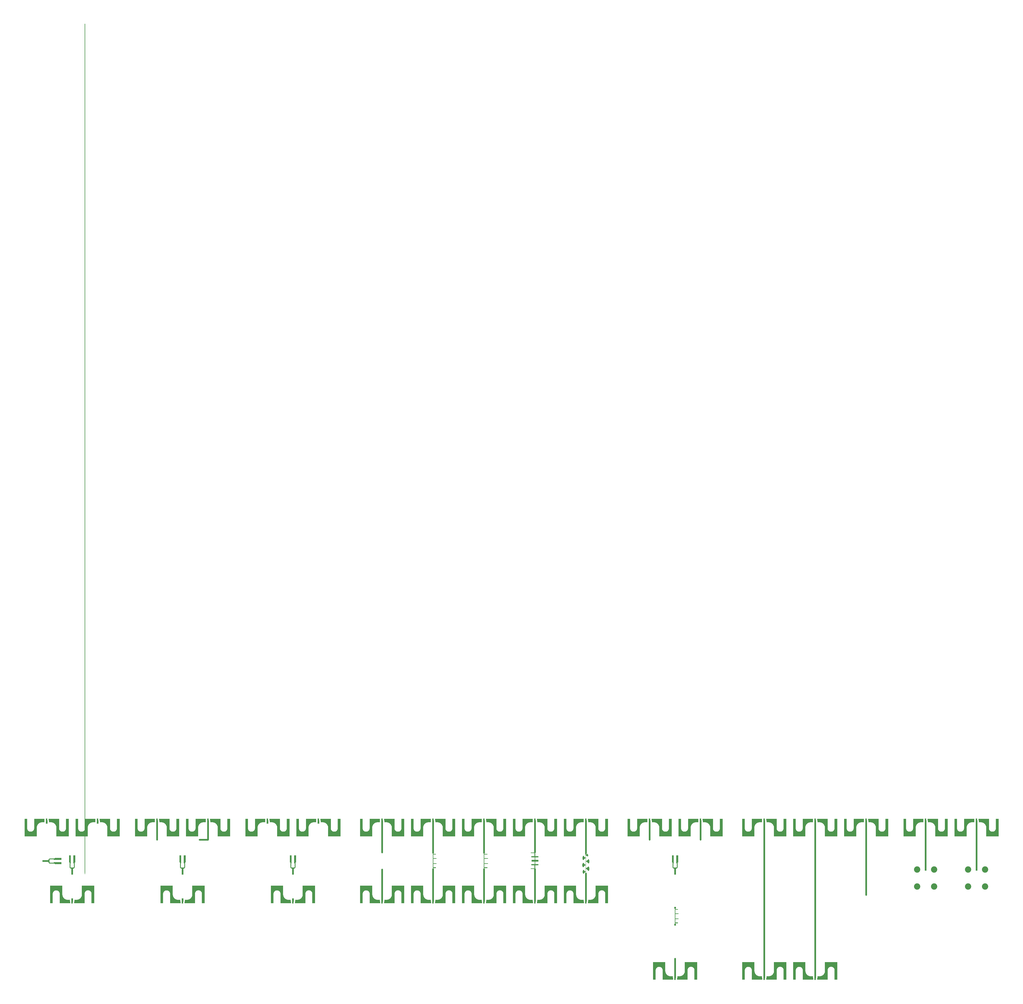
<source format=gbr>
G04 #@! TF.GenerationSoftware,KiCad,Pcbnew,(5.1.2)-2*
G04 #@! TF.CreationDate,2019-08-10T23:44:23-05:00*
G04 #@! TF.ProjectId,front_end,66726f6e-745f-4656-9e64-2e6b69636164,rev?*
G04 #@! TF.SameCoordinates,Original*
G04 #@! TF.FileFunction,Copper,L1,Top*
G04 #@! TF.FilePolarity,Positive*
%FSLAX46Y46*%
G04 Gerber Fmt 4.6, Leading zero omitted, Abs format (unit mm)*
G04 Created by KiCad (PCBNEW (5.1.2)-2) date 2019-08-10 23:44:23*
%MOMM*%
%LPD*%
G04 APERTURE LIST*
%ADD10C,0.100000*%
%ADD11R,0.250000X0.250000*%
%ADD12R,0.250000X254.000000*%
%ADD13C,0.533400*%
%ADD14R,0.406943X0.590000*%
%ADD15R,0.533400X0.533400*%
%ADD16R,0.533400X0.420200*%
%ADD17C,0.431800*%
%ADD18C,0.406400*%
%ADD19C,0.254000*%
%ADD20R,0.533400X0.539750*%
%ADD21R,0.540000X1.200000*%
%ADD22C,1.890000*%
%ADD23C,0.533400*%
G04 APERTURE END LIST*
D10*
G36*
X68151124Y-116352930D02*
G01*
X68151124Y-115945987D01*
X68684524Y-115945987D01*
X70500415Y-115945987D01*
X70500415Y-116479387D01*
X68684524Y-116479387D01*
X68417824Y-116479387D01*
X68417824Y-116352930D01*
X68151124Y-116352930D01*
X68151124Y-116352930D01*
G37*
G36*
X68151124Y-115194013D02*
G01*
X68151124Y-114787070D01*
X68417824Y-114787070D01*
X68417824Y-114660613D01*
X68684524Y-114660613D01*
X70500415Y-114660613D01*
X70500415Y-115194013D01*
X68684524Y-115194013D01*
X68151124Y-115194013D01*
X68151124Y-115194013D01*
G37*
G36*
X68151124Y-115067556D02*
G01*
X68151124Y-114787070D01*
X67102121Y-114787070D01*
X67057128Y-114789075D01*
X67012511Y-114794966D01*
X66968520Y-114804616D01*
X66925533Y-114818152D01*
X66883923Y-114835447D01*
X66844069Y-114856252D01*
X66805969Y-114880440D01*
X66770250Y-114907887D01*
X66737038Y-114938217D01*
X66706708Y-114971429D01*
X66679261Y-115007148D01*
X66655073Y-115045122D01*
X66634268Y-115085102D01*
X66616973Y-115126712D01*
X66603437Y-115169699D01*
X66593787Y-115213690D01*
X66587896Y-115258307D01*
X66585891Y-115303300D01*
X64770000Y-115303300D01*
X64770000Y-115836700D01*
X66585891Y-115836700D01*
X66587896Y-115881693D01*
X66593787Y-115926310D01*
X66603437Y-115970301D01*
X66616973Y-116013288D01*
X66634268Y-116054898D01*
X66655073Y-116094752D01*
X66679261Y-116132852D01*
X66706708Y-116168571D01*
X66737038Y-116201783D01*
X66770250Y-116232113D01*
X66805969Y-116259560D01*
X66844069Y-116283748D01*
X66883923Y-116304553D01*
X66925533Y-116321848D01*
X66968520Y-116335384D01*
X67012511Y-116345034D01*
X67057128Y-116350925D01*
X67102121Y-116352930D01*
X68151124Y-116352930D01*
X68151124Y-116072444D01*
X67102121Y-116072444D01*
X67061138Y-116068809D01*
X67021535Y-116058282D01*
X66984312Y-116040861D01*
X66950598Y-116017299D01*
X66921522Y-115988223D01*
X66897960Y-115954509D01*
X66880539Y-115917287D01*
X66870012Y-115877683D01*
X66866377Y-115836700D01*
X66866377Y-115303300D01*
X66870012Y-115262317D01*
X66880539Y-115222713D01*
X66897960Y-115185365D01*
X66921522Y-115151777D01*
X66950598Y-115122701D01*
X66984312Y-115099139D01*
X67021535Y-115081718D01*
X67061138Y-115071191D01*
X67102121Y-115067556D01*
X68151124Y-115067556D01*
X68151124Y-115067556D01*
G37*
D11*
X77470000Y-119380000D03*
D12*
X77470000Y7745000D03*
D13*
X73660000Y-119380000D03*
D10*
G36*
X73284013Y-113916285D02*
G01*
X73284013Y-116265576D01*
X73157556Y-116265576D01*
X73157556Y-117314579D01*
X73161191Y-117355562D01*
X73171718Y-117395165D01*
X73189139Y-117432388D01*
X73212701Y-117466102D01*
X73241777Y-117495178D01*
X73275365Y-117518740D01*
X73312713Y-117536161D01*
X73352317Y-117546688D01*
X73393300Y-117550323D01*
X73926700Y-117550323D01*
X73967683Y-117546688D01*
X74007287Y-117536161D01*
X74044509Y-117518740D01*
X74078223Y-117495178D01*
X74107299Y-117466102D01*
X74130861Y-117432388D01*
X74148282Y-117395165D01*
X74158809Y-117355562D01*
X74162444Y-117314579D01*
X74162444Y-116265576D01*
X74035987Y-116265576D01*
X74035987Y-113916285D01*
X74569387Y-113916285D01*
X74569387Y-115998876D01*
X74442930Y-115998876D01*
X74442930Y-117314579D01*
X74440925Y-117359572D01*
X74435034Y-117404189D01*
X74425384Y-117448180D01*
X74411848Y-117491167D01*
X74394553Y-117532777D01*
X74373748Y-117572631D01*
X74349560Y-117610731D01*
X74322113Y-117646450D01*
X74291783Y-117679662D01*
X74258571Y-117709992D01*
X74222852Y-117737439D01*
X74184752Y-117761627D01*
X74144898Y-117782432D01*
X74103288Y-117799727D01*
X74060301Y-117813263D01*
X74016310Y-117822913D01*
X73971693Y-117828804D01*
X73926700Y-117830809D01*
X73926700Y-119646700D01*
X73393300Y-119646700D01*
X73393300Y-117830809D01*
X73348307Y-117828804D01*
X73303690Y-117822913D01*
X73259699Y-117813263D01*
X73216712Y-117799727D01*
X73175102Y-117782432D01*
X73135122Y-117761627D01*
X73097148Y-117737439D01*
X73061429Y-117709992D01*
X73028217Y-117679662D01*
X72997887Y-117646450D01*
X72970440Y-117610731D01*
X72946252Y-117572631D01*
X72925447Y-117532777D01*
X72908152Y-117491167D01*
X72894616Y-117448180D01*
X72884966Y-117404189D01*
X72879075Y-117359572D01*
X72877070Y-117314579D01*
X72877070Y-115998876D01*
X72750613Y-115998876D01*
X72750613Y-113916285D01*
X73284013Y-113916285D01*
X73284013Y-113916285D01*
G37*
D14*
X74239458Y-115970576D03*
X73080541Y-115970576D03*
D15*
X73017316Y-114182982D03*
X74302684Y-114182982D03*
D13*
X139700000Y-119380000D03*
D10*
G36*
X139324013Y-113916285D02*
G01*
X139324013Y-116265576D01*
X139197556Y-116265576D01*
X139197556Y-117314579D01*
X139201191Y-117355562D01*
X139211718Y-117395165D01*
X139229139Y-117432388D01*
X139252701Y-117466102D01*
X139281777Y-117495178D01*
X139315365Y-117518740D01*
X139352713Y-117536161D01*
X139392317Y-117546688D01*
X139433300Y-117550323D01*
X139966700Y-117550323D01*
X140007683Y-117546688D01*
X140047287Y-117536161D01*
X140084509Y-117518740D01*
X140118223Y-117495178D01*
X140147299Y-117466102D01*
X140170861Y-117432388D01*
X140188282Y-117395165D01*
X140198809Y-117355562D01*
X140202444Y-117314579D01*
X140202444Y-116265576D01*
X140075987Y-116265576D01*
X140075987Y-113916285D01*
X140609387Y-113916285D01*
X140609387Y-115998876D01*
X140482930Y-115998876D01*
X140482930Y-117314579D01*
X140480925Y-117359572D01*
X140475034Y-117404189D01*
X140465384Y-117448180D01*
X140451848Y-117491167D01*
X140434553Y-117532777D01*
X140413748Y-117572631D01*
X140389560Y-117610731D01*
X140362113Y-117646450D01*
X140331783Y-117679662D01*
X140298571Y-117709992D01*
X140262852Y-117737439D01*
X140224752Y-117761627D01*
X140184898Y-117782432D01*
X140143288Y-117799727D01*
X140100301Y-117813263D01*
X140056310Y-117822913D01*
X140011693Y-117828804D01*
X139966700Y-117830809D01*
X139966700Y-119646700D01*
X139433300Y-119646700D01*
X139433300Y-117830809D01*
X139388307Y-117828804D01*
X139343690Y-117822913D01*
X139299699Y-117813263D01*
X139256712Y-117799727D01*
X139215102Y-117782432D01*
X139175122Y-117761627D01*
X139137148Y-117737439D01*
X139101429Y-117709992D01*
X139068217Y-117679662D01*
X139037887Y-117646450D01*
X139010440Y-117610731D01*
X138986252Y-117572631D01*
X138965447Y-117532777D01*
X138948152Y-117491167D01*
X138934616Y-117448180D01*
X138924966Y-117404189D01*
X138919075Y-117359572D01*
X138917070Y-117314579D01*
X138917070Y-115998876D01*
X138790613Y-115998876D01*
X138790613Y-113916285D01*
X139324013Y-113916285D01*
X139324013Y-113916285D01*
G37*
D14*
X140279458Y-115970576D03*
X139120541Y-115970576D03*
D15*
X139057316Y-114182982D03*
X140342684Y-114182982D03*
D13*
X106680000Y-119380000D03*
D10*
G36*
X106304013Y-113916285D02*
G01*
X106304013Y-116265576D01*
X106177556Y-116265576D01*
X106177556Y-117314579D01*
X106181191Y-117355562D01*
X106191718Y-117395165D01*
X106209139Y-117432388D01*
X106232701Y-117466102D01*
X106261777Y-117495178D01*
X106295365Y-117518740D01*
X106332713Y-117536161D01*
X106372317Y-117546688D01*
X106413300Y-117550323D01*
X106946700Y-117550323D01*
X106987683Y-117546688D01*
X107027287Y-117536161D01*
X107064509Y-117518740D01*
X107098223Y-117495178D01*
X107127299Y-117466102D01*
X107150861Y-117432388D01*
X107168282Y-117395165D01*
X107178809Y-117355562D01*
X107182444Y-117314579D01*
X107182444Y-116265576D01*
X107055987Y-116265576D01*
X107055987Y-113916285D01*
X107589387Y-113916285D01*
X107589387Y-115998876D01*
X107462930Y-115998876D01*
X107462930Y-117314579D01*
X107460925Y-117359572D01*
X107455034Y-117404189D01*
X107445384Y-117448180D01*
X107431848Y-117491167D01*
X107414553Y-117532777D01*
X107393748Y-117572631D01*
X107369560Y-117610731D01*
X107342113Y-117646450D01*
X107311783Y-117679662D01*
X107278571Y-117709992D01*
X107242852Y-117737439D01*
X107204752Y-117761627D01*
X107164898Y-117782432D01*
X107123288Y-117799727D01*
X107080301Y-117813263D01*
X107036310Y-117822913D01*
X106991693Y-117828804D01*
X106946700Y-117830809D01*
X106946700Y-119646700D01*
X106413300Y-119646700D01*
X106413300Y-117830809D01*
X106368307Y-117828804D01*
X106323690Y-117822913D01*
X106279699Y-117813263D01*
X106236712Y-117799727D01*
X106195102Y-117782432D01*
X106155122Y-117761627D01*
X106117148Y-117737439D01*
X106081429Y-117709992D01*
X106048217Y-117679662D01*
X106017887Y-117646450D01*
X105990440Y-117610731D01*
X105966252Y-117572631D01*
X105945447Y-117532777D01*
X105928152Y-117491167D01*
X105914616Y-117448180D01*
X105904966Y-117404189D01*
X105899075Y-117359572D01*
X105897070Y-117314579D01*
X105897070Y-115998876D01*
X105770613Y-115998876D01*
X105770613Y-113916285D01*
X106304013Y-113916285D01*
X106304013Y-113916285D01*
G37*
D14*
X107259458Y-115970576D03*
X106100541Y-115970576D03*
D15*
X106037316Y-114182982D03*
X107322684Y-114182982D03*
D13*
X254000000Y-119380000D03*
D10*
G36*
X253624013Y-113916285D02*
G01*
X253624013Y-116265576D01*
X253497556Y-116265576D01*
X253497556Y-117314579D01*
X253501191Y-117355562D01*
X253511718Y-117395165D01*
X253529139Y-117432388D01*
X253552701Y-117466102D01*
X253581777Y-117495178D01*
X253615365Y-117518740D01*
X253652713Y-117536161D01*
X253692317Y-117546688D01*
X253733300Y-117550323D01*
X254266700Y-117550323D01*
X254307683Y-117546688D01*
X254347287Y-117536161D01*
X254384509Y-117518740D01*
X254418223Y-117495178D01*
X254447299Y-117466102D01*
X254470861Y-117432388D01*
X254488282Y-117395165D01*
X254498809Y-117355562D01*
X254502444Y-117314579D01*
X254502444Y-116265576D01*
X254375987Y-116265576D01*
X254375987Y-113916285D01*
X254909387Y-113916285D01*
X254909387Y-115998876D01*
X254782930Y-115998876D01*
X254782930Y-117314579D01*
X254780925Y-117359572D01*
X254775034Y-117404189D01*
X254765384Y-117448180D01*
X254751848Y-117491167D01*
X254734553Y-117532777D01*
X254713748Y-117572631D01*
X254689560Y-117610731D01*
X254662113Y-117646450D01*
X254631783Y-117679662D01*
X254598571Y-117709992D01*
X254562852Y-117737439D01*
X254524752Y-117761627D01*
X254484898Y-117782432D01*
X254443288Y-117799727D01*
X254400301Y-117813263D01*
X254356310Y-117822913D01*
X254311693Y-117828804D01*
X254266700Y-117830809D01*
X254266700Y-119646700D01*
X253733300Y-119646700D01*
X253733300Y-117830809D01*
X253688307Y-117828804D01*
X253643690Y-117822913D01*
X253599699Y-117813263D01*
X253556712Y-117799727D01*
X253515102Y-117782432D01*
X253475122Y-117761627D01*
X253437148Y-117737439D01*
X253401429Y-117709992D01*
X253368217Y-117679662D01*
X253337887Y-117646450D01*
X253310440Y-117610731D01*
X253286252Y-117572631D01*
X253265447Y-117532777D01*
X253248152Y-117491167D01*
X253234616Y-117448180D01*
X253224966Y-117404189D01*
X253219075Y-117359572D01*
X253217070Y-117314579D01*
X253217070Y-115998876D01*
X253090613Y-115998876D01*
X253090613Y-113916285D01*
X253624013Y-113916285D01*
X253624013Y-113916285D01*
G37*
D14*
X254579458Y-115970576D03*
X253420541Y-115970576D03*
D15*
X253357316Y-114182982D03*
X254642684Y-114182982D03*
D13*
X227330000Y-119436600D03*
D10*
G36*
X226264993Y-116608394D02*
G01*
X226283154Y-116511874D01*
X226310205Y-116417513D01*
X226345892Y-116325946D01*
X226389961Y-116238189D01*
X226442031Y-116154877D01*
X226501594Y-116076772D01*
X227281374Y-116731076D01*
X227281374Y-114654499D01*
X226534360Y-115281371D01*
X226477210Y-115206441D01*
X226427172Y-115126431D01*
X226384881Y-115042230D01*
X226350591Y-114954473D01*
X226324683Y-114863795D01*
X226307157Y-114771212D01*
X226298394Y-114677359D01*
X226298394Y-114583125D01*
X226307157Y-114489272D01*
X226324683Y-114396689D01*
X226350591Y-114306011D01*
X226384881Y-114218254D01*
X226427172Y-114134053D01*
X226477210Y-114054043D01*
X226534360Y-113979113D01*
X227281374Y-114605985D01*
X227281374Y-113808933D01*
X227063315Y-113278018D01*
X227063315Y-112843860D01*
X227596715Y-112843860D01*
X227596715Y-113278018D01*
X227378656Y-113808933D01*
X227851477Y-113412185D01*
X227888434Y-113460699D01*
X227920692Y-113512388D01*
X227948124Y-113566744D01*
X227970222Y-113623513D01*
X227986986Y-113682187D01*
X227998289Y-113742004D01*
X228004004Y-113802710D01*
X228004004Y-113863670D01*
X227998289Y-113924376D01*
X227986986Y-113984193D01*
X227970222Y-114042867D01*
X227948124Y-114099636D01*
X227920692Y-114153992D01*
X227888434Y-114205681D01*
X227851477Y-114254195D01*
X227378656Y-113857447D01*
X227378656Y-115642813D01*
X228155007Y-114991430D01*
X228214316Y-115069154D01*
X228266132Y-115152085D01*
X228310074Y-115239461D01*
X228345634Y-115330647D01*
X228372558Y-115424627D01*
X228390719Y-115520766D01*
X228399736Y-115618175D01*
X228399736Y-115715965D01*
X228390719Y-115813374D01*
X228372558Y-115909513D01*
X228345634Y-116003493D01*
X228310074Y-116094679D01*
X228266132Y-116182055D01*
X228214316Y-116264986D01*
X228155007Y-116342710D01*
X227378656Y-115691327D01*
X227378656Y-117804353D01*
X228146371Y-117160209D01*
X228205045Y-117237171D01*
X228256353Y-117319213D01*
X228299660Y-117405700D01*
X228334966Y-117495743D01*
X228361636Y-117588834D01*
X228379543Y-117683830D01*
X228388560Y-117780223D01*
X228388560Y-117876997D01*
X228379543Y-117973390D01*
X228361636Y-118068386D01*
X228334966Y-118161477D01*
X228299660Y-118251520D01*
X228256353Y-118338007D01*
X228205045Y-118420049D01*
X228146371Y-118497011D01*
X227378656Y-117852867D01*
X227378656Y-119169857D01*
X227596715Y-119169857D01*
X227596715Y-119590100D01*
X227596700Y-119590100D01*
X227596700Y-119703300D01*
X227063300Y-119703300D01*
X227063300Y-119169900D01*
X227063315Y-119169900D01*
X227063315Y-119169857D01*
X227281374Y-119169857D01*
X227281374Y-118814003D01*
X226591637Y-119392742D01*
X226538678Y-119323400D01*
X226492450Y-119249359D01*
X226453207Y-119171381D01*
X226421457Y-119089974D01*
X226397454Y-119006154D01*
X226381325Y-118920302D01*
X226373197Y-118833434D01*
X226373197Y-118746058D01*
X226381325Y-118659190D01*
X226397454Y-118573338D01*
X226421457Y-118489518D01*
X226453207Y-118408111D01*
X226492450Y-118330133D01*
X226538678Y-118256092D01*
X226591637Y-118186750D01*
X227281374Y-118765489D01*
X227281374Y-116779590D01*
X226501594Y-117433894D01*
X226442031Y-117355789D01*
X226389961Y-117272477D01*
X226345892Y-117184720D01*
X226310205Y-117093153D01*
X226283154Y-116998792D01*
X226264993Y-116902272D01*
X226255849Y-116804482D01*
X226255849Y-116706184D01*
X226264993Y-116608394D01*
X226264993Y-116608394D01*
G37*
D16*
X227330000Y-113054000D03*
D17*
X190576200Y-127762000D03*
X190576200Y-127127000D03*
X190576200Y-125857000D03*
X190576200Y-126492000D03*
X190576200Y-125222000D03*
X190576200Y-124587000D03*
X190576200Y-123952000D03*
X203123800Y-127762000D03*
X203123800Y-127127000D03*
X203123800Y-126492000D03*
X203123800Y-125857000D03*
X203123800Y-125222000D03*
X203123800Y-124587000D03*
X203123800Y-123952000D03*
X200101200Y-123952000D03*
X200101200Y-124587000D03*
X200101200Y-125222000D03*
X200101200Y-125857000D03*
X199974200Y-126517400D03*
X199593200Y-127127000D03*
X197764400Y-127541020D03*
X198399400Y-127541020D03*
X199034400Y-127541020D03*
X195300600Y-127541020D03*
X195935600Y-127541020D03*
X194106800Y-127127000D03*
X193598800Y-124587000D03*
X193598800Y-125222000D03*
X193598800Y-125857000D03*
X194665600Y-127541020D03*
X193725800Y-126517400D03*
X193598800Y-123952000D03*
D18*
X196850000Y-127127000D03*
D10*
G36*
X197116700Y-126771400D02*
G01*
X197116700Y-127304800D01*
X197053200Y-128270000D01*
X196646800Y-128270000D01*
X196583300Y-127304800D01*
X196583300Y-126771400D01*
X197116700Y-126771400D01*
X197116700Y-126771400D01*
G37*
D17*
X202285600Y-123342400D03*
X200380600Y-123342400D03*
X201650600Y-123342400D03*
X201015600Y-123342400D03*
X202920600Y-123342400D03*
X192760600Y-123342400D03*
X190855600Y-123342400D03*
X192125600Y-123342400D03*
X191490600Y-123342400D03*
X193395600Y-123342400D03*
D19*
X195961000Y-127939800D03*
D10*
G36*
X193939110Y-122968351D02*
G01*
X193939119Y-122968354D01*
X193939128Y-122968358D01*
X193939142Y-122968372D01*
X193939146Y-122968381D01*
X193939149Y-122968390D01*
X193939150Y-122968400D01*
X193939150Y-125580400D01*
X193940150Y-125597397D01*
X193940150Y-125614400D01*
X193941150Y-125632397D01*
X193942150Y-125649397D01*
X193943150Y-125667397D01*
X193944150Y-125684397D01*
X193945150Y-125702394D01*
X193949150Y-125736394D01*
X193951150Y-125754394D01*
X193955150Y-125788394D01*
X193958149Y-125805391D01*
X193958150Y-125805394D01*
X193960150Y-125823394D01*
X193966149Y-125857389D01*
X193970149Y-125874389D01*
X193970149Y-125874391D01*
X193973149Y-125891389D01*
X193989148Y-125959386D01*
X193994148Y-125976386D01*
X193994149Y-125976389D01*
X193998148Y-125993386D01*
X194008148Y-126027386D01*
X194013147Y-126043383D01*
X194019147Y-126060383D01*
X194019148Y-126060385D01*
X194024147Y-126076383D01*
X194030147Y-126093383D01*
X194036147Y-126109383D01*
X194042147Y-126126383D01*
X194048146Y-126142380D01*
X194055146Y-126158380D01*
X194055147Y-126158382D01*
X194061146Y-126174380D01*
X194089145Y-126238378D01*
X194105145Y-126270378D01*
X194105145Y-126270379D01*
X194112145Y-126285378D01*
X194120143Y-126301374D01*
X194129143Y-126316374D01*
X194129144Y-126316376D01*
X194137144Y-126331376D01*
X194145143Y-126347374D01*
X194181141Y-126407371D01*
X194191141Y-126421371D01*
X194191143Y-126421374D01*
X194200142Y-126436372D01*
X194210142Y-126451372D01*
X194219141Y-126465371D01*
X194229141Y-126479371D01*
X194240139Y-126493369D01*
X194240142Y-126493372D01*
X194250141Y-126508371D01*
X194260141Y-126522371D01*
X194271138Y-126535368D01*
X194271139Y-126535369D01*
X194293138Y-126563368D01*
X194304138Y-126576368D01*
X194304139Y-126576369D01*
X194315138Y-126590368D01*
X194326137Y-126603366D01*
X194338137Y-126616366D01*
X194338138Y-126616368D01*
X194349137Y-126629366D01*
X194373137Y-126655366D01*
X194373136Y-126655366D01*
X194385135Y-126667365D01*
X194385137Y-126667366D01*
X194397134Y-126680363D01*
X194410134Y-126692363D01*
X194410135Y-126692365D01*
X194422134Y-126704364D01*
X194422134Y-126704363D01*
X194435134Y-126716363D01*
X194435135Y-126716365D01*
X194447134Y-126728364D01*
X194447134Y-126728363D01*
X194473134Y-126752363D01*
X194486132Y-126763362D01*
X194500132Y-126775362D01*
X194513131Y-126786361D01*
X194527131Y-126797361D01*
X194527132Y-126797362D01*
X194540131Y-126808361D01*
X194554129Y-126819359D01*
X194568129Y-126829359D01*
X194568131Y-126829361D01*
X194582129Y-126840359D01*
X194624128Y-126870358D01*
X194639128Y-126880358D01*
X194639129Y-126880359D01*
X194653126Y-126890357D01*
X194668126Y-126899357D01*
X194668128Y-126899358D01*
X194683128Y-126909358D01*
X194697126Y-126918357D01*
X194727124Y-126936356D01*
X194742124Y-126944356D01*
X194742125Y-126944356D01*
X194758125Y-126953356D01*
X194773124Y-126961356D01*
X194773126Y-126961357D01*
X194788126Y-126970357D01*
X194804122Y-126978355D01*
X194819121Y-126985355D01*
X194819122Y-126985355D01*
X194851120Y-127001354D01*
X194931118Y-127036353D01*
X194963118Y-127048353D01*
X194980118Y-127054353D01*
X194996118Y-127060353D01*
X195013118Y-127066353D01*
X195029118Y-127072353D01*
X195046114Y-127077352D01*
X195062114Y-127082352D01*
X195113111Y-127097351D01*
X195130111Y-127101351D01*
X195130115Y-127101352D01*
X195146114Y-127106352D01*
X195163111Y-127110351D01*
X195180109Y-127113351D01*
X195180111Y-127113351D01*
X195198111Y-127117351D01*
X195215111Y-127121351D01*
X195283109Y-127133351D01*
X195301106Y-127136350D01*
X195335106Y-127140350D01*
X195353106Y-127142350D01*
X195387106Y-127146350D01*
X195405103Y-127147350D01*
X195439103Y-127149350D01*
X195457103Y-127150350D01*
X195474103Y-127151350D01*
X195492103Y-127151350D01*
X195509103Y-127152350D01*
X195527102Y-127152350D01*
X196174102Y-127177350D01*
X196174112Y-127177351D01*
X196174121Y-127177355D01*
X196174129Y-127177360D01*
X196174137Y-127177366D01*
X196174143Y-127177374D01*
X196174147Y-127177383D01*
X196174150Y-127177396D01*
X196253150Y-128193396D01*
X196253150Y-128193406D01*
X196253148Y-128193415D01*
X196253144Y-128193424D01*
X196253138Y-128193433D01*
X196253131Y-128193439D01*
X196253123Y-128193445D01*
X196253114Y-128193448D01*
X196253100Y-128193450D01*
X193139100Y-128193450D01*
X193139090Y-128193449D01*
X193139081Y-128193446D01*
X193139072Y-128193442D01*
X193139058Y-128193428D01*
X193139054Y-128193419D01*
X193139051Y-128193410D01*
X193139050Y-128193400D01*
X193139050Y-125374400D01*
X193139004Y-125362760D01*
X193138692Y-125345310D01*
X193138087Y-125327869D01*
X193137190Y-125310439D01*
X193136001Y-125293028D01*
X193134520Y-125275638D01*
X193132748Y-125258277D01*
X193130686Y-125240946D01*
X193128333Y-125223654D01*
X193125691Y-125206402D01*
X193125692Y-125206402D01*
X193122761Y-125189198D01*
X193119542Y-125172044D01*
X193116036Y-125154949D01*
X193112245Y-125137913D01*
X193108168Y-125120944D01*
X193103807Y-125104045D01*
X193103808Y-125104045D01*
X193099165Y-125087222D01*
X193094242Y-125070480D01*
X193094241Y-125070480D01*
X193089037Y-125053820D01*
X193083554Y-125037251D01*
X193077795Y-125020777D01*
X193071761Y-125004401D01*
X193065452Y-124988129D01*
X193058872Y-124971964D01*
X193052023Y-124955913D01*
X193044905Y-124939978D01*
X193037521Y-124924165D01*
X193029874Y-124908478D01*
X193029873Y-124908478D01*
X193021963Y-124892921D01*
X193013794Y-124877498D01*
X193005368Y-124862215D01*
X192996686Y-124847074D01*
X192987753Y-124832083D01*
X192978568Y-124817242D01*
X192969138Y-124802558D01*
X192959461Y-124788033D01*
X192949544Y-124773673D01*
X192939386Y-124759481D01*
X192928993Y-124745462D01*
X192918365Y-124731618D01*
X192907508Y-124717955D01*
X192896423Y-124704474D01*
X192885114Y-124691183D01*
X192873584Y-124678083D01*
X192861835Y-124665177D01*
X192849871Y-124652469D01*
X192837697Y-124639965D01*
X192825314Y-124627665D01*
X192812728Y-124615576D01*
X192799941Y-124603698D01*
X192786957Y-124592038D01*
X192773779Y-124580595D01*
X192760411Y-124569376D01*
X192746856Y-124558382D01*
X192733120Y-124547617D01*
X192719205Y-124537083D01*
X192705115Y-124526784D01*
X192690855Y-124516722D01*
X192676429Y-124506902D01*
X192661840Y-124497324D01*
X192647092Y-124487992D01*
X192632189Y-124478908D01*
X192617139Y-124470076D01*
X192601941Y-124461497D01*
X192586601Y-124453173D01*
X192571123Y-124445108D01*
X192555514Y-124437304D01*
X192539775Y-124429762D01*
X192523913Y-124422484D01*
X192507929Y-124415473D01*
X192491833Y-124408733D01*
X192475625Y-124402261D01*
X192475625Y-124402262D01*
X192459310Y-124396064D01*
X192442893Y-124390139D01*
X192442893Y-124390138D01*
X192426381Y-124384491D01*
X192409776Y-124379120D01*
X192409776Y-124379121D01*
X192393082Y-124374029D01*
X192376305Y-124369218D01*
X192359452Y-124364688D01*
X192342526Y-124360443D01*
X192325528Y-124356480D01*
X192308467Y-124352803D01*
X192291347Y-124349413D01*
X192274172Y-124346310D01*
X192256950Y-124343495D01*
X192239682Y-124340969D01*
X192239682Y-124340970D01*
X192222373Y-124338734D01*
X192205029Y-124336788D01*
X192187655Y-124335133D01*
X192170256Y-124333770D01*
X192152838Y-124332698D01*
X192135402Y-124331919D01*
X192117958Y-124331431D01*
X192100506Y-124331236D01*
X192083054Y-124331334D01*
X192065607Y-124331724D01*
X192048167Y-124332406D01*
X192030743Y-124333381D01*
X192013336Y-124334647D01*
X191995954Y-124336205D01*
X191978599Y-124338054D01*
X191961280Y-124340193D01*
X191943996Y-124342623D01*
X191926756Y-124345341D01*
X191926756Y-124345340D01*
X191909566Y-124348347D01*
X191892428Y-124351642D01*
X191875346Y-124355224D01*
X191858329Y-124359091D01*
X191841377Y-124363243D01*
X191824497Y-124367679D01*
X191807696Y-124372395D01*
X191790975Y-124377394D01*
X191774339Y-124382672D01*
X191757794Y-124388228D01*
X191741346Y-124394060D01*
X191724998Y-124400167D01*
X191708753Y-124406548D01*
X191692617Y-124413200D01*
X191676597Y-124420120D01*
X191660693Y-124427309D01*
X191644913Y-124434763D01*
X191629259Y-124442480D01*
X191613739Y-124450458D01*
X191598353Y-124458696D01*
X191583107Y-124467191D01*
X191568005Y-124475940D01*
X191553054Y-124484940D01*
X191538253Y-124494190D01*
X191523611Y-124503685D01*
X191509131Y-124513425D01*
X191494815Y-124523407D01*
X191480667Y-124533628D01*
X191466694Y-124544083D01*
X191452897Y-124554772D01*
X191439282Y-124565690D01*
X191425853Y-124576834D01*
X191412611Y-124588203D01*
X191399561Y-124599792D01*
X191386708Y-124611597D01*
X191374053Y-124623617D01*
X191361603Y-124635846D01*
X191349359Y-124648283D01*
X191337325Y-124660922D01*
X191325505Y-124673763D01*
X191313902Y-124686798D01*
X191302518Y-124700028D01*
X191291358Y-124713445D01*
X191280424Y-124727048D01*
X191269720Y-124740832D01*
X191259248Y-124754794D01*
X191249012Y-124768928D01*
X191239014Y-124783233D01*
X191229257Y-124797703D01*
X191219744Y-124812335D01*
X191210478Y-124827124D01*
X191201460Y-124842067D01*
X191192695Y-124857157D01*
X191184183Y-124872393D01*
X191175928Y-124887770D01*
X191167931Y-124903283D01*
X191160197Y-124918926D01*
X191152725Y-124934698D01*
X191145518Y-124950593D01*
X191138579Y-124966607D01*
X191138578Y-124966607D01*
X191131908Y-124982733D01*
X191125509Y-124998970D01*
X191125510Y-124998970D01*
X191119384Y-125015313D01*
X191113533Y-125031756D01*
X191113532Y-125031756D01*
X191107958Y-125048292D01*
X191102661Y-125064922D01*
X191097644Y-125081636D01*
X191092907Y-125098434D01*
X191088452Y-125115308D01*
X191084282Y-125132254D01*
X191080395Y-125149268D01*
X191076794Y-125166346D01*
X191073479Y-125183479D01*
X191070452Y-125200668D01*
X191067714Y-125217904D01*
X191065265Y-125235182D01*
X191065266Y-125235182D01*
X191063107Y-125252501D01*
X191061238Y-125269854D01*
X191059660Y-125287235D01*
X191058374Y-125304640D01*
X191057380Y-125322063D01*
X191056677Y-125339502D01*
X191056267Y-125356948D01*
X191056150Y-125374401D01*
X191056150Y-128193400D01*
X191056149Y-128193410D01*
X191056146Y-128193419D01*
X191056142Y-128193428D01*
X191056128Y-128193442D01*
X191056119Y-128193446D01*
X191056110Y-128193449D01*
X191056100Y-128193450D01*
X190256100Y-128193450D01*
X190256090Y-128193449D01*
X190256081Y-128193446D01*
X190256072Y-128193442D01*
X190256058Y-128193428D01*
X190256054Y-128193419D01*
X190256051Y-128193410D01*
X190256050Y-128193400D01*
X190256050Y-122968400D01*
X190256051Y-122968390D01*
X190256054Y-122968381D01*
X190256058Y-122968372D01*
X190256072Y-122968358D01*
X190256081Y-122968354D01*
X190256090Y-122968351D01*
X190256100Y-122968350D01*
X193939100Y-122968350D01*
X193939110Y-122968351D01*
X193939110Y-122968351D01*
G37*
D19*
X197739000Y-127939800D03*
D10*
G36*
X203464110Y-122968351D02*
G01*
X203464119Y-122968354D01*
X203464128Y-122968358D01*
X203464142Y-122968372D01*
X203464146Y-122968381D01*
X203464149Y-122968390D01*
X203464150Y-122968400D01*
X203464150Y-128193400D01*
X203464149Y-128193410D01*
X203464146Y-128193419D01*
X203464142Y-128193428D01*
X203464128Y-128193442D01*
X203464119Y-128193446D01*
X203464110Y-128193449D01*
X203464100Y-128193450D01*
X202664100Y-128193450D01*
X202664090Y-128193449D01*
X202664081Y-128193446D01*
X202664072Y-128193442D01*
X202664058Y-128193428D01*
X202664054Y-128193419D01*
X202664051Y-128193410D01*
X202664050Y-128193400D01*
X202664050Y-125374400D01*
X202664004Y-125362760D01*
X202663692Y-125345310D01*
X202663087Y-125327869D01*
X202662190Y-125310439D01*
X202661001Y-125293028D01*
X202659520Y-125275638D01*
X202657748Y-125258277D01*
X202655686Y-125240946D01*
X202653333Y-125223654D01*
X202650691Y-125206402D01*
X202650692Y-125206402D01*
X202647761Y-125189198D01*
X202644542Y-125172044D01*
X202641036Y-125154949D01*
X202637245Y-125137913D01*
X202633168Y-125120944D01*
X202628807Y-125104045D01*
X202628808Y-125104045D01*
X202624165Y-125087222D01*
X202619242Y-125070480D01*
X202619241Y-125070480D01*
X202614037Y-125053820D01*
X202608554Y-125037251D01*
X202602795Y-125020777D01*
X202596761Y-125004401D01*
X202590452Y-124988129D01*
X202583872Y-124971964D01*
X202577023Y-124955913D01*
X202569905Y-124939978D01*
X202562521Y-124924165D01*
X202554874Y-124908478D01*
X202554873Y-124908478D01*
X202546963Y-124892921D01*
X202538794Y-124877498D01*
X202530368Y-124862215D01*
X202521686Y-124847074D01*
X202512753Y-124832083D01*
X202503568Y-124817242D01*
X202494138Y-124802558D01*
X202484461Y-124788033D01*
X202474544Y-124773673D01*
X202464386Y-124759481D01*
X202453993Y-124745462D01*
X202443365Y-124731618D01*
X202432508Y-124717955D01*
X202421423Y-124704474D01*
X202410114Y-124691183D01*
X202398584Y-124678083D01*
X202386835Y-124665177D01*
X202374871Y-124652469D01*
X202362697Y-124639965D01*
X202350314Y-124627665D01*
X202337728Y-124615576D01*
X202324941Y-124603698D01*
X202311957Y-124592038D01*
X202298779Y-124580595D01*
X202285411Y-124569376D01*
X202271856Y-124558382D01*
X202258120Y-124547617D01*
X202244205Y-124537083D01*
X202230115Y-124526784D01*
X202215855Y-124516722D01*
X202201429Y-124506902D01*
X202186840Y-124497324D01*
X202172092Y-124487992D01*
X202157189Y-124478908D01*
X202142139Y-124470076D01*
X202126941Y-124461497D01*
X202111601Y-124453173D01*
X202096123Y-124445108D01*
X202080514Y-124437304D01*
X202064775Y-124429762D01*
X202048913Y-124422484D01*
X202032929Y-124415473D01*
X202016833Y-124408733D01*
X202000625Y-124402261D01*
X202000625Y-124402262D01*
X201984310Y-124396064D01*
X201967893Y-124390139D01*
X201967893Y-124390138D01*
X201951381Y-124384491D01*
X201934776Y-124379120D01*
X201934776Y-124379121D01*
X201918082Y-124374029D01*
X201901305Y-124369218D01*
X201884452Y-124364688D01*
X201867526Y-124360443D01*
X201850528Y-124356480D01*
X201833467Y-124352803D01*
X201816347Y-124349413D01*
X201799172Y-124346310D01*
X201781950Y-124343495D01*
X201764682Y-124340969D01*
X201764682Y-124340970D01*
X201747373Y-124338734D01*
X201730029Y-124336788D01*
X201712655Y-124335133D01*
X201695256Y-124333770D01*
X201677838Y-124332698D01*
X201660402Y-124331919D01*
X201642958Y-124331431D01*
X201625506Y-124331236D01*
X201608054Y-124331334D01*
X201590607Y-124331724D01*
X201573167Y-124332406D01*
X201555743Y-124333381D01*
X201538336Y-124334647D01*
X201520954Y-124336205D01*
X201503599Y-124338054D01*
X201486280Y-124340193D01*
X201468996Y-124342623D01*
X201451756Y-124345341D01*
X201451756Y-124345340D01*
X201434566Y-124348347D01*
X201417428Y-124351642D01*
X201400346Y-124355224D01*
X201383329Y-124359091D01*
X201366377Y-124363243D01*
X201349497Y-124367679D01*
X201332696Y-124372395D01*
X201315975Y-124377394D01*
X201299339Y-124382672D01*
X201282794Y-124388228D01*
X201266346Y-124394060D01*
X201249998Y-124400167D01*
X201233753Y-124406548D01*
X201217617Y-124413200D01*
X201201597Y-124420120D01*
X201185693Y-124427309D01*
X201169913Y-124434763D01*
X201154259Y-124442480D01*
X201138739Y-124450458D01*
X201123353Y-124458696D01*
X201108107Y-124467191D01*
X201093005Y-124475940D01*
X201078054Y-124484940D01*
X201063253Y-124494190D01*
X201048611Y-124503685D01*
X201034131Y-124513425D01*
X201019815Y-124523407D01*
X201005667Y-124533628D01*
X200991694Y-124544083D01*
X200977897Y-124554772D01*
X200964282Y-124565690D01*
X200950853Y-124576834D01*
X200937611Y-124588203D01*
X200924561Y-124599792D01*
X200911708Y-124611597D01*
X200899053Y-124623617D01*
X200886603Y-124635846D01*
X200874359Y-124648283D01*
X200862325Y-124660922D01*
X200850505Y-124673763D01*
X200838902Y-124686798D01*
X200827518Y-124700028D01*
X200816358Y-124713445D01*
X200805424Y-124727048D01*
X200794720Y-124740832D01*
X200784248Y-124754794D01*
X200774012Y-124768928D01*
X200764014Y-124783233D01*
X200754257Y-124797703D01*
X200744744Y-124812335D01*
X200735478Y-124827124D01*
X200726460Y-124842067D01*
X200717695Y-124857157D01*
X200709183Y-124872393D01*
X200700928Y-124887770D01*
X200692931Y-124903283D01*
X200685197Y-124918926D01*
X200677725Y-124934698D01*
X200670518Y-124950593D01*
X200663579Y-124966607D01*
X200663578Y-124966607D01*
X200656908Y-124982733D01*
X200650509Y-124998970D01*
X200650510Y-124998970D01*
X200644384Y-125015313D01*
X200638533Y-125031756D01*
X200638532Y-125031756D01*
X200632958Y-125048292D01*
X200627661Y-125064922D01*
X200622644Y-125081636D01*
X200617907Y-125098434D01*
X200613452Y-125115308D01*
X200609282Y-125132254D01*
X200605395Y-125149268D01*
X200601794Y-125166346D01*
X200598479Y-125183479D01*
X200595452Y-125200668D01*
X200592714Y-125217904D01*
X200590265Y-125235182D01*
X200590266Y-125235182D01*
X200588107Y-125252501D01*
X200586238Y-125269854D01*
X200584660Y-125287235D01*
X200583374Y-125304640D01*
X200582380Y-125322063D01*
X200581677Y-125339502D01*
X200581267Y-125356948D01*
X200581150Y-125374401D01*
X200581150Y-128193400D01*
X200581149Y-128193410D01*
X200581146Y-128193419D01*
X200581142Y-128193428D01*
X200581128Y-128193442D01*
X200581119Y-128193446D01*
X200581110Y-128193449D01*
X200581100Y-128193450D01*
X197467100Y-128193450D01*
X197467090Y-128193449D01*
X197467081Y-128193446D01*
X197467072Y-128193442D01*
X197467058Y-128193428D01*
X197467054Y-128193419D01*
X197467051Y-128193410D01*
X197467050Y-128193396D01*
X197546050Y-127177396D01*
X197546052Y-127177386D01*
X197546055Y-127177377D01*
X197546061Y-127177369D01*
X197546067Y-127177362D01*
X197546076Y-127177356D01*
X197546085Y-127177352D01*
X197546098Y-127177350D01*
X198193098Y-127152350D01*
X198211097Y-127152350D01*
X198228097Y-127151350D01*
X198246097Y-127151350D01*
X198263097Y-127150350D01*
X198281097Y-127149350D01*
X198315097Y-127147350D01*
X198333094Y-127146350D01*
X198367094Y-127142350D01*
X198385094Y-127140350D01*
X198419094Y-127136350D01*
X198419094Y-127136351D01*
X198437092Y-127133351D01*
X198505089Y-127121352D01*
X198505089Y-127121351D01*
X198522089Y-127117351D01*
X198540089Y-127113351D01*
X198540091Y-127113351D01*
X198557089Y-127110351D01*
X198574086Y-127106352D01*
X198590085Y-127101352D01*
X198590089Y-127101351D01*
X198607089Y-127097351D01*
X198658086Y-127082352D01*
X198674086Y-127077352D01*
X198691082Y-127072353D01*
X198707082Y-127066353D01*
X198724082Y-127060353D01*
X198740082Y-127054353D01*
X198757082Y-127048353D01*
X198789082Y-127036353D01*
X198869080Y-127001354D01*
X198901078Y-126985355D01*
X198901079Y-126985355D01*
X198916078Y-126978355D01*
X198932074Y-126970357D01*
X198947074Y-126961357D01*
X198947076Y-126961356D01*
X198962075Y-126953356D01*
X198978075Y-126944356D01*
X198978076Y-126944356D01*
X198993076Y-126936356D01*
X199023074Y-126918357D01*
X199037073Y-126909358D01*
X199052073Y-126899358D01*
X199052074Y-126899357D01*
X199067074Y-126890357D01*
X199081071Y-126880359D01*
X199081072Y-126880358D01*
X199096072Y-126870358D01*
X199138071Y-126840359D01*
X199152069Y-126829361D01*
X199152071Y-126829359D01*
X199166071Y-126819359D01*
X199180069Y-126808361D01*
X199193068Y-126797362D01*
X199193069Y-126797361D01*
X199207069Y-126786361D01*
X199220068Y-126775362D01*
X199234068Y-126763362D01*
X199247066Y-126752363D01*
X199273066Y-126728363D01*
X199273066Y-126728364D01*
X199285065Y-126716365D01*
X199285066Y-126716363D01*
X199298066Y-126704363D01*
X199298066Y-126704364D01*
X199310065Y-126692365D01*
X199310066Y-126692363D01*
X199323066Y-126680363D01*
X199335063Y-126667366D01*
X199335065Y-126667365D01*
X199347064Y-126655366D01*
X199347063Y-126655366D01*
X199371063Y-126629366D01*
X199382062Y-126616368D01*
X199382063Y-126616366D01*
X199394063Y-126603366D01*
X199405062Y-126590368D01*
X199416061Y-126576369D01*
X199416062Y-126576368D01*
X199427062Y-126563368D01*
X199449061Y-126535369D01*
X199449062Y-126535368D01*
X199460059Y-126522371D01*
X199470059Y-126508371D01*
X199480058Y-126493372D01*
X199480061Y-126493369D01*
X199491059Y-126479371D01*
X199501059Y-126465371D01*
X199510058Y-126451373D01*
X199520058Y-126436373D01*
X199529057Y-126421374D01*
X199529059Y-126421371D01*
X199539059Y-126407371D01*
X199575057Y-126347374D01*
X199583056Y-126331376D01*
X199591056Y-126316376D01*
X199591057Y-126316374D01*
X199600057Y-126301374D01*
X199608055Y-126285378D01*
X199615055Y-126270379D01*
X199615055Y-126270378D01*
X199631055Y-126238378D01*
X199659054Y-126174380D01*
X199665053Y-126158382D01*
X199665054Y-126158380D01*
X199672054Y-126142380D01*
X199678053Y-126126382D01*
X199684053Y-126109382D01*
X199690053Y-126093382D01*
X199696053Y-126076382D01*
X199701052Y-126060385D01*
X199701053Y-126060383D01*
X199707053Y-126043383D01*
X199712052Y-126027385D01*
X199722052Y-125993385D01*
X199726051Y-125976389D01*
X199726052Y-125976386D01*
X199731052Y-125959386D01*
X199747051Y-125891389D01*
X199750051Y-125874391D01*
X199750051Y-125874389D01*
X199754051Y-125857389D01*
X199760050Y-125823394D01*
X199762050Y-125805394D01*
X199762051Y-125805391D01*
X199765050Y-125788394D01*
X199769050Y-125754394D01*
X199771050Y-125736394D01*
X199775050Y-125702394D01*
X199776050Y-125684397D01*
X199777050Y-125667397D01*
X199778050Y-125649397D01*
X199779050Y-125632397D01*
X199780050Y-125614397D01*
X199780050Y-125597397D01*
X199781050Y-125580397D01*
X199781050Y-122968400D01*
X199781051Y-122968390D01*
X199781054Y-122968381D01*
X199781058Y-122968372D01*
X199781072Y-122968358D01*
X199781081Y-122968354D01*
X199781090Y-122968351D01*
X199781100Y-122968350D01*
X203464100Y-122968350D01*
X203464110Y-122968351D01*
X203464110Y-122968351D01*
G37*
D13*
X254000000Y-134635100D03*
D10*
G36*
X253900000Y-134365200D02*
G01*
X253900000Y-129794800D01*
X253733300Y-129794800D01*
X253733300Y-129255050D01*
X254266700Y-129255050D01*
X254266700Y-129794800D01*
X254100000Y-129794800D01*
X254100000Y-129976500D01*
X254872100Y-129976500D01*
X254872100Y-130176500D01*
X254100000Y-130176500D01*
X254100000Y-131218500D01*
X255070400Y-131218500D01*
X255070400Y-131418500D01*
X254100000Y-131418500D01*
X254100000Y-132741500D01*
X255070400Y-132741500D01*
X255070400Y-132941500D01*
X254100000Y-132941500D01*
X254100000Y-133983500D01*
X254872100Y-133983500D01*
X254872100Y-134183500D01*
X254100000Y-134183500D01*
X254100000Y-134365200D01*
X254266700Y-134365200D01*
X254266700Y-134904975D01*
X253733300Y-134904975D01*
X253733300Y-134365200D01*
X253900000Y-134365200D01*
X253900000Y-134365200D01*
G37*
D20*
X254000000Y-129524900D03*
D13*
X181610000Y-118125100D03*
D10*
G36*
X181510000Y-117855200D02*
G01*
X181510000Y-113284800D01*
X181343300Y-113284800D01*
X181343300Y-112745050D01*
X181876700Y-112745050D01*
X181876700Y-113284800D01*
X181710000Y-113284800D01*
X181710000Y-113466500D01*
X182482100Y-113466500D01*
X182482100Y-113666500D01*
X181710000Y-113666500D01*
X181710000Y-114708500D01*
X182680400Y-114708500D01*
X182680400Y-114908500D01*
X181710000Y-114908500D01*
X181710000Y-116231500D01*
X182680400Y-116231500D01*
X182680400Y-116431500D01*
X181710000Y-116431500D01*
X181710000Y-117473500D01*
X182482100Y-117473500D01*
X182482100Y-117673500D01*
X181710000Y-117673500D01*
X181710000Y-117855200D01*
X181876700Y-117855200D01*
X181876700Y-118394975D01*
X181343300Y-118394975D01*
X181343300Y-117855200D01*
X181510000Y-117855200D01*
X181510000Y-117855200D01*
G37*
D20*
X181610000Y-113014900D03*
D13*
X196850000Y-118125100D03*
D10*
G36*
X196750000Y-117855200D02*
G01*
X196750000Y-113284800D01*
X196583300Y-113284800D01*
X196583300Y-112745050D01*
X197116700Y-112745050D01*
X197116700Y-113284800D01*
X196950000Y-113284800D01*
X196950000Y-113466500D01*
X197849100Y-113466500D01*
X197849100Y-113666500D01*
X196950000Y-113666500D01*
X196950000Y-114708500D01*
X198047400Y-114708500D01*
X198047400Y-114908500D01*
X196950000Y-114908500D01*
X196950000Y-116231500D01*
X198047400Y-116231500D01*
X198047400Y-116431500D01*
X196950000Y-116431500D01*
X196950000Y-117473500D01*
X197849100Y-117473500D01*
X197849100Y-117673500D01*
X196950000Y-117673500D01*
X196950000Y-117855200D01*
X197116700Y-117855200D01*
X197116700Y-118394975D01*
X196583300Y-118394975D01*
X196583300Y-117855200D01*
X196750000Y-117855200D01*
X196750000Y-117855200D01*
G37*
D20*
X196850000Y-113014900D03*
D13*
X212090000Y-118110000D03*
D10*
G36*
X210870061Y-113068040D02*
G01*
X210870089Y-113067947D01*
X210870135Y-113067860D01*
X210870197Y-113067784D01*
X210870273Y-113067722D01*
X210870360Y-113067676D01*
X210870453Y-113067648D01*
X210870551Y-113067638D01*
X211835503Y-113067638D01*
X211835503Y-112623595D01*
X211835513Y-112623497D01*
X211835541Y-112623404D01*
X211835587Y-112623317D01*
X211835649Y-112623241D01*
X211835725Y-112623179D01*
X211835812Y-112623133D01*
X211835905Y-112623105D01*
X211836003Y-112623095D01*
X212344003Y-112623095D01*
X212344101Y-112623105D01*
X212344194Y-112623133D01*
X212344281Y-112623179D01*
X212344357Y-112623241D01*
X212344419Y-112623317D01*
X212344465Y-112623404D01*
X212344493Y-112623497D01*
X212344503Y-112623595D01*
X212344503Y-113131595D01*
X212344493Y-113131693D01*
X212344465Y-113131786D01*
X212344419Y-113131873D01*
X212344357Y-113131949D01*
X212344281Y-113132011D01*
X212344194Y-113132057D01*
X212344101Y-113132085D01*
X212344003Y-113132095D01*
X212204752Y-113132095D01*
X212204752Y-114121537D01*
X213131370Y-114121537D01*
X213131468Y-114121547D01*
X213131561Y-114121575D01*
X213131648Y-114121621D01*
X213131724Y-114121683D01*
X213131786Y-114121759D01*
X213131832Y-114121846D01*
X213131860Y-114121939D01*
X213131870Y-114122037D01*
X213131870Y-114477637D01*
X213131860Y-114477735D01*
X213131832Y-114477828D01*
X213131786Y-114477915D01*
X213131724Y-114477991D01*
X213131648Y-114478053D01*
X213131561Y-114478099D01*
X213131468Y-114478127D01*
X213131370Y-114478137D01*
X212154150Y-114478137D01*
X212154150Y-115239323D01*
X213106145Y-115239323D01*
X213106243Y-115239333D01*
X213106336Y-115239361D01*
X213106423Y-115239407D01*
X213106499Y-115239469D01*
X213106561Y-115239545D01*
X213106607Y-115239632D01*
X213106635Y-115239725D01*
X213106645Y-115239823D01*
X213106645Y-115747823D01*
X213106635Y-115747921D01*
X213106607Y-115748014D01*
X213106561Y-115748101D01*
X213106499Y-115748177D01*
X213106423Y-115748239D01*
X213106336Y-115748285D01*
X213106243Y-115748313D01*
X213106145Y-115748323D01*
X212154150Y-115748323D01*
X212154150Y-116509325D01*
X213131560Y-116509325D01*
X213131658Y-116509335D01*
X213131751Y-116509363D01*
X213131838Y-116509409D01*
X213131914Y-116509471D01*
X213131976Y-116509547D01*
X213132022Y-116509634D01*
X213132050Y-116509727D01*
X213132060Y-116509825D01*
X213132060Y-116865425D01*
X213132050Y-116865523D01*
X213132022Y-116865616D01*
X213131976Y-116865703D01*
X213131914Y-116865779D01*
X213131838Y-116865841D01*
X213131751Y-116865887D01*
X213131658Y-116865915D01*
X213131560Y-116865925D01*
X212204963Y-116865925D01*
X212204963Y-117843300D01*
X212356700Y-117843300D01*
X212356700Y-118376700D01*
X211823300Y-118376700D01*
X211823300Y-117919850D01*
X210870754Y-117919850D01*
X210870656Y-117919840D01*
X210870563Y-117919812D01*
X210870476Y-117919766D01*
X210870400Y-117919704D01*
X210870338Y-117919628D01*
X210870292Y-117919541D01*
X210870264Y-117919448D01*
X210870254Y-117919350D01*
X210870254Y-117792350D01*
X210870264Y-117792252D01*
X210870292Y-117792159D01*
X210870338Y-117792072D01*
X210870400Y-117791996D01*
X210870476Y-117791934D01*
X210870563Y-117791888D01*
X210870656Y-117791860D01*
X210870754Y-117791850D01*
X211975363Y-117791850D01*
X211975363Y-116866151D01*
X211048552Y-116866151D01*
X211048454Y-116866141D01*
X211048361Y-116866113D01*
X211048274Y-116866067D01*
X211048198Y-116866005D01*
X211048136Y-116865929D01*
X211048090Y-116865842D01*
X211048062Y-116865749D01*
X211048052Y-116865651D01*
X211048052Y-116510051D01*
X211048062Y-116509953D01*
X211048090Y-116509860D01*
X211048136Y-116509773D01*
X211048198Y-116509697D01*
X211048274Y-116509635D01*
X211048361Y-116509589D01*
X211048454Y-116509561D01*
X211048552Y-116509551D01*
X212026150Y-116509551D01*
X212026150Y-115748345D01*
X211073764Y-115748345D01*
X211073666Y-115748335D01*
X211073573Y-115748307D01*
X211073486Y-115748261D01*
X211073410Y-115748199D01*
X211073348Y-115748123D01*
X211073302Y-115748036D01*
X211073274Y-115747943D01*
X211073264Y-115747845D01*
X211073264Y-115239845D01*
X211073274Y-115239747D01*
X211073302Y-115239654D01*
X211073348Y-115239567D01*
X211073410Y-115239491D01*
X211073486Y-115239429D01*
X211073573Y-115239383D01*
X211073666Y-115239355D01*
X211073764Y-115239345D01*
X212026150Y-115239345D01*
X212026150Y-114478155D01*
X211048562Y-114478155D01*
X211048464Y-114478145D01*
X211048371Y-114478117D01*
X211048284Y-114478071D01*
X211048208Y-114478009D01*
X211048146Y-114477933D01*
X211048100Y-114477846D01*
X211048072Y-114477753D01*
X211048062Y-114477655D01*
X211048062Y-114122055D01*
X211048072Y-114121957D01*
X211048100Y-114121864D01*
X211048146Y-114121777D01*
X211048208Y-114121701D01*
X211048284Y-114121639D01*
X211048371Y-114121593D01*
X211048464Y-114121565D01*
X211048562Y-114121555D01*
X211975152Y-114121555D01*
X211975152Y-113195638D01*
X210870551Y-113195638D01*
X210870453Y-113195628D01*
X210870360Y-113195600D01*
X210870273Y-113195554D01*
X210870197Y-113195492D01*
X210870135Y-113195416D01*
X210870089Y-113195329D01*
X210870061Y-113195236D01*
X210870051Y-113195138D01*
X210870051Y-113068138D01*
X210870061Y-113068040D01*
X210870061Y-113068040D01*
G37*
D15*
X212090000Y-112878416D03*
D17*
X286943800Y-103378000D03*
X286943800Y-104013000D03*
X286943800Y-105283000D03*
X286943800Y-104648000D03*
X286943800Y-105918000D03*
X286943800Y-106553000D03*
X286943800Y-107188000D03*
X274396200Y-103378000D03*
X274396200Y-104013000D03*
X274396200Y-104648000D03*
X274396200Y-105283000D03*
X274396200Y-105918000D03*
X274396200Y-106553000D03*
X274396200Y-107188000D03*
X277418800Y-107188000D03*
X277418800Y-106553000D03*
X277418800Y-105918000D03*
X277418800Y-105283000D03*
X277545800Y-104622600D03*
X277926800Y-104013000D03*
X279755600Y-103598980D03*
X279120600Y-103598980D03*
X278485600Y-103598980D03*
X282219400Y-103598980D03*
X281584400Y-103598980D03*
X283413200Y-104013000D03*
X283921200Y-106553000D03*
X283921200Y-105918000D03*
X283921200Y-105283000D03*
X282854400Y-103598980D03*
X283794200Y-104622600D03*
X283921200Y-107188000D03*
D18*
X280670000Y-104013000D03*
D10*
G36*
X280403300Y-104368600D02*
G01*
X280403300Y-103835200D01*
X280466800Y-102870000D01*
X280873200Y-102870000D01*
X280936700Y-103835200D01*
X280936700Y-104368600D01*
X280403300Y-104368600D01*
X280403300Y-104368600D01*
G37*
D17*
X275234400Y-107797600D03*
X277139400Y-107797600D03*
X275869400Y-107797600D03*
X276504400Y-107797600D03*
X274599400Y-107797600D03*
X284759400Y-107797600D03*
X286664400Y-107797600D03*
X285394400Y-107797600D03*
X286029400Y-107797600D03*
X284124400Y-107797600D03*
D19*
X281559000Y-103200200D03*
D10*
G36*
X283580890Y-108171649D02*
G01*
X283580881Y-108171646D01*
X283580872Y-108171642D01*
X283580858Y-108171628D01*
X283580854Y-108171619D01*
X283580851Y-108171610D01*
X283580850Y-108171600D01*
X283580850Y-105559600D01*
X283579850Y-105542603D01*
X283579850Y-105525600D01*
X283578850Y-105507603D01*
X283577850Y-105490603D01*
X283576850Y-105472603D01*
X283575850Y-105455603D01*
X283574850Y-105437606D01*
X283570850Y-105403606D01*
X283568850Y-105385606D01*
X283564850Y-105351606D01*
X283561851Y-105334609D01*
X283561850Y-105334606D01*
X283559850Y-105316606D01*
X283553851Y-105282611D01*
X283549851Y-105265611D01*
X283549851Y-105265609D01*
X283546851Y-105248611D01*
X283530852Y-105180614D01*
X283525852Y-105163614D01*
X283525851Y-105163611D01*
X283521852Y-105146614D01*
X283511852Y-105112614D01*
X283506853Y-105096617D01*
X283500853Y-105079617D01*
X283500852Y-105079615D01*
X283495853Y-105063617D01*
X283489853Y-105046617D01*
X283483853Y-105030617D01*
X283477853Y-105013617D01*
X283471854Y-104997620D01*
X283464854Y-104981620D01*
X283464853Y-104981618D01*
X283458854Y-104965620D01*
X283430855Y-104901622D01*
X283414855Y-104869622D01*
X283414855Y-104869621D01*
X283407855Y-104854622D01*
X283399857Y-104838626D01*
X283390857Y-104823626D01*
X283390856Y-104823624D01*
X283382856Y-104808624D01*
X283374857Y-104792626D01*
X283338859Y-104732629D01*
X283328859Y-104718629D01*
X283328857Y-104718626D01*
X283319858Y-104703628D01*
X283309858Y-104688628D01*
X283300859Y-104674629D01*
X283290859Y-104660629D01*
X283279861Y-104646631D01*
X283279858Y-104646628D01*
X283269859Y-104631629D01*
X283259859Y-104617629D01*
X283248862Y-104604632D01*
X283248861Y-104604631D01*
X283226862Y-104576632D01*
X283215862Y-104563632D01*
X283215861Y-104563631D01*
X283204862Y-104549632D01*
X283193863Y-104536634D01*
X283181863Y-104523634D01*
X283181862Y-104523632D01*
X283170863Y-104510634D01*
X283146863Y-104484634D01*
X283146864Y-104484634D01*
X283134865Y-104472635D01*
X283134863Y-104472634D01*
X283122866Y-104459637D01*
X283109866Y-104447637D01*
X283109865Y-104447635D01*
X283097866Y-104435636D01*
X283097866Y-104435637D01*
X283084866Y-104423637D01*
X283084865Y-104423635D01*
X283072866Y-104411636D01*
X283072866Y-104411637D01*
X283046866Y-104387637D01*
X283033868Y-104376638D01*
X283019868Y-104364638D01*
X283006869Y-104353639D01*
X282992869Y-104342639D01*
X282992868Y-104342638D01*
X282979869Y-104331639D01*
X282965871Y-104320641D01*
X282951871Y-104310641D01*
X282951869Y-104310639D01*
X282937871Y-104299641D01*
X282895872Y-104269642D01*
X282880872Y-104259642D01*
X282880871Y-104259641D01*
X282866874Y-104249643D01*
X282851874Y-104240643D01*
X282851872Y-104240642D01*
X282836872Y-104230642D01*
X282822874Y-104221643D01*
X282792876Y-104203644D01*
X282777876Y-104195644D01*
X282777875Y-104195644D01*
X282761875Y-104186644D01*
X282746876Y-104178644D01*
X282746874Y-104178643D01*
X282731874Y-104169643D01*
X282715878Y-104161645D01*
X282700879Y-104154645D01*
X282700878Y-104154645D01*
X282668880Y-104138646D01*
X282588882Y-104103647D01*
X282556882Y-104091647D01*
X282539882Y-104085647D01*
X282523882Y-104079647D01*
X282506882Y-104073647D01*
X282490882Y-104067647D01*
X282473886Y-104062648D01*
X282457886Y-104057648D01*
X282406889Y-104042649D01*
X282389889Y-104038649D01*
X282389885Y-104038648D01*
X282373886Y-104033648D01*
X282356889Y-104029649D01*
X282339891Y-104026649D01*
X282339889Y-104026649D01*
X282321889Y-104022649D01*
X282304889Y-104018649D01*
X282236891Y-104006649D01*
X282218894Y-104003650D01*
X282184894Y-103999650D01*
X282166894Y-103997650D01*
X282132894Y-103993650D01*
X282114897Y-103992650D01*
X282080897Y-103990650D01*
X282062897Y-103989650D01*
X282045897Y-103988650D01*
X282027897Y-103988650D01*
X282010897Y-103987650D01*
X281992898Y-103987650D01*
X281345898Y-103962650D01*
X281345888Y-103962649D01*
X281345879Y-103962645D01*
X281345871Y-103962640D01*
X281345863Y-103962634D01*
X281345857Y-103962626D01*
X281345853Y-103962617D01*
X281345850Y-103962604D01*
X281266850Y-102946604D01*
X281266850Y-102946594D01*
X281266852Y-102946585D01*
X281266856Y-102946576D01*
X281266862Y-102946567D01*
X281266869Y-102946561D01*
X281266877Y-102946555D01*
X281266886Y-102946552D01*
X281266900Y-102946550D01*
X284380900Y-102946550D01*
X284380910Y-102946551D01*
X284380919Y-102946554D01*
X284380928Y-102946558D01*
X284380942Y-102946572D01*
X284380946Y-102946581D01*
X284380949Y-102946590D01*
X284380950Y-102946600D01*
X284380950Y-105765600D01*
X284380996Y-105777240D01*
X284381308Y-105794690D01*
X284381913Y-105812131D01*
X284382810Y-105829561D01*
X284383999Y-105846972D01*
X284385480Y-105864362D01*
X284387252Y-105881723D01*
X284389314Y-105899054D01*
X284391667Y-105916346D01*
X284394309Y-105933598D01*
X284394308Y-105933598D01*
X284397239Y-105950802D01*
X284400458Y-105967956D01*
X284403964Y-105985051D01*
X284407755Y-106002087D01*
X284411832Y-106019056D01*
X284416193Y-106035955D01*
X284416192Y-106035955D01*
X284420835Y-106052778D01*
X284425758Y-106069520D01*
X284425759Y-106069520D01*
X284430963Y-106086180D01*
X284436446Y-106102749D01*
X284442205Y-106119223D01*
X284448239Y-106135599D01*
X284454548Y-106151871D01*
X284461128Y-106168036D01*
X284467977Y-106184087D01*
X284475095Y-106200022D01*
X284482479Y-106215835D01*
X284490126Y-106231522D01*
X284490127Y-106231522D01*
X284498037Y-106247079D01*
X284506206Y-106262502D01*
X284514632Y-106277785D01*
X284523314Y-106292926D01*
X284532247Y-106307917D01*
X284541432Y-106322758D01*
X284550862Y-106337442D01*
X284560539Y-106351967D01*
X284570456Y-106366327D01*
X284580614Y-106380519D01*
X284591007Y-106394538D01*
X284601635Y-106408382D01*
X284612492Y-106422045D01*
X284623577Y-106435526D01*
X284634886Y-106448817D01*
X284646416Y-106461917D01*
X284658165Y-106474823D01*
X284670129Y-106487531D01*
X284682303Y-106500035D01*
X284694686Y-106512335D01*
X284707272Y-106524424D01*
X284720059Y-106536302D01*
X284733043Y-106547962D01*
X284746221Y-106559405D01*
X284759589Y-106570624D01*
X284773144Y-106581618D01*
X284786880Y-106592383D01*
X284800795Y-106602917D01*
X284814885Y-106613216D01*
X284829145Y-106623278D01*
X284843571Y-106633098D01*
X284858160Y-106642676D01*
X284872908Y-106652008D01*
X284887811Y-106661092D01*
X284902861Y-106669924D01*
X284918059Y-106678503D01*
X284933399Y-106686827D01*
X284948877Y-106694892D01*
X284964486Y-106702696D01*
X284980225Y-106710238D01*
X284996087Y-106717516D01*
X285012071Y-106724527D01*
X285028167Y-106731267D01*
X285044375Y-106737739D01*
X285044375Y-106737738D01*
X285060690Y-106743936D01*
X285077107Y-106749861D01*
X285077107Y-106749862D01*
X285093619Y-106755509D01*
X285110224Y-106760880D01*
X285110224Y-106760879D01*
X285126918Y-106765971D01*
X285143695Y-106770782D01*
X285160548Y-106775312D01*
X285177474Y-106779557D01*
X285194472Y-106783520D01*
X285211533Y-106787197D01*
X285228653Y-106790587D01*
X285245828Y-106793690D01*
X285263050Y-106796505D01*
X285280318Y-106799031D01*
X285280318Y-106799030D01*
X285297627Y-106801266D01*
X285314971Y-106803212D01*
X285332345Y-106804867D01*
X285349744Y-106806230D01*
X285367162Y-106807302D01*
X285384598Y-106808081D01*
X285402042Y-106808569D01*
X285419494Y-106808764D01*
X285436946Y-106808666D01*
X285454393Y-106808276D01*
X285471833Y-106807594D01*
X285489257Y-106806619D01*
X285506664Y-106805353D01*
X285524046Y-106803795D01*
X285541401Y-106801946D01*
X285558720Y-106799807D01*
X285576004Y-106797377D01*
X285593244Y-106794659D01*
X285593244Y-106794660D01*
X285610434Y-106791653D01*
X285627572Y-106788358D01*
X285644654Y-106784776D01*
X285661671Y-106780909D01*
X285678623Y-106776757D01*
X285695503Y-106772321D01*
X285712304Y-106767605D01*
X285729025Y-106762606D01*
X285745661Y-106757328D01*
X285762206Y-106751772D01*
X285778654Y-106745940D01*
X285795002Y-106739833D01*
X285811247Y-106733452D01*
X285827383Y-106726800D01*
X285843403Y-106719880D01*
X285859307Y-106712691D01*
X285875087Y-106705237D01*
X285890741Y-106697520D01*
X285906261Y-106689542D01*
X285921647Y-106681304D01*
X285936893Y-106672809D01*
X285951995Y-106664060D01*
X285966946Y-106655060D01*
X285981747Y-106645810D01*
X285996389Y-106636315D01*
X286010869Y-106626575D01*
X286025185Y-106616593D01*
X286039333Y-106606372D01*
X286053306Y-106595917D01*
X286067103Y-106585228D01*
X286080718Y-106574310D01*
X286094147Y-106563166D01*
X286107389Y-106551797D01*
X286120439Y-106540208D01*
X286133292Y-106528403D01*
X286145947Y-106516383D01*
X286158397Y-106504154D01*
X286170641Y-106491717D01*
X286182675Y-106479078D01*
X286194495Y-106466237D01*
X286206098Y-106453202D01*
X286217482Y-106439972D01*
X286228642Y-106426555D01*
X286239576Y-106412952D01*
X286250280Y-106399168D01*
X286260752Y-106385206D01*
X286270988Y-106371072D01*
X286280986Y-106356767D01*
X286290743Y-106342297D01*
X286300256Y-106327665D01*
X286309522Y-106312876D01*
X286318540Y-106297933D01*
X286327305Y-106282843D01*
X286335817Y-106267607D01*
X286344072Y-106252230D01*
X286352069Y-106236717D01*
X286359803Y-106221074D01*
X286367275Y-106205302D01*
X286374482Y-106189407D01*
X286381421Y-106173393D01*
X286381422Y-106173393D01*
X286388092Y-106157267D01*
X286394491Y-106141030D01*
X286394490Y-106141030D01*
X286400616Y-106124687D01*
X286406467Y-106108244D01*
X286406468Y-106108244D01*
X286412042Y-106091708D01*
X286417339Y-106075078D01*
X286422356Y-106058364D01*
X286427093Y-106041566D01*
X286431548Y-106024692D01*
X286435718Y-106007746D01*
X286439605Y-105990732D01*
X286443206Y-105973654D01*
X286446521Y-105956521D01*
X286449548Y-105939332D01*
X286452286Y-105922096D01*
X286454735Y-105904818D01*
X286454734Y-105904818D01*
X286456893Y-105887499D01*
X286458762Y-105870146D01*
X286460340Y-105852765D01*
X286461626Y-105835360D01*
X286462620Y-105817937D01*
X286463323Y-105800498D01*
X286463733Y-105783052D01*
X286463850Y-105765599D01*
X286463850Y-102946600D01*
X286463851Y-102946590D01*
X286463854Y-102946581D01*
X286463858Y-102946572D01*
X286463872Y-102946558D01*
X286463881Y-102946554D01*
X286463890Y-102946551D01*
X286463900Y-102946550D01*
X287263900Y-102946550D01*
X287263910Y-102946551D01*
X287263919Y-102946554D01*
X287263928Y-102946558D01*
X287263942Y-102946572D01*
X287263946Y-102946581D01*
X287263949Y-102946590D01*
X287263950Y-102946600D01*
X287263950Y-108171600D01*
X287263949Y-108171610D01*
X287263946Y-108171619D01*
X287263942Y-108171628D01*
X287263928Y-108171642D01*
X287263919Y-108171646D01*
X287263910Y-108171649D01*
X287263900Y-108171650D01*
X283580900Y-108171650D01*
X283580890Y-108171649D01*
X283580890Y-108171649D01*
G37*
D19*
X279781000Y-103200200D03*
D10*
G36*
X274055890Y-108171649D02*
G01*
X274055881Y-108171646D01*
X274055872Y-108171642D01*
X274055858Y-108171628D01*
X274055854Y-108171619D01*
X274055851Y-108171610D01*
X274055850Y-108171600D01*
X274055850Y-102946600D01*
X274055851Y-102946590D01*
X274055854Y-102946581D01*
X274055858Y-102946572D01*
X274055872Y-102946558D01*
X274055881Y-102946554D01*
X274055890Y-102946551D01*
X274055900Y-102946550D01*
X274855900Y-102946550D01*
X274855910Y-102946551D01*
X274855919Y-102946554D01*
X274855928Y-102946558D01*
X274855942Y-102946572D01*
X274855946Y-102946581D01*
X274855949Y-102946590D01*
X274855950Y-102946600D01*
X274855950Y-105765600D01*
X274855996Y-105777240D01*
X274856308Y-105794690D01*
X274856913Y-105812131D01*
X274857810Y-105829561D01*
X274858999Y-105846972D01*
X274860480Y-105864362D01*
X274862252Y-105881723D01*
X274864314Y-105899054D01*
X274866667Y-105916346D01*
X274869309Y-105933598D01*
X274869308Y-105933598D01*
X274872239Y-105950802D01*
X274875458Y-105967956D01*
X274878964Y-105985051D01*
X274882755Y-106002087D01*
X274886832Y-106019056D01*
X274891193Y-106035955D01*
X274891192Y-106035955D01*
X274895835Y-106052778D01*
X274900758Y-106069520D01*
X274900759Y-106069520D01*
X274905963Y-106086180D01*
X274911446Y-106102749D01*
X274917205Y-106119223D01*
X274923239Y-106135599D01*
X274929548Y-106151871D01*
X274936128Y-106168036D01*
X274942977Y-106184087D01*
X274950095Y-106200022D01*
X274957479Y-106215835D01*
X274965126Y-106231522D01*
X274965127Y-106231522D01*
X274973037Y-106247079D01*
X274981206Y-106262502D01*
X274989632Y-106277785D01*
X274998314Y-106292926D01*
X275007247Y-106307917D01*
X275016432Y-106322758D01*
X275025862Y-106337442D01*
X275035539Y-106351967D01*
X275045456Y-106366327D01*
X275055614Y-106380519D01*
X275066007Y-106394538D01*
X275076635Y-106408382D01*
X275087492Y-106422045D01*
X275098577Y-106435526D01*
X275109886Y-106448817D01*
X275121416Y-106461917D01*
X275133165Y-106474823D01*
X275145129Y-106487531D01*
X275157303Y-106500035D01*
X275169686Y-106512335D01*
X275182272Y-106524424D01*
X275195059Y-106536302D01*
X275208043Y-106547962D01*
X275221221Y-106559405D01*
X275234589Y-106570624D01*
X275248144Y-106581618D01*
X275261880Y-106592383D01*
X275275795Y-106602917D01*
X275289885Y-106613216D01*
X275304145Y-106623278D01*
X275318571Y-106633098D01*
X275333160Y-106642676D01*
X275347908Y-106652008D01*
X275362811Y-106661092D01*
X275377861Y-106669924D01*
X275393059Y-106678503D01*
X275408399Y-106686827D01*
X275423877Y-106694892D01*
X275439486Y-106702696D01*
X275455225Y-106710238D01*
X275471087Y-106717516D01*
X275487071Y-106724527D01*
X275503167Y-106731267D01*
X275519375Y-106737739D01*
X275519375Y-106737738D01*
X275535690Y-106743936D01*
X275552107Y-106749861D01*
X275552107Y-106749862D01*
X275568619Y-106755509D01*
X275585224Y-106760880D01*
X275585224Y-106760879D01*
X275601918Y-106765971D01*
X275618695Y-106770782D01*
X275635548Y-106775312D01*
X275652474Y-106779557D01*
X275669472Y-106783520D01*
X275686533Y-106787197D01*
X275703653Y-106790587D01*
X275720828Y-106793690D01*
X275738050Y-106796505D01*
X275755318Y-106799031D01*
X275755318Y-106799030D01*
X275772627Y-106801266D01*
X275789971Y-106803212D01*
X275807345Y-106804867D01*
X275824744Y-106806230D01*
X275842162Y-106807302D01*
X275859598Y-106808081D01*
X275877042Y-106808569D01*
X275894494Y-106808764D01*
X275911946Y-106808666D01*
X275929393Y-106808276D01*
X275946833Y-106807594D01*
X275964257Y-106806619D01*
X275981664Y-106805353D01*
X275999046Y-106803795D01*
X276016401Y-106801946D01*
X276033720Y-106799807D01*
X276051004Y-106797377D01*
X276068244Y-106794659D01*
X276068244Y-106794660D01*
X276085434Y-106791653D01*
X276102572Y-106788358D01*
X276119654Y-106784776D01*
X276136671Y-106780909D01*
X276153623Y-106776757D01*
X276170503Y-106772321D01*
X276187304Y-106767605D01*
X276204025Y-106762606D01*
X276220661Y-106757328D01*
X276237206Y-106751772D01*
X276253654Y-106745940D01*
X276270002Y-106739833D01*
X276286247Y-106733452D01*
X276302383Y-106726800D01*
X276318403Y-106719880D01*
X276334307Y-106712691D01*
X276350087Y-106705237D01*
X276365741Y-106697520D01*
X276381261Y-106689542D01*
X276396647Y-106681304D01*
X276411893Y-106672809D01*
X276426995Y-106664060D01*
X276441946Y-106655060D01*
X276456747Y-106645810D01*
X276471389Y-106636315D01*
X276485869Y-106626575D01*
X276500185Y-106616593D01*
X276514333Y-106606372D01*
X276528306Y-106595917D01*
X276542103Y-106585228D01*
X276555718Y-106574310D01*
X276569147Y-106563166D01*
X276582389Y-106551797D01*
X276595439Y-106540208D01*
X276608292Y-106528403D01*
X276620947Y-106516383D01*
X276633397Y-106504154D01*
X276645641Y-106491717D01*
X276657675Y-106479078D01*
X276669495Y-106466237D01*
X276681098Y-106453202D01*
X276692482Y-106439972D01*
X276703642Y-106426555D01*
X276714576Y-106412952D01*
X276725280Y-106399168D01*
X276735752Y-106385206D01*
X276745988Y-106371072D01*
X276755986Y-106356767D01*
X276765743Y-106342297D01*
X276775256Y-106327665D01*
X276784522Y-106312876D01*
X276793540Y-106297933D01*
X276802305Y-106282843D01*
X276810817Y-106267607D01*
X276819072Y-106252230D01*
X276827069Y-106236717D01*
X276834803Y-106221074D01*
X276842275Y-106205302D01*
X276849482Y-106189407D01*
X276856421Y-106173393D01*
X276856422Y-106173393D01*
X276863092Y-106157267D01*
X276869491Y-106141030D01*
X276869490Y-106141030D01*
X276875616Y-106124687D01*
X276881467Y-106108244D01*
X276881468Y-106108244D01*
X276887042Y-106091708D01*
X276892339Y-106075078D01*
X276897356Y-106058364D01*
X276902093Y-106041566D01*
X276906548Y-106024692D01*
X276910718Y-106007746D01*
X276914605Y-105990732D01*
X276918206Y-105973654D01*
X276921521Y-105956521D01*
X276924548Y-105939332D01*
X276927286Y-105922096D01*
X276929735Y-105904818D01*
X276929734Y-105904818D01*
X276931893Y-105887499D01*
X276933762Y-105870146D01*
X276935340Y-105852765D01*
X276936626Y-105835360D01*
X276937620Y-105817937D01*
X276938323Y-105800498D01*
X276938733Y-105783052D01*
X276938850Y-105765599D01*
X276938850Y-102946600D01*
X276938851Y-102946590D01*
X276938854Y-102946581D01*
X276938858Y-102946572D01*
X276938872Y-102946558D01*
X276938881Y-102946554D01*
X276938890Y-102946551D01*
X276938900Y-102946550D01*
X280052900Y-102946550D01*
X280052910Y-102946551D01*
X280052919Y-102946554D01*
X280052928Y-102946558D01*
X280052942Y-102946572D01*
X280052946Y-102946581D01*
X280052949Y-102946590D01*
X280052950Y-102946604D01*
X279973950Y-103962604D01*
X279973948Y-103962614D01*
X279973945Y-103962623D01*
X279973939Y-103962631D01*
X279973933Y-103962638D01*
X279973924Y-103962644D01*
X279973915Y-103962648D01*
X279973902Y-103962650D01*
X279326902Y-103987650D01*
X279308903Y-103987650D01*
X279291903Y-103988650D01*
X279273903Y-103988650D01*
X279256903Y-103989650D01*
X279238903Y-103990650D01*
X279204903Y-103992650D01*
X279186906Y-103993650D01*
X279152906Y-103997650D01*
X279134906Y-103999650D01*
X279100906Y-104003650D01*
X279100906Y-104003649D01*
X279082908Y-104006649D01*
X279014911Y-104018648D01*
X279014911Y-104018649D01*
X278997911Y-104022649D01*
X278979911Y-104026649D01*
X278979909Y-104026649D01*
X278962911Y-104029649D01*
X278945914Y-104033648D01*
X278929915Y-104038648D01*
X278929911Y-104038649D01*
X278912911Y-104042649D01*
X278861914Y-104057648D01*
X278845914Y-104062648D01*
X278828918Y-104067647D01*
X278812918Y-104073647D01*
X278795918Y-104079647D01*
X278779918Y-104085647D01*
X278762918Y-104091647D01*
X278730918Y-104103647D01*
X278650920Y-104138646D01*
X278618922Y-104154645D01*
X278618921Y-104154645D01*
X278603922Y-104161645D01*
X278587926Y-104169643D01*
X278572926Y-104178643D01*
X278572924Y-104178644D01*
X278557925Y-104186644D01*
X278541925Y-104195644D01*
X278541924Y-104195644D01*
X278526924Y-104203644D01*
X278496926Y-104221643D01*
X278482927Y-104230642D01*
X278467927Y-104240642D01*
X278467926Y-104240643D01*
X278452926Y-104249643D01*
X278438929Y-104259641D01*
X278438928Y-104259642D01*
X278423928Y-104269642D01*
X278381929Y-104299641D01*
X278367931Y-104310639D01*
X278367929Y-104310641D01*
X278353929Y-104320641D01*
X278339931Y-104331639D01*
X278326932Y-104342638D01*
X278326931Y-104342639D01*
X278312931Y-104353639D01*
X278299932Y-104364638D01*
X278285932Y-104376638D01*
X278272934Y-104387637D01*
X278246934Y-104411637D01*
X278246934Y-104411636D01*
X278234935Y-104423635D01*
X278234934Y-104423637D01*
X278221934Y-104435637D01*
X278221934Y-104435636D01*
X278209935Y-104447635D01*
X278209934Y-104447637D01*
X278196934Y-104459637D01*
X278184937Y-104472634D01*
X278184935Y-104472635D01*
X278172936Y-104484634D01*
X278172937Y-104484634D01*
X278148937Y-104510634D01*
X278137938Y-104523632D01*
X278137937Y-104523634D01*
X278125937Y-104536634D01*
X278114938Y-104549632D01*
X278103939Y-104563631D01*
X278103938Y-104563632D01*
X278092938Y-104576632D01*
X278070939Y-104604631D01*
X278070938Y-104604632D01*
X278059941Y-104617629D01*
X278049941Y-104631629D01*
X278039942Y-104646628D01*
X278039939Y-104646631D01*
X278028941Y-104660629D01*
X278018941Y-104674629D01*
X278009942Y-104688627D01*
X277999942Y-104703627D01*
X277990943Y-104718626D01*
X277990941Y-104718629D01*
X277980941Y-104732629D01*
X277944943Y-104792626D01*
X277936944Y-104808624D01*
X277928944Y-104823624D01*
X277928943Y-104823626D01*
X277919943Y-104838626D01*
X277911945Y-104854622D01*
X277904945Y-104869621D01*
X277904945Y-104869622D01*
X277888945Y-104901622D01*
X277860946Y-104965620D01*
X277854947Y-104981618D01*
X277854946Y-104981620D01*
X277847946Y-104997620D01*
X277841947Y-105013618D01*
X277835947Y-105030618D01*
X277829947Y-105046618D01*
X277823947Y-105063618D01*
X277818948Y-105079615D01*
X277818947Y-105079617D01*
X277812947Y-105096617D01*
X277807948Y-105112615D01*
X277797948Y-105146615D01*
X277793949Y-105163611D01*
X277793948Y-105163614D01*
X277788948Y-105180614D01*
X277772949Y-105248611D01*
X277769949Y-105265609D01*
X277769949Y-105265611D01*
X277765949Y-105282611D01*
X277759950Y-105316606D01*
X277757950Y-105334606D01*
X277757949Y-105334609D01*
X277754950Y-105351606D01*
X277750950Y-105385606D01*
X277748950Y-105403606D01*
X277744950Y-105437606D01*
X277743950Y-105455603D01*
X277742950Y-105472603D01*
X277741950Y-105490603D01*
X277740950Y-105507603D01*
X277739950Y-105525603D01*
X277739950Y-105542603D01*
X277738950Y-105559603D01*
X277738950Y-108171600D01*
X277738949Y-108171610D01*
X277738946Y-108171619D01*
X277738942Y-108171628D01*
X277738928Y-108171642D01*
X277738919Y-108171646D01*
X277738910Y-108171649D01*
X277738900Y-108171650D01*
X274055900Y-108171650D01*
X274055890Y-108171649D01*
X274055890Y-108171649D01*
G37*
D17*
X302183800Y-103378000D03*
X302183800Y-104013000D03*
X302183800Y-105283000D03*
X302183800Y-104648000D03*
X302183800Y-105918000D03*
X302183800Y-106553000D03*
X302183800Y-107188000D03*
X289636200Y-103378000D03*
X289636200Y-104013000D03*
X289636200Y-104648000D03*
X289636200Y-105283000D03*
X289636200Y-105918000D03*
X289636200Y-106553000D03*
X289636200Y-107188000D03*
X292658800Y-107188000D03*
X292658800Y-106553000D03*
X292658800Y-105918000D03*
X292658800Y-105283000D03*
X292785800Y-104622600D03*
X293166800Y-104013000D03*
X294995600Y-103598980D03*
X294360600Y-103598980D03*
X293725600Y-103598980D03*
X297459400Y-103598980D03*
X296824400Y-103598980D03*
X298653200Y-104013000D03*
X299161200Y-106553000D03*
X299161200Y-105918000D03*
X299161200Y-105283000D03*
X298094400Y-103598980D03*
X299034200Y-104622600D03*
X299161200Y-107188000D03*
D18*
X295910000Y-104013000D03*
D10*
G36*
X295643300Y-104368600D02*
G01*
X295643300Y-103835200D01*
X295706800Y-102870000D01*
X296113200Y-102870000D01*
X296176700Y-103835200D01*
X296176700Y-104368600D01*
X295643300Y-104368600D01*
X295643300Y-104368600D01*
G37*
D17*
X290474400Y-107797600D03*
X292379400Y-107797600D03*
X291109400Y-107797600D03*
X291744400Y-107797600D03*
X289839400Y-107797600D03*
X299999400Y-107797600D03*
X301904400Y-107797600D03*
X300634400Y-107797600D03*
X301269400Y-107797600D03*
X299364400Y-107797600D03*
D19*
X296799000Y-103200200D03*
D10*
G36*
X298820890Y-108171649D02*
G01*
X298820881Y-108171646D01*
X298820872Y-108171642D01*
X298820858Y-108171628D01*
X298820854Y-108171619D01*
X298820851Y-108171610D01*
X298820850Y-108171600D01*
X298820850Y-105559600D01*
X298819850Y-105542603D01*
X298819850Y-105525600D01*
X298818850Y-105507603D01*
X298817850Y-105490603D01*
X298816850Y-105472603D01*
X298815850Y-105455603D01*
X298814850Y-105437606D01*
X298810850Y-105403606D01*
X298808850Y-105385606D01*
X298804850Y-105351606D01*
X298801851Y-105334609D01*
X298801850Y-105334606D01*
X298799850Y-105316606D01*
X298793851Y-105282611D01*
X298789851Y-105265611D01*
X298789851Y-105265609D01*
X298786851Y-105248611D01*
X298770852Y-105180614D01*
X298765852Y-105163614D01*
X298765851Y-105163611D01*
X298761852Y-105146614D01*
X298751852Y-105112614D01*
X298746853Y-105096617D01*
X298740853Y-105079617D01*
X298740852Y-105079615D01*
X298735853Y-105063617D01*
X298729853Y-105046617D01*
X298723853Y-105030617D01*
X298717853Y-105013617D01*
X298711854Y-104997620D01*
X298704854Y-104981620D01*
X298704853Y-104981618D01*
X298698854Y-104965620D01*
X298670855Y-104901622D01*
X298654855Y-104869622D01*
X298654855Y-104869621D01*
X298647855Y-104854622D01*
X298639857Y-104838626D01*
X298630857Y-104823626D01*
X298630856Y-104823624D01*
X298622856Y-104808624D01*
X298614857Y-104792626D01*
X298578859Y-104732629D01*
X298568859Y-104718629D01*
X298568857Y-104718626D01*
X298559858Y-104703628D01*
X298549858Y-104688628D01*
X298540859Y-104674629D01*
X298530859Y-104660629D01*
X298519861Y-104646631D01*
X298519858Y-104646628D01*
X298509859Y-104631629D01*
X298499859Y-104617629D01*
X298488862Y-104604632D01*
X298488861Y-104604631D01*
X298466862Y-104576632D01*
X298455862Y-104563632D01*
X298455861Y-104563631D01*
X298444862Y-104549632D01*
X298433863Y-104536634D01*
X298421863Y-104523634D01*
X298421862Y-104523632D01*
X298410863Y-104510634D01*
X298386863Y-104484634D01*
X298386864Y-104484634D01*
X298374865Y-104472635D01*
X298374863Y-104472634D01*
X298362866Y-104459637D01*
X298349866Y-104447637D01*
X298349865Y-104447635D01*
X298337866Y-104435636D01*
X298337866Y-104435637D01*
X298324866Y-104423637D01*
X298324865Y-104423635D01*
X298312866Y-104411636D01*
X298312866Y-104411637D01*
X298286866Y-104387637D01*
X298273868Y-104376638D01*
X298259868Y-104364638D01*
X298246869Y-104353639D01*
X298232869Y-104342639D01*
X298232868Y-104342638D01*
X298219869Y-104331639D01*
X298205871Y-104320641D01*
X298191871Y-104310641D01*
X298191869Y-104310639D01*
X298177871Y-104299641D01*
X298135872Y-104269642D01*
X298120872Y-104259642D01*
X298120871Y-104259641D01*
X298106874Y-104249643D01*
X298091874Y-104240643D01*
X298091872Y-104240642D01*
X298076872Y-104230642D01*
X298062874Y-104221643D01*
X298032876Y-104203644D01*
X298017876Y-104195644D01*
X298017875Y-104195644D01*
X298001875Y-104186644D01*
X297986876Y-104178644D01*
X297986874Y-104178643D01*
X297971874Y-104169643D01*
X297955878Y-104161645D01*
X297940879Y-104154645D01*
X297940878Y-104154645D01*
X297908880Y-104138646D01*
X297828882Y-104103647D01*
X297796882Y-104091647D01*
X297779882Y-104085647D01*
X297763882Y-104079647D01*
X297746882Y-104073647D01*
X297730882Y-104067647D01*
X297713886Y-104062648D01*
X297697886Y-104057648D01*
X297646889Y-104042649D01*
X297629889Y-104038649D01*
X297629885Y-104038648D01*
X297613886Y-104033648D01*
X297596889Y-104029649D01*
X297579891Y-104026649D01*
X297579889Y-104026649D01*
X297561889Y-104022649D01*
X297544889Y-104018649D01*
X297476891Y-104006649D01*
X297458894Y-104003650D01*
X297424894Y-103999650D01*
X297406894Y-103997650D01*
X297372894Y-103993650D01*
X297354897Y-103992650D01*
X297320897Y-103990650D01*
X297302897Y-103989650D01*
X297285897Y-103988650D01*
X297267897Y-103988650D01*
X297250897Y-103987650D01*
X297232898Y-103987650D01*
X296585898Y-103962650D01*
X296585888Y-103962649D01*
X296585879Y-103962645D01*
X296585871Y-103962640D01*
X296585863Y-103962634D01*
X296585857Y-103962626D01*
X296585853Y-103962617D01*
X296585850Y-103962604D01*
X296506850Y-102946604D01*
X296506850Y-102946594D01*
X296506852Y-102946585D01*
X296506856Y-102946576D01*
X296506862Y-102946567D01*
X296506869Y-102946561D01*
X296506877Y-102946555D01*
X296506886Y-102946552D01*
X296506900Y-102946550D01*
X299620900Y-102946550D01*
X299620910Y-102946551D01*
X299620919Y-102946554D01*
X299620928Y-102946558D01*
X299620942Y-102946572D01*
X299620946Y-102946581D01*
X299620949Y-102946590D01*
X299620950Y-102946600D01*
X299620950Y-105765600D01*
X299620996Y-105777240D01*
X299621308Y-105794690D01*
X299621913Y-105812131D01*
X299622810Y-105829561D01*
X299623999Y-105846972D01*
X299625480Y-105864362D01*
X299627252Y-105881723D01*
X299629314Y-105899054D01*
X299631667Y-105916346D01*
X299634309Y-105933598D01*
X299634308Y-105933598D01*
X299637239Y-105950802D01*
X299640458Y-105967956D01*
X299643964Y-105985051D01*
X299647755Y-106002087D01*
X299651832Y-106019056D01*
X299656193Y-106035955D01*
X299656192Y-106035955D01*
X299660835Y-106052778D01*
X299665758Y-106069520D01*
X299665759Y-106069520D01*
X299670963Y-106086180D01*
X299676446Y-106102749D01*
X299682205Y-106119223D01*
X299688239Y-106135599D01*
X299694548Y-106151871D01*
X299701128Y-106168036D01*
X299707977Y-106184087D01*
X299715095Y-106200022D01*
X299722479Y-106215835D01*
X299730126Y-106231522D01*
X299730127Y-106231522D01*
X299738037Y-106247079D01*
X299746206Y-106262502D01*
X299754632Y-106277785D01*
X299763314Y-106292926D01*
X299772247Y-106307917D01*
X299781432Y-106322758D01*
X299790862Y-106337442D01*
X299800539Y-106351967D01*
X299810456Y-106366327D01*
X299820614Y-106380519D01*
X299831007Y-106394538D01*
X299841635Y-106408382D01*
X299852492Y-106422045D01*
X299863577Y-106435526D01*
X299874886Y-106448817D01*
X299886416Y-106461917D01*
X299898165Y-106474823D01*
X299910129Y-106487531D01*
X299922303Y-106500035D01*
X299934686Y-106512335D01*
X299947272Y-106524424D01*
X299960059Y-106536302D01*
X299973043Y-106547962D01*
X299986221Y-106559405D01*
X299999589Y-106570624D01*
X300013144Y-106581618D01*
X300026880Y-106592383D01*
X300040795Y-106602917D01*
X300054885Y-106613216D01*
X300069145Y-106623278D01*
X300083571Y-106633098D01*
X300098160Y-106642676D01*
X300112908Y-106652008D01*
X300127811Y-106661092D01*
X300142861Y-106669924D01*
X300158059Y-106678503D01*
X300173399Y-106686827D01*
X300188877Y-106694892D01*
X300204486Y-106702696D01*
X300220225Y-106710238D01*
X300236087Y-106717516D01*
X300252071Y-106724527D01*
X300268167Y-106731267D01*
X300284375Y-106737739D01*
X300284375Y-106737738D01*
X300300690Y-106743936D01*
X300317107Y-106749861D01*
X300317107Y-106749862D01*
X300333619Y-106755509D01*
X300350224Y-106760880D01*
X300350224Y-106760879D01*
X300366918Y-106765971D01*
X300383695Y-106770782D01*
X300400548Y-106775312D01*
X300417474Y-106779557D01*
X300434472Y-106783520D01*
X300451533Y-106787197D01*
X300468653Y-106790587D01*
X300485828Y-106793690D01*
X300503050Y-106796505D01*
X300520318Y-106799031D01*
X300520318Y-106799030D01*
X300537627Y-106801266D01*
X300554971Y-106803212D01*
X300572345Y-106804867D01*
X300589744Y-106806230D01*
X300607162Y-106807302D01*
X300624598Y-106808081D01*
X300642042Y-106808569D01*
X300659494Y-106808764D01*
X300676946Y-106808666D01*
X300694393Y-106808276D01*
X300711833Y-106807594D01*
X300729257Y-106806619D01*
X300746664Y-106805353D01*
X300764046Y-106803795D01*
X300781401Y-106801946D01*
X300798720Y-106799807D01*
X300816004Y-106797377D01*
X300833244Y-106794659D01*
X300833244Y-106794660D01*
X300850434Y-106791653D01*
X300867572Y-106788358D01*
X300884654Y-106784776D01*
X300901671Y-106780909D01*
X300918623Y-106776757D01*
X300935503Y-106772321D01*
X300952304Y-106767605D01*
X300969025Y-106762606D01*
X300985661Y-106757328D01*
X301002206Y-106751772D01*
X301018654Y-106745940D01*
X301035002Y-106739833D01*
X301051247Y-106733452D01*
X301067383Y-106726800D01*
X301083403Y-106719880D01*
X301099307Y-106712691D01*
X301115087Y-106705237D01*
X301130741Y-106697520D01*
X301146261Y-106689542D01*
X301161647Y-106681304D01*
X301176893Y-106672809D01*
X301191995Y-106664060D01*
X301206946Y-106655060D01*
X301221747Y-106645810D01*
X301236389Y-106636315D01*
X301250869Y-106626575D01*
X301265185Y-106616593D01*
X301279333Y-106606372D01*
X301293306Y-106595917D01*
X301307103Y-106585228D01*
X301320718Y-106574310D01*
X301334147Y-106563166D01*
X301347389Y-106551797D01*
X301360439Y-106540208D01*
X301373292Y-106528403D01*
X301385947Y-106516383D01*
X301398397Y-106504154D01*
X301410641Y-106491717D01*
X301422675Y-106479078D01*
X301434495Y-106466237D01*
X301446098Y-106453202D01*
X301457482Y-106439972D01*
X301468642Y-106426555D01*
X301479576Y-106412952D01*
X301490280Y-106399168D01*
X301500752Y-106385206D01*
X301510988Y-106371072D01*
X301520986Y-106356767D01*
X301530743Y-106342297D01*
X301540256Y-106327665D01*
X301549522Y-106312876D01*
X301558540Y-106297933D01*
X301567305Y-106282843D01*
X301575817Y-106267607D01*
X301584072Y-106252230D01*
X301592069Y-106236717D01*
X301599803Y-106221074D01*
X301607275Y-106205302D01*
X301614482Y-106189407D01*
X301621421Y-106173393D01*
X301621422Y-106173393D01*
X301628092Y-106157267D01*
X301634491Y-106141030D01*
X301634490Y-106141030D01*
X301640616Y-106124687D01*
X301646467Y-106108244D01*
X301646468Y-106108244D01*
X301652042Y-106091708D01*
X301657339Y-106075078D01*
X301662356Y-106058364D01*
X301667093Y-106041566D01*
X301671548Y-106024692D01*
X301675718Y-106007746D01*
X301679605Y-105990732D01*
X301683206Y-105973654D01*
X301686521Y-105956521D01*
X301689548Y-105939332D01*
X301692286Y-105922096D01*
X301694735Y-105904818D01*
X301694734Y-105904818D01*
X301696893Y-105887499D01*
X301698762Y-105870146D01*
X301700340Y-105852765D01*
X301701626Y-105835360D01*
X301702620Y-105817937D01*
X301703323Y-105800498D01*
X301703733Y-105783052D01*
X301703850Y-105765599D01*
X301703850Y-102946600D01*
X301703851Y-102946590D01*
X301703854Y-102946581D01*
X301703858Y-102946572D01*
X301703872Y-102946558D01*
X301703881Y-102946554D01*
X301703890Y-102946551D01*
X301703900Y-102946550D01*
X302503900Y-102946550D01*
X302503910Y-102946551D01*
X302503919Y-102946554D01*
X302503928Y-102946558D01*
X302503942Y-102946572D01*
X302503946Y-102946581D01*
X302503949Y-102946590D01*
X302503950Y-102946600D01*
X302503950Y-108171600D01*
X302503949Y-108171610D01*
X302503946Y-108171619D01*
X302503942Y-108171628D01*
X302503928Y-108171642D01*
X302503919Y-108171646D01*
X302503910Y-108171649D01*
X302503900Y-108171650D01*
X298820900Y-108171650D01*
X298820890Y-108171649D01*
X298820890Y-108171649D01*
G37*
D19*
X295021000Y-103200200D03*
D10*
G36*
X289295890Y-108171649D02*
G01*
X289295881Y-108171646D01*
X289295872Y-108171642D01*
X289295858Y-108171628D01*
X289295854Y-108171619D01*
X289295851Y-108171610D01*
X289295850Y-108171600D01*
X289295850Y-102946600D01*
X289295851Y-102946590D01*
X289295854Y-102946581D01*
X289295858Y-102946572D01*
X289295872Y-102946558D01*
X289295881Y-102946554D01*
X289295890Y-102946551D01*
X289295900Y-102946550D01*
X290095900Y-102946550D01*
X290095910Y-102946551D01*
X290095919Y-102946554D01*
X290095928Y-102946558D01*
X290095942Y-102946572D01*
X290095946Y-102946581D01*
X290095949Y-102946590D01*
X290095950Y-102946600D01*
X290095950Y-105765600D01*
X290095996Y-105777240D01*
X290096308Y-105794690D01*
X290096913Y-105812131D01*
X290097810Y-105829561D01*
X290098999Y-105846972D01*
X290100480Y-105864362D01*
X290102252Y-105881723D01*
X290104314Y-105899054D01*
X290106667Y-105916346D01*
X290109309Y-105933598D01*
X290109308Y-105933598D01*
X290112239Y-105950802D01*
X290115458Y-105967956D01*
X290118964Y-105985051D01*
X290122755Y-106002087D01*
X290126832Y-106019056D01*
X290131193Y-106035955D01*
X290131192Y-106035955D01*
X290135835Y-106052778D01*
X290140758Y-106069520D01*
X290140759Y-106069520D01*
X290145963Y-106086180D01*
X290151446Y-106102749D01*
X290157205Y-106119223D01*
X290163239Y-106135599D01*
X290169548Y-106151871D01*
X290176128Y-106168036D01*
X290182977Y-106184087D01*
X290190095Y-106200022D01*
X290197479Y-106215835D01*
X290205126Y-106231522D01*
X290205127Y-106231522D01*
X290213037Y-106247079D01*
X290221206Y-106262502D01*
X290229632Y-106277785D01*
X290238314Y-106292926D01*
X290247247Y-106307917D01*
X290256432Y-106322758D01*
X290265862Y-106337442D01*
X290275539Y-106351967D01*
X290285456Y-106366327D01*
X290295614Y-106380519D01*
X290306007Y-106394538D01*
X290316635Y-106408382D01*
X290327492Y-106422045D01*
X290338577Y-106435526D01*
X290349886Y-106448817D01*
X290361416Y-106461917D01*
X290373165Y-106474823D01*
X290385129Y-106487531D01*
X290397303Y-106500035D01*
X290409686Y-106512335D01*
X290422272Y-106524424D01*
X290435059Y-106536302D01*
X290448043Y-106547962D01*
X290461221Y-106559405D01*
X290474589Y-106570624D01*
X290488144Y-106581618D01*
X290501880Y-106592383D01*
X290515795Y-106602917D01*
X290529885Y-106613216D01*
X290544145Y-106623278D01*
X290558571Y-106633098D01*
X290573160Y-106642676D01*
X290587908Y-106652008D01*
X290602811Y-106661092D01*
X290617861Y-106669924D01*
X290633059Y-106678503D01*
X290648399Y-106686827D01*
X290663877Y-106694892D01*
X290679486Y-106702696D01*
X290695225Y-106710238D01*
X290711087Y-106717516D01*
X290727071Y-106724527D01*
X290743167Y-106731267D01*
X290759375Y-106737739D01*
X290759375Y-106737738D01*
X290775690Y-106743936D01*
X290792107Y-106749861D01*
X290792107Y-106749862D01*
X290808619Y-106755509D01*
X290825224Y-106760880D01*
X290825224Y-106760879D01*
X290841918Y-106765971D01*
X290858695Y-106770782D01*
X290875548Y-106775312D01*
X290892474Y-106779557D01*
X290909472Y-106783520D01*
X290926533Y-106787197D01*
X290943653Y-106790587D01*
X290960828Y-106793690D01*
X290978050Y-106796505D01*
X290995318Y-106799031D01*
X290995318Y-106799030D01*
X291012627Y-106801266D01*
X291029971Y-106803212D01*
X291047345Y-106804867D01*
X291064744Y-106806230D01*
X291082162Y-106807302D01*
X291099598Y-106808081D01*
X291117042Y-106808569D01*
X291134494Y-106808764D01*
X291151946Y-106808666D01*
X291169393Y-106808276D01*
X291186833Y-106807594D01*
X291204257Y-106806619D01*
X291221664Y-106805353D01*
X291239046Y-106803795D01*
X291256401Y-106801946D01*
X291273720Y-106799807D01*
X291291004Y-106797377D01*
X291308244Y-106794659D01*
X291308244Y-106794660D01*
X291325434Y-106791653D01*
X291342572Y-106788358D01*
X291359654Y-106784776D01*
X291376671Y-106780909D01*
X291393623Y-106776757D01*
X291410503Y-106772321D01*
X291427304Y-106767605D01*
X291444025Y-106762606D01*
X291460661Y-106757328D01*
X291477206Y-106751772D01*
X291493654Y-106745940D01*
X291510002Y-106739833D01*
X291526247Y-106733452D01*
X291542383Y-106726800D01*
X291558403Y-106719880D01*
X291574307Y-106712691D01*
X291590087Y-106705237D01*
X291605741Y-106697520D01*
X291621261Y-106689542D01*
X291636647Y-106681304D01*
X291651893Y-106672809D01*
X291666995Y-106664060D01*
X291681946Y-106655060D01*
X291696747Y-106645810D01*
X291711389Y-106636315D01*
X291725869Y-106626575D01*
X291740185Y-106616593D01*
X291754333Y-106606372D01*
X291768306Y-106595917D01*
X291782103Y-106585228D01*
X291795718Y-106574310D01*
X291809147Y-106563166D01*
X291822389Y-106551797D01*
X291835439Y-106540208D01*
X291848292Y-106528403D01*
X291860947Y-106516383D01*
X291873397Y-106504154D01*
X291885641Y-106491717D01*
X291897675Y-106479078D01*
X291909495Y-106466237D01*
X291921098Y-106453202D01*
X291932482Y-106439972D01*
X291943642Y-106426555D01*
X291954576Y-106412952D01*
X291965280Y-106399168D01*
X291975752Y-106385206D01*
X291985988Y-106371072D01*
X291995986Y-106356767D01*
X292005743Y-106342297D01*
X292015256Y-106327665D01*
X292024522Y-106312876D01*
X292033540Y-106297933D01*
X292042305Y-106282843D01*
X292050817Y-106267607D01*
X292059072Y-106252230D01*
X292067069Y-106236717D01*
X292074803Y-106221074D01*
X292082275Y-106205302D01*
X292089482Y-106189407D01*
X292096421Y-106173393D01*
X292096422Y-106173393D01*
X292103092Y-106157267D01*
X292109491Y-106141030D01*
X292109490Y-106141030D01*
X292115616Y-106124687D01*
X292121467Y-106108244D01*
X292121468Y-106108244D01*
X292127042Y-106091708D01*
X292132339Y-106075078D01*
X292137356Y-106058364D01*
X292142093Y-106041566D01*
X292146548Y-106024692D01*
X292150718Y-106007746D01*
X292154605Y-105990732D01*
X292158206Y-105973654D01*
X292161521Y-105956521D01*
X292164548Y-105939332D01*
X292167286Y-105922096D01*
X292169735Y-105904818D01*
X292169734Y-105904818D01*
X292171893Y-105887499D01*
X292173762Y-105870146D01*
X292175340Y-105852765D01*
X292176626Y-105835360D01*
X292177620Y-105817937D01*
X292178323Y-105800498D01*
X292178733Y-105783052D01*
X292178850Y-105765599D01*
X292178850Y-102946600D01*
X292178851Y-102946590D01*
X292178854Y-102946581D01*
X292178858Y-102946572D01*
X292178872Y-102946558D01*
X292178881Y-102946554D01*
X292178890Y-102946551D01*
X292178900Y-102946550D01*
X295292900Y-102946550D01*
X295292910Y-102946551D01*
X295292919Y-102946554D01*
X295292928Y-102946558D01*
X295292942Y-102946572D01*
X295292946Y-102946581D01*
X295292949Y-102946590D01*
X295292950Y-102946604D01*
X295213950Y-103962604D01*
X295213948Y-103962614D01*
X295213945Y-103962623D01*
X295213939Y-103962631D01*
X295213933Y-103962638D01*
X295213924Y-103962644D01*
X295213915Y-103962648D01*
X295213902Y-103962650D01*
X294566902Y-103987650D01*
X294548903Y-103987650D01*
X294531903Y-103988650D01*
X294513903Y-103988650D01*
X294496903Y-103989650D01*
X294478903Y-103990650D01*
X294444903Y-103992650D01*
X294426906Y-103993650D01*
X294392906Y-103997650D01*
X294374906Y-103999650D01*
X294340906Y-104003650D01*
X294340906Y-104003649D01*
X294322908Y-104006649D01*
X294254911Y-104018648D01*
X294254911Y-104018649D01*
X294237911Y-104022649D01*
X294219911Y-104026649D01*
X294219909Y-104026649D01*
X294202911Y-104029649D01*
X294185914Y-104033648D01*
X294169915Y-104038648D01*
X294169911Y-104038649D01*
X294152911Y-104042649D01*
X294101914Y-104057648D01*
X294085914Y-104062648D01*
X294068918Y-104067647D01*
X294052918Y-104073647D01*
X294035918Y-104079647D01*
X294019918Y-104085647D01*
X294002918Y-104091647D01*
X293970918Y-104103647D01*
X293890920Y-104138646D01*
X293858922Y-104154645D01*
X293858921Y-104154645D01*
X293843922Y-104161645D01*
X293827926Y-104169643D01*
X293812926Y-104178643D01*
X293812924Y-104178644D01*
X293797925Y-104186644D01*
X293781925Y-104195644D01*
X293781924Y-104195644D01*
X293766924Y-104203644D01*
X293736926Y-104221643D01*
X293722927Y-104230642D01*
X293707927Y-104240642D01*
X293707926Y-104240643D01*
X293692926Y-104249643D01*
X293678929Y-104259641D01*
X293678928Y-104259642D01*
X293663928Y-104269642D01*
X293621929Y-104299641D01*
X293607931Y-104310639D01*
X293607929Y-104310641D01*
X293593929Y-104320641D01*
X293579931Y-104331639D01*
X293566932Y-104342638D01*
X293566931Y-104342639D01*
X293552931Y-104353639D01*
X293539932Y-104364638D01*
X293525932Y-104376638D01*
X293512934Y-104387637D01*
X293486934Y-104411637D01*
X293486934Y-104411636D01*
X293474935Y-104423635D01*
X293474934Y-104423637D01*
X293461934Y-104435637D01*
X293461934Y-104435636D01*
X293449935Y-104447635D01*
X293449934Y-104447637D01*
X293436934Y-104459637D01*
X293424937Y-104472634D01*
X293424935Y-104472635D01*
X293412936Y-104484634D01*
X293412937Y-104484634D01*
X293388937Y-104510634D01*
X293377938Y-104523632D01*
X293377937Y-104523634D01*
X293365937Y-104536634D01*
X293354938Y-104549632D01*
X293343939Y-104563631D01*
X293343938Y-104563632D01*
X293332938Y-104576632D01*
X293310939Y-104604631D01*
X293310938Y-104604632D01*
X293299941Y-104617629D01*
X293289941Y-104631629D01*
X293279942Y-104646628D01*
X293279939Y-104646631D01*
X293268941Y-104660629D01*
X293258941Y-104674629D01*
X293249942Y-104688627D01*
X293239942Y-104703627D01*
X293230943Y-104718626D01*
X293230941Y-104718629D01*
X293220941Y-104732629D01*
X293184943Y-104792626D01*
X293176944Y-104808624D01*
X293168944Y-104823624D01*
X293168943Y-104823626D01*
X293159943Y-104838626D01*
X293151945Y-104854622D01*
X293144945Y-104869621D01*
X293144945Y-104869622D01*
X293128945Y-104901622D01*
X293100946Y-104965620D01*
X293094947Y-104981618D01*
X293094946Y-104981620D01*
X293087946Y-104997620D01*
X293081947Y-105013618D01*
X293075947Y-105030618D01*
X293069947Y-105046618D01*
X293063947Y-105063618D01*
X293058948Y-105079615D01*
X293058947Y-105079617D01*
X293052947Y-105096617D01*
X293047948Y-105112615D01*
X293037948Y-105146615D01*
X293033949Y-105163611D01*
X293033948Y-105163614D01*
X293028948Y-105180614D01*
X293012949Y-105248611D01*
X293009949Y-105265609D01*
X293009949Y-105265611D01*
X293005949Y-105282611D01*
X292999950Y-105316606D01*
X292997950Y-105334606D01*
X292997949Y-105334609D01*
X292994950Y-105351606D01*
X292990950Y-105385606D01*
X292988950Y-105403606D01*
X292984950Y-105437606D01*
X292983950Y-105455603D01*
X292982950Y-105472603D01*
X292981950Y-105490603D01*
X292980950Y-105507603D01*
X292979950Y-105525603D01*
X292979950Y-105542603D01*
X292978950Y-105559603D01*
X292978950Y-108171600D01*
X292978949Y-108171610D01*
X292978946Y-108171619D01*
X292978942Y-108171628D01*
X292978928Y-108171642D01*
X292978919Y-108171646D01*
X292978910Y-108171649D01*
X292978900Y-108171650D01*
X289295900Y-108171650D01*
X289295890Y-108171649D01*
X289295890Y-108171649D01*
G37*
D17*
X317423800Y-103378000D03*
X317423800Y-104013000D03*
X317423800Y-105283000D03*
X317423800Y-104648000D03*
X317423800Y-105918000D03*
X317423800Y-106553000D03*
X317423800Y-107188000D03*
X304876200Y-103378000D03*
X304876200Y-104013000D03*
X304876200Y-104648000D03*
X304876200Y-105283000D03*
X304876200Y-105918000D03*
X304876200Y-106553000D03*
X304876200Y-107188000D03*
X307898800Y-107188000D03*
X307898800Y-106553000D03*
X307898800Y-105918000D03*
X307898800Y-105283000D03*
X308025800Y-104622600D03*
X308406800Y-104013000D03*
X310235600Y-103598980D03*
X309600600Y-103598980D03*
X308965600Y-103598980D03*
X312699400Y-103598980D03*
X312064400Y-103598980D03*
X313893200Y-104013000D03*
X314401200Y-106553000D03*
X314401200Y-105918000D03*
X314401200Y-105283000D03*
X313334400Y-103598980D03*
X314274200Y-104622600D03*
X314401200Y-107188000D03*
D18*
X311150000Y-104013000D03*
D10*
G36*
X310883300Y-104368600D02*
G01*
X310883300Y-103835200D01*
X310946800Y-102870000D01*
X311353200Y-102870000D01*
X311416700Y-103835200D01*
X311416700Y-104368600D01*
X310883300Y-104368600D01*
X310883300Y-104368600D01*
G37*
D17*
X305714400Y-107797600D03*
X307619400Y-107797600D03*
X306349400Y-107797600D03*
X306984400Y-107797600D03*
X305079400Y-107797600D03*
X315239400Y-107797600D03*
X317144400Y-107797600D03*
X315874400Y-107797600D03*
X316509400Y-107797600D03*
X314604400Y-107797600D03*
D19*
X312039000Y-103200200D03*
D10*
G36*
X314060890Y-108171649D02*
G01*
X314060881Y-108171646D01*
X314060872Y-108171642D01*
X314060858Y-108171628D01*
X314060854Y-108171619D01*
X314060851Y-108171610D01*
X314060850Y-108171600D01*
X314060850Y-105559600D01*
X314059850Y-105542603D01*
X314059850Y-105525600D01*
X314058850Y-105507603D01*
X314057850Y-105490603D01*
X314056850Y-105472603D01*
X314055850Y-105455603D01*
X314054850Y-105437606D01*
X314050850Y-105403606D01*
X314048850Y-105385606D01*
X314044850Y-105351606D01*
X314041851Y-105334609D01*
X314041850Y-105334606D01*
X314039850Y-105316606D01*
X314033851Y-105282611D01*
X314029851Y-105265611D01*
X314029851Y-105265609D01*
X314026851Y-105248611D01*
X314010852Y-105180614D01*
X314005852Y-105163614D01*
X314005851Y-105163611D01*
X314001852Y-105146614D01*
X313991852Y-105112614D01*
X313986853Y-105096617D01*
X313980853Y-105079617D01*
X313980852Y-105079615D01*
X313975853Y-105063617D01*
X313969853Y-105046617D01*
X313963853Y-105030617D01*
X313957853Y-105013617D01*
X313951854Y-104997620D01*
X313944854Y-104981620D01*
X313944853Y-104981618D01*
X313938854Y-104965620D01*
X313910855Y-104901622D01*
X313894855Y-104869622D01*
X313894855Y-104869621D01*
X313887855Y-104854622D01*
X313879857Y-104838626D01*
X313870857Y-104823626D01*
X313870856Y-104823624D01*
X313862856Y-104808624D01*
X313854857Y-104792626D01*
X313818859Y-104732629D01*
X313808859Y-104718629D01*
X313808857Y-104718626D01*
X313799858Y-104703628D01*
X313789858Y-104688628D01*
X313780859Y-104674629D01*
X313770859Y-104660629D01*
X313759861Y-104646631D01*
X313759858Y-104646628D01*
X313749859Y-104631629D01*
X313739859Y-104617629D01*
X313728862Y-104604632D01*
X313728861Y-104604631D01*
X313706862Y-104576632D01*
X313695862Y-104563632D01*
X313695861Y-104563631D01*
X313684862Y-104549632D01*
X313673863Y-104536634D01*
X313661863Y-104523634D01*
X313661862Y-104523632D01*
X313650863Y-104510634D01*
X313626863Y-104484634D01*
X313626864Y-104484634D01*
X313614865Y-104472635D01*
X313614863Y-104472634D01*
X313602866Y-104459637D01*
X313589866Y-104447637D01*
X313589865Y-104447635D01*
X313577866Y-104435636D01*
X313577866Y-104435637D01*
X313564866Y-104423637D01*
X313564865Y-104423635D01*
X313552866Y-104411636D01*
X313552866Y-104411637D01*
X313526866Y-104387637D01*
X313513868Y-104376638D01*
X313499868Y-104364638D01*
X313486869Y-104353639D01*
X313472869Y-104342639D01*
X313472868Y-104342638D01*
X313459869Y-104331639D01*
X313445871Y-104320641D01*
X313431871Y-104310641D01*
X313431869Y-104310639D01*
X313417871Y-104299641D01*
X313375872Y-104269642D01*
X313360872Y-104259642D01*
X313360871Y-104259641D01*
X313346874Y-104249643D01*
X313331874Y-104240643D01*
X313331872Y-104240642D01*
X313316872Y-104230642D01*
X313302874Y-104221643D01*
X313272876Y-104203644D01*
X313257876Y-104195644D01*
X313257875Y-104195644D01*
X313241875Y-104186644D01*
X313226876Y-104178644D01*
X313226874Y-104178643D01*
X313211874Y-104169643D01*
X313195878Y-104161645D01*
X313180879Y-104154645D01*
X313180878Y-104154645D01*
X313148880Y-104138646D01*
X313068882Y-104103647D01*
X313036882Y-104091647D01*
X313019882Y-104085647D01*
X313003882Y-104079647D01*
X312986882Y-104073647D01*
X312970882Y-104067647D01*
X312953886Y-104062648D01*
X312937886Y-104057648D01*
X312886889Y-104042649D01*
X312869889Y-104038649D01*
X312869885Y-104038648D01*
X312853886Y-104033648D01*
X312836889Y-104029649D01*
X312819891Y-104026649D01*
X312819889Y-104026649D01*
X312801889Y-104022649D01*
X312784889Y-104018649D01*
X312716891Y-104006649D01*
X312698894Y-104003650D01*
X312664894Y-103999650D01*
X312646894Y-103997650D01*
X312612894Y-103993650D01*
X312594897Y-103992650D01*
X312560897Y-103990650D01*
X312542897Y-103989650D01*
X312525897Y-103988650D01*
X312507897Y-103988650D01*
X312490897Y-103987650D01*
X312472898Y-103987650D01*
X311825898Y-103962650D01*
X311825888Y-103962649D01*
X311825879Y-103962645D01*
X311825871Y-103962640D01*
X311825863Y-103962634D01*
X311825857Y-103962626D01*
X311825853Y-103962617D01*
X311825850Y-103962604D01*
X311746850Y-102946604D01*
X311746850Y-102946594D01*
X311746852Y-102946585D01*
X311746856Y-102946576D01*
X311746862Y-102946567D01*
X311746869Y-102946561D01*
X311746877Y-102946555D01*
X311746886Y-102946552D01*
X311746900Y-102946550D01*
X314860900Y-102946550D01*
X314860910Y-102946551D01*
X314860919Y-102946554D01*
X314860928Y-102946558D01*
X314860942Y-102946572D01*
X314860946Y-102946581D01*
X314860949Y-102946590D01*
X314860950Y-102946600D01*
X314860950Y-105765600D01*
X314860996Y-105777240D01*
X314861308Y-105794690D01*
X314861913Y-105812131D01*
X314862810Y-105829561D01*
X314863999Y-105846972D01*
X314865480Y-105864362D01*
X314867252Y-105881723D01*
X314869314Y-105899054D01*
X314871667Y-105916346D01*
X314874309Y-105933598D01*
X314874308Y-105933598D01*
X314877239Y-105950802D01*
X314880458Y-105967956D01*
X314883964Y-105985051D01*
X314887755Y-106002087D01*
X314891832Y-106019056D01*
X314896193Y-106035955D01*
X314896192Y-106035955D01*
X314900835Y-106052778D01*
X314905758Y-106069520D01*
X314905759Y-106069520D01*
X314910963Y-106086180D01*
X314916446Y-106102749D01*
X314922205Y-106119223D01*
X314928239Y-106135599D01*
X314934548Y-106151871D01*
X314941128Y-106168036D01*
X314947977Y-106184087D01*
X314955095Y-106200022D01*
X314962479Y-106215835D01*
X314970126Y-106231522D01*
X314970127Y-106231522D01*
X314978037Y-106247079D01*
X314986206Y-106262502D01*
X314994632Y-106277785D01*
X315003314Y-106292926D01*
X315012247Y-106307917D01*
X315021432Y-106322758D01*
X315030862Y-106337442D01*
X315040539Y-106351967D01*
X315050456Y-106366327D01*
X315060614Y-106380519D01*
X315071007Y-106394538D01*
X315081635Y-106408382D01*
X315092492Y-106422045D01*
X315103577Y-106435526D01*
X315114886Y-106448817D01*
X315126416Y-106461917D01*
X315138165Y-106474823D01*
X315150129Y-106487531D01*
X315162303Y-106500035D01*
X315174686Y-106512335D01*
X315187272Y-106524424D01*
X315200059Y-106536302D01*
X315213043Y-106547962D01*
X315226221Y-106559405D01*
X315239589Y-106570624D01*
X315253144Y-106581618D01*
X315266880Y-106592383D01*
X315280795Y-106602917D01*
X315294885Y-106613216D01*
X315309145Y-106623278D01*
X315323571Y-106633098D01*
X315338160Y-106642676D01*
X315352908Y-106652008D01*
X315367811Y-106661092D01*
X315382861Y-106669924D01*
X315398059Y-106678503D01*
X315413399Y-106686827D01*
X315428877Y-106694892D01*
X315444486Y-106702696D01*
X315460225Y-106710238D01*
X315476087Y-106717516D01*
X315492071Y-106724527D01*
X315508167Y-106731267D01*
X315524375Y-106737739D01*
X315524375Y-106737738D01*
X315540690Y-106743936D01*
X315557107Y-106749861D01*
X315557107Y-106749862D01*
X315573619Y-106755509D01*
X315590224Y-106760880D01*
X315590224Y-106760879D01*
X315606918Y-106765971D01*
X315623695Y-106770782D01*
X315640548Y-106775312D01*
X315657474Y-106779557D01*
X315674472Y-106783520D01*
X315691533Y-106787197D01*
X315708653Y-106790587D01*
X315725828Y-106793690D01*
X315743050Y-106796505D01*
X315760318Y-106799031D01*
X315760318Y-106799030D01*
X315777627Y-106801266D01*
X315794971Y-106803212D01*
X315812345Y-106804867D01*
X315829744Y-106806230D01*
X315847162Y-106807302D01*
X315864598Y-106808081D01*
X315882042Y-106808569D01*
X315899494Y-106808764D01*
X315916946Y-106808666D01*
X315934393Y-106808276D01*
X315951833Y-106807594D01*
X315969257Y-106806619D01*
X315986664Y-106805353D01*
X316004046Y-106803795D01*
X316021401Y-106801946D01*
X316038720Y-106799807D01*
X316056004Y-106797377D01*
X316073244Y-106794659D01*
X316073244Y-106794660D01*
X316090434Y-106791653D01*
X316107572Y-106788358D01*
X316124654Y-106784776D01*
X316141671Y-106780909D01*
X316158623Y-106776757D01*
X316175503Y-106772321D01*
X316192304Y-106767605D01*
X316209025Y-106762606D01*
X316225661Y-106757328D01*
X316242206Y-106751772D01*
X316258654Y-106745940D01*
X316275002Y-106739833D01*
X316291247Y-106733452D01*
X316307383Y-106726800D01*
X316323403Y-106719880D01*
X316339307Y-106712691D01*
X316355087Y-106705237D01*
X316370741Y-106697520D01*
X316386261Y-106689542D01*
X316401647Y-106681304D01*
X316416893Y-106672809D01*
X316431995Y-106664060D01*
X316446946Y-106655060D01*
X316461747Y-106645810D01*
X316476389Y-106636315D01*
X316490869Y-106626575D01*
X316505185Y-106616593D01*
X316519333Y-106606372D01*
X316533306Y-106595917D01*
X316547103Y-106585228D01*
X316560718Y-106574310D01*
X316574147Y-106563166D01*
X316587389Y-106551797D01*
X316600439Y-106540208D01*
X316613292Y-106528403D01*
X316625947Y-106516383D01*
X316638397Y-106504154D01*
X316650641Y-106491717D01*
X316662675Y-106479078D01*
X316674495Y-106466237D01*
X316686098Y-106453202D01*
X316697482Y-106439972D01*
X316708642Y-106426555D01*
X316719576Y-106412952D01*
X316730280Y-106399168D01*
X316740752Y-106385206D01*
X316750988Y-106371072D01*
X316760986Y-106356767D01*
X316770743Y-106342297D01*
X316780256Y-106327665D01*
X316789522Y-106312876D01*
X316798540Y-106297933D01*
X316807305Y-106282843D01*
X316815817Y-106267607D01*
X316824072Y-106252230D01*
X316832069Y-106236717D01*
X316839803Y-106221074D01*
X316847275Y-106205302D01*
X316854482Y-106189407D01*
X316861421Y-106173393D01*
X316861422Y-106173393D01*
X316868092Y-106157267D01*
X316874491Y-106141030D01*
X316874490Y-106141030D01*
X316880616Y-106124687D01*
X316886467Y-106108244D01*
X316886468Y-106108244D01*
X316892042Y-106091708D01*
X316897339Y-106075078D01*
X316902356Y-106058364D01*
X316907093Y-106041566D01*
X316911548Y-106024692D01*
X316915718Y-106007746D01*
X316919605Y-105990732D01*
X316923206Y-105973654D01*
X316926521Y-105956521D01*
X316929548Y-105939332D01*
X316932286Y-105922096D01*
X316934735Y-105904818D01*
X316934734Y-105904818D01*
X316936893Y-105887499D01*
X316938762Y-105870146D01*
X316940340Y-105852765D01*
X316941626Y-105835360D01*
X316942620Y-105817937D01*
X316943323Y-105800498D01*
X316943733Y-105783052D01*
X316943850Y-105765599D01*
X316943850Y-102946600D01*
X316943851Y-102946590D01*
X316943854Y-102946581D01*
X316943858Y-102946572D01*
X316943872Y-102946558D01*
X316943881Y-102946554D01*
X316943890Y-102946551D01*
X316943900Y-102946550D01*
X317743900Y-102946550D01*
X317743910Y-102946551D01*
X317743919Y-102946554D01*
X317743928Y-102946558D01*
X317743942Y-102946572D01*
X317743946Y-102946581D01*
X317743949Y-102946590D01*
X317743950Y-102946600D01*
X317743950Y-108171600D01*
X317743949Y-108171610D01*
X317743946Y-108171619D01*
X317743942Y-108171628D01*
X317743928Y-108171642D01*
X317743919Y-108171646D01*
X317743910Y-108171649D01*
X317743900Y-108171650D01*
X314060900Y-108171650D01*
X314060890Y-108171649D01*
X314060890Y-108171649D01*
G37*
D19*
X310261000Y-103200200D03*
D10*
G36*
X304535890Y-108171649D02*
G01*
X304535881Y-108171646D01*
X304535872Y-108171642D01*
X304535858Y-108171628D01*
X304535854Y-108171619D01*
X304535851Y-108171610D01*
X304535850Y-108171600D01*
X304535850Y-102946600D01*
X304535851Y-102946590D01*
X304535854Y-102946581D01*
X304535858Y-102946572D01*
X304535872Y-102946558D01*
X304535881Y-102946554D01*
X304535890Y-102946551D01*
X304535900Y-102946550D01*
X305335900Y-102946550D01*
X305335910Y-102946551D01*
X305335919Y-102946554D01*
X305335928Y-102946558D01*
X305335942Y-102946572D01*
X305335946Y-102946581D01*
X305335949Y-102946590D01*
X305335950Y-102946600D01*
X305335950Y-105765600D01*
X305335996Y-105777240D01*
X305336308Y-105794690D01*
X305336913Y-105812131D01*
X305337810Y-105829561D01*
X305338999Y-105846972D01*
X305340480Y-105864362D01*
X305342252Y-105881723D01*
X305344314Y-105899054D01*
X305346667Y-105916346D01*
X305349309Y-105933598D01*
X305349308Y-105933598D01*
X305352239Y-105950802D01*
X305355458Y-105967956D01*
X305358964Y-105985051D01*
X305362755Y-106002087D01*
X305366832Y-106019056D01*
X305371193Y-106035955D01*
X305371192Y-106035955D01*
X305375835Y-106052778D01*
X305380758Y-106069520D01*
X305380759Y-106069520D01*
X305385963Y-106086180D01*
X305391446Y-106102749D01*
X305397205Y-106119223D01*
X305403239Y-106135599D01*
X305409548Y-106151871D01*
X305416128Y-106168036D01*
X305422977Y-106184087D01*
X305430095Y-106200022D01*
X305437479Y-106215835D01*
X305445126Y-106231522D01*
X305445127Y-106231522D01*
X305453037Y-106247079D01*
X305461206Y-106262502D01*
X305469632Y-106277785D01*
X305478314Y-106292926D01*
X305487247Y-106307917D01*
X305496432Y-106322758D01*
X305505862Y-106337442D01*
X305515539Y-106351967D01*
X305525456Y-106366327D01*
X305535614Y-106380519D01*
X305546007Y-106394538D01*
X305556635Y-106408382D01*
X305567492Y-106422045D01*
X305578577Y-106435526D01*
X305589886Y-106448817D01*
X305601416Y-106461917D01*
X305613165Y-106474823D01*
X305625129Y-106487531D01*
X305637303Y-106500035D01*
X305649686Y-106512335D01*
X305662272Y-106524424D01*
X305675059Y-106536302D01*
X305688043Y-106547962D01*
X305701221Y-106559405D01*
X305714589Y-106570624D01*
X305728144Y-106581618D01*
X305741880Y-106592383D01*
X305755795Y-106602917D01*
X305769885Y-106613216D01*
X305784145Y-106623278D01*
X305798571Y-106633098D01*
X305813160Y-106642676D01*
X305827908Y-106652008D01*
X305842811Y-106661092D01*
X305857861Y-106669924D01*
X305873059Y-106678503D01*
X305888399Y-106686827D01*
X305903877Y-106694892D01*
X305919486Y-106702696D01*
X305935225Y-106710238D01*
X305951087Y-106717516D01*
X305967071Y-106724527D01*
X305983167Y-106731267D01*
X305999375Y-106737739D01*
X305999375Y-106737738D01*
X306015690Y-106743936D01*
X306032107Y-106749861D01*
X306032107Y-106749862D01*
X306048619Y-106755509D01*
X306065224Y-106760880D01*
X306065224Y-106760879D01*
X306081918Y-106765971D01*
X306098695Y-106770782D01*
X306115548Y-106775312D01*
X306132474Y-106779557D01*
X306149472Y-106783520D01*
X306166533Y-106787197D01*
X306183653Y-106790587D01*
X306200828Y-106793690D01*
X306218050Y-106796505D01*
X306235318Y-106799031D01*
X306235318Y-106799030D01*
X306252627Y-106801266D01*
X306269971Y-106803212D01*
X306287345Y-106804867D01*
X306304744Y-106806230D01*
X306322162Y-106807302D01*
X306339598Y-106808081D01*
X306357042Y-106808569D01*
X306374494Y-106808764D01*
X306391946Y-106808666D01*
X306409393Y-106808276D01*
X306426833Y-106807594D01*
X306444257Y-106806619D01*
X306461664Y-106805353D01*
X306479046Y-106803795D01*
X306496401Y-106801946D01*
X306513720Y-106799807D01*
X306531004Y-106797377D01*
X306548244Y-106794659D01*
X306548244Y-106794660D01*
X306565434Y-106791653D01*
X306582572Y-106788358D01*
X306599654Y-106784776D01*
X306616671Y-106780909D01*
X306633623Y-106776757D01*
X306650503Y-106772321D01*
X306667304Y-106767605D01*
X306684025Y-106762606D01*
X306700661Y-106757328D01*
X306717206Y-106751772D01*
X306733654Y-106745940D01*
X306750002Y-106739833D01*
X306766247Y-106733452D01*
X306782383Y-106726800D01*
X306798403Y-106719880D01*
X306814307Y-106712691D01*
X306830087Y-106705237D01*
X306845741Y-106697520D01*
X306861261Y-106689542D01*
X306876647Y-106681304D01*
X306891893Y-106672809D01*
X306906995Y-106664060D01*
X306921946Y-106655060D01*
X306936747Y-106645810D01*
X306951389Y-106636315D01*
X306965869Y-106626575D01*
X306980185Y-106616593D01*
X306994333Y-106606372D01*
X307008306Y-106595917D01*
X307022103Y-106585228D01*
X307035718Y-106574310D01*
X307049147Y-106563166D01*
X307062389Y-106551797D01*
X307075439Y-106540208D01*
X307088292Y-106528403D01*
X307100947Y-106516383D01*
X307113397Y-106504154D01*
X307125641Y-106491717D01*
X307137675Y-106479078D01*
X307149495Y-106466237D01*
X307161098Y-106453202D01*
X307172482Y-106439972D01*
X307183642Y-106426555D01*
X307194576Y-106412952D01*
X307205280Y-106399168D01*
X307215752Y-106385206D01*
X307225988Y-106371072D01*
X307235986Y-106356767D01*
X307245743Y-106342297D01*
X307255256Y-106327665D01*
X307264522Y-106312876D01*
X307273540Y-106297933D01*
X307282305Y-106282843D01*
X307290817Y-106267607D01*
X307299072Y-106252230D01*
X307307069Y-106236717D01*
X307314803Y-106221074D01*
X307322275Y-106205302D01*
X307329482Y-106189407D01*
X307336421Y-106173393D01*
X307336422Y-106173393D01*
X307343092Y-106157267D01*
X307349491Y-106141030D01*
X307349490Y-106141030D01*
X307355616Y-106124687D01*
X307361467Y-106108244D01*
X307361468Y-106108244D01*
X307367042Y-106091708D01*
X307372339Y-106075078D01*
X307377356Y-106058364D01*
X307382093Y-106041566D01*
X307386548Y-106024692D01*
X307390718Y-106007746D01*
X307394605Y-105990732D01*
X307398206Y-105973654D01*
X307401521Y-105956521D01*
X307404548Y-105939332D01*
X307407286Y-105922096D01*
X307409735Y-105904818D01*
X307409734Y-105904818D01*
X307411893Y-105887499D01*
X307413762Y-105870146D01*
X307415340Y-105852765D01*
X307416626Y-105835360D01*
X307417620Y-105817937D01*
X307418323Y-105800498D01*
X307418733Y-105783052D01*
X307418850Y-105765599D01*
X307418850Y-102946600D01*
X307418851Y-102946590D01*
X307418854Y-102946581D01*
X307418858Y-102946572D01*
X307418872Y-102946558D01*
X307418881Y-102946554D01*
X307418890Y-102946551D01*
X307418900Y-102946550D01*
X310532900Y-102946550D01*
X310532910Y-102946551D01*
X310532919Y-102946554D01*
X310532928Y-102946558D01*
X310532942Y-102946572D01*
X310532946Y-102946581D01*
X310532949Y-102946590D01*
X310532950Y-102946604D01*
X310453950Y-103962604D01*
X310453948Y-103962614D01*
X310453945Y-103962623D01*
X310453939Y-103962631D01*
X310453933Y-103962638D01*
X310453924Y-103962644D01*
X310453915Y-103962648D01*
X310453902Y-103962650D01*
X309806902Y-103987650D01*
X309788903Y-103987650D01*
X309771903Y-103988650D01*
X309753903Y-103988650D01*
X309736903Y-103989650D01*
X309718903Y-103990650D01*
X309684903Y-103992650D01*
X309666906Y-103993650D01*
X309632906Y-103997650D01*
X309614906Y-103999650D01*
X309580906Y-104003650D01*
X309580906Y-104003649D01*
X309562908Y-104006649D01*
X309494911Y-104018648D01*
X309494911Y-104018649D01*
X309477911Y-104022649D01*
X309459911Y-104026649D01*
X309459909Y-104026649D01*
X309442911Y-104029649D01*
X309425914Y-104033648D01*
X309409915Y-104038648D01*
X309409911Y-104038649D01*
X309392911Y-104042649D01*
X309341914Y-104057648D01*
X309325914Y-104062648D01*
X309308918Y-104067647D01*
X309292918Y-104073647D01*
X309275918Y-104079647D01*
X309259918Y-104085647D01*
X309242918Y-104091647D01*
X309210918Y-104103647D01*
X309130920Y-104138646D01*
X309098922Y-104154645D01*
X309098921Y-104154645D01*
X309083922Y-104161645D01*
X309067926Y-104169643D01*
X309052926Y-104178643D01*
X309052924Y-104178644D01*
X309037925Y-104186644D01*
X309021925Y-104195644D01*
X309021924Y-104195644D01*
X309006924Y-104203644D01*
X308976926Y-104221643D01*
X308962927Y-104230642D01*
X308947927Y-104240642D01*
X308947926Y-104240643D01*
X308932926Y-104249643D01*
X308918929Y-104259641D01*
X308918928Y-104259642D01*
X308903928Y-104269642D01*
X308861929Y-104299641D01*
X308847931Y-104310639D01*
X308847929Y-104310641D01*
X308833929Y-104320641D01*
X308819931Y-104331639D01*
X308806932Y-104342638D01*
X308806931Y-104342639D01*
X308792931Y-104353639D01*
X308779932Y-104364638D01*
X308765932Y-104376638D01*
X308752934Y-104387637D01*
X308726934Y-104411637D01*
X308726934Y-104411636D01*
X308714935Y-104423635D01*
X308714934Y-104423637D01*
X308701934Y-104435637D01*
X308701934Y-104435636D01*
X308689935Y-104447635D01*
X308689934Y-104447637D01*
X308676934Y-104459637D01*
X308664937Y-104472634D01*
X308664935Y-104472635D01*
X308652936Y-104484634D01*
X308652937Y-104484634D01*
X308628937Y-104510634D01*
X308617938Y-104523632D01*
X308617937Y-104523634D01*
X308605937Y-104536634D01*
X308594938Y-104549632D01*
X308583939Y-104563631D01*
X308583938Y-104563632D01*
X308572938Y-104576632D01*
X308550939Y-104604631D01*
X308550938Y-104604632D01*
X308539941Y-104617629D01*
X308529941Y-104631629D01*
X308519942Y-104646628D01*
X308519939Y-104646631D01*
X308508941Y-104660629D01*
X308498941Y-104674629D01*
X308489942Y-104688627D01*
X308479942Y-104703627D01*
X308470943Y-104718626D01*
X308470941Y-104718629D01*
X308460941Y-104732629D01*
X308424943Y-104792626D01*
X308416944Y-104808624D01*
X308408944Y-104823624D01*
X308408943Y-104823626D01*
X308399943Y-104838626D01*
X308391945Y-104854622D01*
X308384945Y-104869621D01*
X308384945Y-104869622D01*
X308368945Y-104901622D01*
X308340946Y-104965620D01*
X308334947Y-104981618D01*
X308334946Y-104981620D01*
X308327946Y-104997620D01*
X308321947Y-105013618D01*
X308315947Y-105030618D01*
X308309947Y-105046618D01*
X308303947Y-105063618D01*
X308298948Y-105079615D01*
X308298947Y-105079617D01*
X308292947Y-105096617D01*
X308287948Y-105112615D01*
X308277948Y-105146615D01*
X308273949Y-105163611D01*
X308273948Y-105163614D01*
X308268948Y-105180614D01*
X308252949Y-105248611D01*
X308249949Y-105265609D01*
X308249949Y-105265611D01*
X308245949Y-105282611D01*
X308239950Y-105316606D01*
X308237950Y-105334606D01*
X308237949Y-105334609D01*
X308234950Y-105351606D01*
X308230950Y-105385606D01*
X308228950Y-105403606D01*
X308224950Y-105437606D01*
X308223950Y-105455603D01*
X308222950Y-105472603D01*
X308221950Y-105490603D01*
X308220950Y-105507603D01*
X308219950Y-105525603D01*
X308219950Y-105542603D01*
X308218950Y-105559603D01*
X308218950Y-108171600D01*
X308218949Y-108171610D01*
X308218946Y-108171619D01*
X308218942Y-108171628D01*
X308218928Y-108171642D01*
X308218919Y-108171646D01*
X308218910Y-108171649D01*
X308218900Y-108171650D01*
X304535900Y-108171650D01*
X304535890Y-108171649D01*
X304535890Y-108171649D01*
G37*
D17*
X335203800Y-103378000D03*
X335203800Y-104013000D03*
X335203800Y-105283000D03*
X335203800Y-104648000D03*
X335203800Y-105918000D03*
X335203800Y-106553000D03*
X335203800Y-107188000D03*
X322656200Y-103378000D03*
X322656200Y-104013000D03*
X322656200Y-104648000D03*
X322656200Y-105283000D03*
X322656200Y-105918000D03*
X322656200Y-106553000D03*
X322656200Y-107188000D03*
X325678800Y-107188000D03*
X325678800Y-106553000D03*
X325678800Y-105918000D03*
X325678800Y-105283000D03*
X325805800Y-104622600D03*
X326186800Y-104013000D03*
X328015600Y-103598980D03*
X327380600Y-103598980D03*
X326745600Y-103598980D03*
X330479400Y-103598980D03*
X329844400Y-103598980D03*
X331673200Y-104013000D03*
X332181200Y-106553000D03*
X332181200Y-105918000D03*
X332181200Y-105283000D03*
X331114400Y-103598980D03*
X332054200Y-104622600D03*
X332181200Y-107188000D03*
D18*
X328930000Y-104013000D03*
D10*
G36*
X328663300Y-104368600D02*
G01*
X328663300Y-103835200D01*
X328726800Y-102870000D01*
X329133200Y-102870000D01*
X329196700Y-103835200D01*
X329196700Y-104368600D01*
X328663300Y-104368600D01*
X328663300Y-104368600D01*
G37*
D17*
X323494400Y-107797600D03*
X325399400Y-107797600D03*
X324129400Y-107797600D03*
X324764400Y-107797600D03*
X322859400Y-107797600D03*
X333019400Y-107797600D03*
X334924400Y-107797600D03*
X333654400Y-107797600D03*
X334289400Y-107797600D03*
X332384400Y-107797600D03*
D19*
X329819000Y-103200200D03*
D10*
G36*
X331840890Y-108171649D02*
G01*
X331840881Y-108171646D01*
X331840872Y-108171642D01*
X331840858Y-108171628D01*
X331840854Y-108171619D01*
X331840851Y-108171610D01*
X331840850Y-108171600D01*
X331840850Y-105559600D01*
X331839850Y-105542603D01*
X331839850Y-105525600D01*
X331838850Y-105507603D01*
X331837850Y-105490603D01*
X331836850Y-105472603D01*
X331835850Y-105455603D01*
X331834850Y-105437606D01*
X331830850Y-105403606D01*
X331828850Y-105385606D01*
X331824850Y-105351606D01*
X331821851Y-105334609D01*
X331821850Y-105334606D01*
X331819850Y-105316606D01*
X331813851Y-105282611D01*
X331809851Y-105265611D01*
X331809851Y-105265609D01*
X331806851Y-105248611D01*
X331790852Y-105180614D01*
X331785852Y-105163614D01*
X331785851Y-105163611D01*
X331781852Y-105146614D01*
X331771852Y-105112614D01*
X331766853Y-105096617D01*
X331760853Y-105079617D01*
X331760852Y-105079615D01*
X331755853Y-105063617D01*
X331749853Y-105046617D01*
X331743853Y-105030617D01*
X331737853Y-105013617D01*
X331731854Y-104997620D01*
X331724854Y-104981620D01*
X331724853Y-104981618D01*
X331718854Y-104965620D01*
X331690855Y-104901622D01*
X331674855Y-104869622D01*
X331674855Y-104869621D01*
X331667855Y-104854622D01*
X331659857Y-104838626D01*
X331650857Y-104823626D01*
X331650856Y-104823624D01*
X331642856Y-104808624D01*
X331634857Y-104792626D01*
X331598859Y-104732629D01*
X331588859Y-104718629D01*
X331588857Y-104718626D01*
X331579858Y-104703628D01*
X331569858Y-104688628D01*
X331560859Y-104674629D01*
X331550859Y-104660629D01*
X331539861Y-104646631D01*
X331539858Y-104646628D01*
X331529859Y-104631629D01*
X331519859Y-104617629D01*
X331508862Y-104604632D01*
X331508861Y-104604631D01*
X331486862Y-104576632D01*
X331475862Y-104563632D01*
X331475861Y-104563631D01*
X331464862Y-104549632D01*
X331453863Y-104536634D01*
X331441863Y-104523634D01*
X331441862Y-104523632D01*
X331430863Y-104510634D01*
X331406863Y-104484634D01*
X331406864Y-104484634D01*
X331394865Y-104472635D01*
X331394863Y-104472634D01*
X331382866Y-104459637D01*
X331369866Y-104447637D01*
X331369865Y-104447635D01*
X331357866Y-104435636D01*
X331357866Y-104435637D01*
X331344866Y-104423637D01*
X331344865Y-104423635D01*
X331332866Y-104411636D01*
X331332866Y-104411637D01*
X331306866Y-104387637D01*
X331293868Y-104376638D01*
X331279868Y-104364638D01*
X331266869Y-104353639D01*
X331252869Y-104342639D01*
X331252868Y-104342638D01*
X331239869Y-104331639D01*
X331225871Y-104320641D01*
X331211871Y-104310641D01*
X331211869Y-104310639D01*
X331197871Y-104299641D01*
X331155872Y-104269642D01*
X331140872Y-104259642D01*
X331140871Y-104259641D01*
X331126874Y-104249643D01*
X331111874Y-104240643D01*
X331111872Y-104240642D01*
X331096872Y-104230642D01*
X331082874Y-104221643D01*
X331052876Y-104203644D01*
X331037876Y-104195644D01*
X331037875Y-104195644D01*
X331021875Y-104186644D01*
X331006876Y-104178644D01*
X331006874Y-104178643D01*
X330991874Y-104169643D01*
X330975878Y-104161645D01*
X330960879Y-104154645D01*
X330960878Y-104154645D01*
X330928880Y-104138646D01*
X330848882Y-104103647D01*
X330816882Y-104091647D01*
X330799882Y-104085647D01*
X330783882Y-104079647D01*
X330766882Y-104073647D01*
X330750882Y-104067647D01*
X330733886Y-104062648D01*
X330717886Y-104057648D01*
X330666889Y-104042649D01*
X330649889Y-104038649D01*
X330649885Y-104038648D01*
X330633886Y-104033648D01*
X330616889Y-104029649D01*
X330599891Y-104026649D01*
X330599889Y-104026649D01*
X330581889Y-104022649D01*
X330564889Y-104018649D01*
X330496891Y-104006649D01*
X330478894Y-104003650D01*
X330444894Y-103999650D01*
X330426894Y-103997650D01*
X330392894Y-103993650D01*
X330374897Y-103992650D01*
X330340897Y-103990650D01*
X330322897Y-103989650D01*
X330305897Y-103988650D01*
X330287897Y-103988650D01*
X330270897Y-103987650D01*
X330252898Y-103987650D01*
X329605898Y-103962650D01*
X329605888Y-103962649D01*
X329605879Y-103962645D01*
X329605871Y-103962640D01*
X329605863Y-103962634D01*
X329605857Y-103962626D01*
X329605853Y-103962617D01*
X329605850Y-103962604D01*
X329526850Y-102946604D01*
X329526850Y-102946594D01*
X329526852Y-102946585D01*
X329526856Y-102946576D01*
X329526862Y-102946567D01*
X329526869Y-102946561D01*
X329526877Y-102946555D01*
X329526886Y-102946552D01*
X329526900Y-102946550D01*
X332640900Y-102946550D01*
X332640910Y-102946551D01*
X332640919Y-102946554D01*
X332640928Y-102946558D01*
X332640942Y-102946572D01*
X332640946Y-102946581D01*
X332640949Y-102946590D01*
X332640950Y-102946600D01*
X332640950Y-105765600D01*
X332640996Y-105777240D01*
X332641308Y-105794690D01*
X332641913Y-105812131D01*
X332642810Y-105829561D01*
X332643999Y-105846972D01*
X332645480Y-105864362D01*
X332647252Y-105881723D01*
X332649314Y-105899054D01*
X332651667Y-105916346D01*
X332654309Y-105933598D01*
X332654308Y-105933598D01*
X332657239Y-105950802D01*
X332660458Y-105967956D01*
X332663964Y-105985051D01*
X332667755Y-106002087D01*
X332671832Y-106019056D01*
X332676193Y-106035955D01*
X332676192Y-106035955D01*
X332680835Y-106052778D01*
X332685758Y-106069520D01*
X332685759Y-106069520D01*
X332690963Y-106086180D01*
X332696446Y-106102749D01*
X332702205Y-106119223D01*
X332708239Y-106135599D01*
X332714548Y-106151871D01*
X332721128Y-106168036D01*
X332727977Y-106184087D01*
X332735095Y-106200022D01*
X332742479Y-106215835D01*
X332750126Y-106231522D01*
X332750127Y-106231522D01*
X332758037Y-106247079D01*
X332766206Y-106262502D01*
X332774632Y-106277785D01*
X332783314Y-106292926D01*
X332792247Y-106307917D01*
X332801432Y-106322758D01*
X332810862Y-106337442D01*
X332820539Y-106351967D01*
X332830456Y-106366327D01*
X332840614Y-106380519D01*
X332851007Y-106394538D01*
X332861635Y-106408382D01*
X332872492Y-106422045D01*
X332883577Y-106435526D01*
X332894886Y-106448817D01*
X332906416Y-106461917D01*
X332918165Y-106474823D01*
X332930129Y-106487531D01*
X332942303Y-106500035D01*
X332954686Y-106512335D01*
X332967272Y-106524424D01*
X332980059Y-106536302D01*
X332993043Y-106547962D01*
X333006221Y-106559405D01*
X333019589Y-106570624D01*
X333033144Y-106581618D01*
X333046880Y-106592383D01*
X333060795Y-106602917D01*
X333074885Y-106613216D01*
X333089145Y-106623278D01*
X333103571Y-106633098D01*
X333118160Y-106642676D01*
X333132908Y-106652008D01*
X333147811Y-106661092D01*
X333162861Y-106669924D01*
X333178059Y-106678503D01*
X333193399Y-106686827D01*
X333208877Y-106694892D01*
X333224486Y-106702696D01*
X333240225Y-106710238D01*
X333256087Y-106717516D01*
X333272071Y-106724527D01*
X333288167Y-106731267D01*
X333304375Y-106737739D01*
X333304375Y-106737738D01*
X333320690Y-106743936D01*
X333337107Y-106749861D01*
X333337107Y-106749862D01*
X333353619Y-106755509D01*
X333370224Y-106760880D01*
X333370224Y-106760879D01*
X333386918Y-106765971D01*
X333403695Y-106770782D01*
X333420548Y-106775312D01*
X333437474Y-106779557D01*
X333454472Y-106783520D01*
X333471533Y-106787197D01*
X333488653Y-106790587D01*
X333505828Y-106793690D01*
X333523050Y-106796505D01*
X333540318Y-106799031D01*
X333540318Y-106799030D01*
X333557627Y-106801266D01*
X333574971Y-106803212D01*
X333592345Y-106804867D01*
X333609744Y-106806230D01*
X333627162Y-106807302D01*
X333644598Y-106808081D01*
X333662042Y-106808569D01*
X333679494Y-106808764D01*
X333696946Y-106808666D01*
X333714393Y-106808276D01*
X333731833Y-106807594D01*
X333749257Y-106806619D01*
X333766664Y-106805353D01*
X333784046Y-106803795D01*
X333801401Y-106801946D01*
X333818720Y-106799807D01*
X333836004Y-106797377D01*
X333853244Y-106794659D01*
X333853244Y-106794660D01*
X333870434Y-106791653D01*
X333887572Y-106788358D01*
X333904654Y-106784776D01*
X333921671Y-106780909D01*
X333938623Y-106776757D01*
X333955503Y-106772321D01*
X333972304Y-106767605D01*
X333989025Y-106762606D01*
X334005661Y-106757328D01*
X334022206Y-106751772D01*
X334038654Y-106745940D01*
X334055002Y-106739833D01*
X334071247Y-106733452D01*
X334087383Y-106726800D01*
X334103403Y-106719880D01*
X334119307Y-106712691D01*
X334135087Y-106705237D01*
X334150741Y-106697520D01*
X334166261Y-106689542D01*
X334181647Y-106681304D01*
X334196893Y-106672809D01*
X334211995Y-106664060D01*
X334226946Y-106655060D01*
X334241747Y-106645810D01*
X334256389Y-106636315D01*
X334270869Y-106626575D01*
X334285185Y-106616593D01*
X334299333Y-106606372D01*
X334313306Y-106595917D01*
X334327103Y-106585228D01*
X334340718Y-106574310D01*
X334354147Y-106563166D01*
X334367389Y-106551797D01*
X334380439Y-106540208D01*
X334393292Y-106528403D01*
X334405947Y-106516383D01*
X334418397Y-106504154D01*
X334430641Y-106491717D01*
X334442675Y-106479078D01*
X334454495Y-106466237D01*
X334466098Y-106453202D01*
X334477482Y-106439972D01*
X334488642Y-106426555D01*
X334499576Y-106412952D01*
X334510280Y-106399168D01*
X334520752Y-106385206D01*
X334530988Y-106371072D01*
X334540986Y-106356767D01*
X334550743Y-106342297D01*
X334560256Y-106327665D01*
X334569522Y-106312876D01*
X334578540Y-106297933D01*
X334587305Y-106282843D01*
X334595817Y-106267607D01*
X334604072Y-106252230D01*
X334612069Y-106236717D01*
X334619803Y-106221074D01*
X334627275Y-106205302D01*
X334634482Y-106189407D01*
X334641421Y-106173393D01*
X334641422Y-106173393D01*
X334648092Y-106157267D01*
X334654491Y-106141030D01*
X334654490Y-106141030D01*
X334660616Y-106124687D01*
X334666467Y-106108244D01*
X334666468Y-106108244D01*
X334672042Y-106091708D01*
X334677339Y-106075078D01*
X334682356Y-106058364D01*
X334687093Y-106041566D01*
X334691548Y-106024692D01*
X334695718Y-106007746D01*
X334699605Y-105990732D01*
X334703206Y-105973654D01*
X334706521Y-105956521D01*
X334709548Y-105939332D01*
X334712286Y-105922096D01*
X334714735Y-105904818D01*
X334714734Y-105904818D01*
X334716893Y-105887499D01*
X334718762Y-105870146D01*
X334720340Y-105852765D01*
X334721626Y-105835360D01*
X334722620Y-105817937D01*
X334723323Y-105800498D01*
X334723733Y-105783052D01*
X334723850Y-105765599D01*
X334723850Y-102946600D01*
X334723851Y-102946590D01*
X334723854Y-102946581D01*
X334723858Y-102946572D01*
X334723872Y-102946558D01*
X334723881Y-102946554D01*
X334723890Y-102946551D01*
X334723900Y-102946550D01*
X335523900Y-102946550D01*
X335523910Y-102946551D01*
X335523919Y-102946554D01*
X335523928Y-102946558D01*
X335523942Y-102946572D01*
X335523946Y-102946581D01*
X335523949Y-102946590D01*
X335523950Y-102946600D01*
X335523950Y-108171600D01*
X335523949Y-108171610D01*
X335523946Y-108171619D01*
X335523942Y-108171628D01*
X335523928Y-108171642D01*
X335523919Y-108171646D01*
X335523910Y-108171649D01*
X335523900Y-108171650D01*
X331840900Y-108171650D01*
X331840890Y-108171649D01*
X331840890Y-108171649D01*
G37*
D19*
X328041000Y-103200200D03*
D10*
G36*
X322315890Y-108171649D02*
G01*
X322315881Y-108171646D01*
X322315872Y-108171642D01*
X322315858Y-108171628D01*
X322315854Y-108171619D01*
X322315851Y-108171610D01*
X322315850Y-108171600D01*
X322315850Y-102946600D01*
X322315851Y-102946590D01*
X322315854Y-102946581D01*
X322315858Y-102946572D01*
X322315872Y-102946558D01*
X322315881Y-102946554D01*
X322315890Y-102946551D01*
X322315900Y-102946550D01*
X323115900Y-102946550D01*
X323115910Y-102946551D01*
X323115919Y-102946554D01*
X323115928Y-102946558D01*
X323115942Y-102946572D01*
X323115946Y-102946581D01*
X323115949Y-102946590D01*
X323115950Y-102946600D01*
X323115950Y-105765600D01*
X323115996Y-105777240D01*
X323116308Y-105794690D01*
X323116913Y-105812131D01*
X323117810Y-105829561D01*
X323118999Y-105846972D01*
X323120480Y-105864362D01*
X323122252Y-105881723D01*
X323124314Y-105899054D01*
X323126667Y-105916346D01*
X323129309Y-105933598D01*
X323129308Y-105933598D01*
X323132239Y-105950802D01*
X323135458Y-105967956D01*
X323138964Y-105985051D01*
X323142755Y-106002087D01*
X323146832Y-106019056D01*
X323151193Y-106035955D01*
X323151192Y-106035955D01*
X323155835Y-106052778D01*
X323160758Y-106069520D01*
X323160759Y-106069520D01*
X323165963Y-106086180D01*
X323171446Y-106102749D01*
X323177205Y-106119223D01*
X323183239Y-106135599D01*
X323189548Y-106151871D01*
X323196128Y-106168036D01*
X323202977Y-106184087D01*
X323210095Y-106200022D01*
X323217479Y-106215835D01*
X323225126Y-106231522D01*
X323225127Y-106231522D01*
X323233037Y-106247079D01*
X323241206Y-106262502D01*
X323249632Y-106277785D01*
X323258314Y-106292926D01*
X323267247Y-106307917D01*
X323276432Y-106322758D01*
X323285862Y-106337442D01*
X323295539Y-106351967D01*
X323305456Y-106366327D01*
X323315614Y-106380519D01*
X323326007Y-106394538D01*
X323336635Y-106408382D01*
X323347492Y-106422045D01*
X323358577Y-106435526D01*
X323369886Y-106448817D01*
X323381416Y-106461917D01*
X323393165Y-106474823D01*
X323405129Y-106487531D01*
X323417303Y-106500035D01*
X323429686Y-106512335D01*
X323442272Y-106524424D01*
X323455059Y-106536302D01*
X323468043Y-106547962D01*
X323481221Y-106559405D01*
X323494589Y-106570624D01*
X323508144Y-106581618D01*
X323521880Y-106592383D01*
X323535795Y-106602917D01*
X323549885Y-106613216D01*
X323564145Y-106623278D01*
X323578571Y-106633098D01*
X323593160Y-106642676D01*
X323607908Y-106652008D01*
X323622811Y-106661092D01*
X323637861Y-106669924D01*
X323653059Y-106678503D01*
X323668399Y-106686827D01*
X323683877Y-106694892D01*
X323699486Y-106702696D01*
X323715225Y-106710238D01*
X323731087Y-106717516D01*
X323747071Y-106724527D01*
X323763167Y-106731267D01*
X323779375Y-106737739D01*
X323779375Y-106737738D01*
X323795690Y-106743936D01*
X323812107Y-106749861D01*
X323812107Y-106749862D01*
X323828619Y-106755509D01*
X323845224Y-106760880D01*
X323845224Y-106760879D01*
X323861918Y-106765971D01*
X323878695Y-106770782D01*
X323895548Y-106775312D01*
X323912474Y-106779557D01*
X323929472Y-106783520D01*
X323946533Y-106787197D01*
X323963653Y-106790587D01*
X323980828Y-106793690D01*
X323998050Y-106796505D01*
X324015318Y-106799031D01*
X324015318Y-106799030D01*
X324032627Y-106801266D01*
X324049971Y-106803212D01*
X324067345Y-106804867D01*
X324084744Y-106806230D01*
X324102162Y-106807302D01*
X324119598Y-106808081D01*
X324137042Y-106808569D01*
X324154494Y-106808764D01*
X324171946Y-106808666D01*
X324189393Y-106808276D01*
X324206833Y-106807594D01*
X324224257Y-106806619D01*
X324241664Y-106805353D01*
X324259046Y-106803795D01*
X324276401Y-106801946D01*
X324293720Y-106799807D01*
X324311004Y-106797377D01*
X324328244Y-106794659D01*
X324328244Y-106794660D01*
X324345434Y-106791653D01*
X324362572Y-106788358D01*
X324379654Y-106784776D01*
X324396671Y-106780909D01*
X324413623Y-106776757D01*
X324430503Y-106772321D01*
X324447304Y-106767605D01*
X324464025Y-106762606D01*
X324480661Y-106757328D01*
X324497206Y-106751772D01*
X324513654Y-106745940D01*
X324530002Y-106739833D01*
X324546247Y-106733452D01*
X324562383Y-106726800D01*
X324578403Y-106719880D01*
X324594307Y-106712691D01*
X324610087Y-106705237D01*
X324625741Y-106697520D01*
X324641261Y-106689542D01*
X324656647Y-106681304D01*
X324671893Y-106672809D01*
X324686995Y-106664060D01*
X324701946Y-106655060D01*
X324716747Y-106645810D01*
X324731389Y-106636315D01*
X324745869Y-106626575D01*
X324760185Y-106616593D01*
X324774333Y-106606372D01*
X324788306Y-106595917D01*
X324802103Y-106585228D01*
X324815718Y-106574310D01*
X324829147Y-106563166D01*
X324842389Y-106551797D01*
X324855439Y-106540208D01*
X324868292Y-106528403D01*
X324880947Y-106516383D01*
X324893397Y-106504154D01*
X324905641Y-106491717D01*
X324917675Y-106479078D01*
X324929495Y-106466237D01*
X324941098Y-106453202D01*
X324952482Y-106439972D01*
X324963642Y-106426555D01*
X324974576Y-106412952D01*
X324985280Y-106399168D01*
X324995752Y-106385206D01*
X325005988Y-106371072D01*
X325015986Y-106356767D01*
X325025743Y-106342297D01*
X325035256Y-106327665D01*
X325044522Y-106312876D01*
X325053540Y-106297933D01*
X325062305Y-106282843D01*
X325070817Y-106267607D01*
X325079072Y-106252230D01*
X325087069Y-106236717D01*
X325094803Y-106221074D01*
X325102275Y-106205302D01*
X325109482Y-106189407D01*
X325116421Y-106173393D01*
X325116422Y-106173393D01*
X325123092Y-106157267D01*
X325129491Y-106141030D01*
X325129490Y-106141030D01*
X325135616Y-106124687D01*
X325141467Y-106108244D01*
X325141468Y-106108244D01*
X325147042Y-106091708D01*
X325152339Y-106075078D01*
X325157356Y-106058364D01*
X325162093Y-106041566D01*
X325166548Y-106024692D01*
X325170718Y-106007746D01*
X325174605Y-105990732D01*
X325178206Y-105973654D01*
X325181521Y-105956521D01*
X325184548Y-105939332D01*
X325187286Y-105922096D01*
X325189735Y-105904818D01*
X325189734Y-105904818D01*
X325191893Y-105887499D01*
X325193762Y-105870146D01*
X325195340Y-105852765D01*
X325196626Y-105835360D01*
X325197620Y-105817937D01*
X325198323Y-105800498D01*
X325198733Y-105783052D01*
X325198850Y-105765599D01*
X325198850Y-102946600D01*
X325198851Y-102946590D01*
X325198854Y-102946581D01*
X325198858Y-102946572D01*
X325198872Y-102946558D01*
X325198881Y-102946554D01*
X325198890Y-102946551D01*
X325198900Y-102946550D01*
X328312900Y-102946550D01*
X328312910Y-102946551D01*
X328312919Y-102946554D01*
X328312928Y-102946558D01*
X328312942Y-102946572D01*
X328312946Y-102946581D01*
X328312949Y-102946590D01*
X328312950Y-102946604D01*
X328233950Y-103962604D01*
X328233948Y-103962614D01*
X328233945Y-103962623D01*
X328233939Y-103962631D01*
X328233933Y-103962638D01*
X328233924Y-103962644D01*
X328233915Y-103962648D01*
X328233902Y-103962650D01*
X327586902Y-103987650D01*
X327568903Y-103987650D01*
X327551903Y-103988650D01*
X327533903Y-103988650D01*
X327516903Y-103989650D01*
X327498903Y-103990650D01*
X327464903Y-103992650D01*
X327446906Y-103993650D01*
X327412906Y-103997650D01*
X327394906Y-103999650D01*
X327360906Y-104003650D01*
X327360906Y-104003649D01*
X327342908Y-104006649D01*
X327274911Y-104018648D01*
X327274911Y-104018649D01*
X327257911Y-104022649D01*
X327239911Y-104026649D01*
X327239909Y-104026649D01*
X327222911Y-104029649D01*
X327205914Y-104033648D01*
X327189915Y-104038648D01*
X327189911Y-104038649D01*
X327172911Y-104042649D01*
X327121914Y-104057648D01*
X327105914Y-104062648D01*
X327088918Y-104067647D01*
X327072918Y-104073647D01*
X327055918Y-104079647D01*
X327039918Y-104085647D01*
X327022918Y-104091647D01*
X326990918Y-104103647D01*
X326910920Y-104138646D01*
X326878922Y-104154645D01*
X326878921Y-104154645D01*
X326863922Y-104161645D01*
X326847926Y-104169643D01*
X326832926Y-104178643D01*
X326832924Y-104178644D01*
X326817925Y-104186644D01*
X326801925Y-104195644D01*
X326801924Y-104195644D01*
X326786924Y-104203644D01*
X326756926Y-104221643D01*
X326742927Y-104230642D01*
X326727927Y-104240642D01*
X326727926Y-104240643D01*
X326712926Y-104249643D01*
X326698929Y-104259641D01*
X326698928Y-104259642D01*
X326683928Y-104269642D01*
X326641929Y-104299641D01*
X326627931Y-104310639D01*
X326627929Y-104310641D01*
X326613929Y-104320641D01*
X326599931Y-104331639D01*
X326586932Y-104342638D01*
X326586931Y-104342639D01*
X326572931Y-104353639D01*
X326559932Y-104364638D01*
X326545932Y-104376638D01*
X326532934Y-104387637D01*
X326506934Y-104411637D01*
X326506934Y-104411636D01*
X326494935Y-104423635D01*
X326494934Y-104423637D01*
X326481934Y-104435637D01*
X326481934Y-104435636D01*
X326469935Y-104447635D01*
X326469934Y-104447637D01*
X326456934Y-104459637D01*
X326444937Y-104472634D01*
X326444935Y-104472635D01*
X326432936Y-104484634D01*
X326432937Y-104484634D01*
X326408937Y-104510634D01*
X326397938Y-104523632D01*
X326397937Y-104523634D01*
X326385937Y-104536634D01*
X326374938Y-104549632D01*
X326363939Y-104563631D01*
X326363938Y-104563632D01*
X326352938Y-104576632D01*
X326330939Y-104604631D01*
X326330938Y-104604632D01*
X326319941Y-104617629D01*
X326309941Y-104631629D01*
X326299942Y-104646628D01*
X326299939Y-104646631D01*
X326288941Y-104660629D01*
X326278941Y-104674629D01*
X326269942Y-104688627D01*
X326259942Y-104703627D01*
X326250943Y-104718626D01*
X326250941Y-104718629D01*
X326240941Y-104732629D01*
X326204943Y-104792626D01*
X326196944Y-104808624D01*
X326188944Y-104823624D01*
X326188943Y-104823626D01*
X326179943Y-104838626D01*
X326171945Y-104854622D01*
X326164945Y-104869621D01*
X326164945Y-104869622D01*
X326148945Y-104901622D01*
X326120946Y-104965620D01*
X326114947Y-104981618D01*
X326114946Y-104981620D01*
X326107946Y-104997620D01*
X326101947Y-105013618D01*
X326095947Y-105030618D01*
X326089947Y-105046618D01*
X326083947Y-105063618D01*
X326078948Y-105079615D01*
X326078947Y-105079617D01*
X326072947Y-105096617D01*
X326067948Y-105112615D01*
X326057948Y-105146615D01*
X326053949Y-105163611D01*
X326053948Y-105163614D01*
X326048948Y-105180614D01*
X326032949Y-105248611D01*
X326029949Y-105265609D01*
X326029949Y-105265611D01*
X326025949Y-105282611D01*
X326019950Y-105316606D01*
X326017950Y-105334606D01*
X326017949Y-105334609D01*
X326014950Y-105351606D01*
X326010950Y-105385606D01*
X326008950Y-105403606D01*
X326004950Y-105437606D01*
X326003950Y-105455603D01*
X326002950Y-105472603D01*
X326001950Y-105490603D01*
X326000950Y-105507603D01*
X325999950Y-105525603D01*
X325999950Y-105542603D01*
X325998950Y-105559603D01*
X325998950Y-108171600D01*
X325998949Y-108171610D01*
X325998946Y-108171619D01*
X325998942Y-108171628D01*
X325998928Y-108171642D01*
X325998919Y-108171646D01*
X325998910Y-108171649D01*
X325998900Y-108171650D01*
X322315900Y-108171650D01*
X322315890Y-108171649D01*
X322315890Y-108171649D01*
G37*
D17*
X350443800Y-103378000D03*
X350443800Y-104013000D03*
X350443800Y-105283000D03*
X350443800Y-104648000D03*
X350443800Y-105918000D03*
X350443800Y-106553000D03*
X350443800Y-107188000D03*
X337896200Y-103378000D03*
X337896200Y-104013000D03*
X337896200Y-104648000D03*
X337896200Y-105283000D03*
X337896200Y-105918000D03*
X337896200Y-106553000D03*
X337896200Y-107188000D03*
X340918800Y-107188000D03*
X340918800Y-106553000D03*
X340918800Y-105918000D03*
X340918800Y-105283000D03*
X341045800Y-104622600D03*
X341426800Y-104013000D03*
X343255600Y-103598980D03*
X342620600Y-103598980D03*
X341985600Y-103598980D03*
X345719400Y-103598980D03*
X345084400Y-103598980D03*
X346913200Y-104013000D03*
X347421200Y-106553000D03*
X347421200Y-105918000D03*
X347421200Y-105283000D03*
X346354400Y-103598980D03*
X347294200Y-104622600D03*
X347421200Y-107188000D03*
D18*
X344170000Y-104013000D03*
D10*
G36*
X343903300Y-104368600D02*
G01*
X343903300Y-103835200D01*
X343966800Y-102870000D01*
X344373200Y-102870000D01*
X344436700Y-103835200D01*
X344436700Y-104368600D01*
X343903300Y-104368600D01*
X343903300Y-104368600D01*
G37*
D17*
X338734400Y-107797600D03*
X340639400Y-107797600D03*
X339369400Y-107797600D03*
X340004400Y-107797600D03*
X338099400Y-107797600D03*
X348259400Y-107797600D03*
X350164400Y-107797600D03*
X348894400Y-107797600D03*
X349529400Y-107797600D03*
X347624400Y-107797600D03*
D19*
X345059000Y-103200200D03*
D10*
G36*
X347080890Y-108171649D02*
G01*
X347080881Y-108171646D01*
X347080872Y-108171642D01*
X347080858Y-108171628D01*
X347080854Y-108171619D01*
X347080851Y-108171610D01*
X347080850Y-108171600D01*
X347080850Y-105559600D01*
X347079850Y-105542603D01*
X347079850Y-105525600D01*
X347078850Y-105507603D01*
X347077850Y-105490603D01*
X347076850Y-105472603D01*
X347075850Y-105455603D01*
X347074850Y-105437606D01*
X347070850Y-105403606D01*
X347068850Y-105385606D01*
X347064850Y-105351606D01*
X347061851Y-105334609D01*
X347061850Y-105334606D01*
X347059850Y-105316606D01*
X347053851Y-105282611D01*
X347049851Y-105265611D01*
X347049851Y-105265609D01*
X347046851Y-105248611D01*
X347030852Y-105180614D01*
X347025852Y-105163614D01*
X347025851Y-105163611D01*
X347021852Y-105146614D01*
X347011852Y-105112614D01*
X347006853Y-105096617D01*
X347000853Y-105079617D01*
X347000852Y-105079615D01*
X346995853Y-105063617D01*
X346989853Y-105046617D01*
X346983853Y-105030617D01*
X346977853Y-105013617D01*
X346971854Y-104997620D01*
X346964854Y-104981620D01*
X346964853Y-104981618D01*
X346958854Y-104965620D01*
X346930855Y-104901622D01*
X346914855Y-104869622D01*
X346914855Y-104869621D01*
X346907855Y-104854622D01*
X346899857Y-104838626D01*
X346890857Y-104823626D01*
X346890856Y-104823624D01*
X346882856Y-104808624D01*
X346874857Y-104792626D01*
X346838859Y-104732629D01*
X346828859Y-104718629D01*
X346828857Y-104718626D01*
X346819858Y-104703628D01*
X346809858Y-104688628D01*
X346800859Y-104674629D01*
X346790859Y-104660629D01*
X346779861Y-104646631D01*
X346779858Y-104646628D01*
X346769859Y-104631629D01*
X346759859Y-104617629D01*
X346748862Y-104604632D01*
X346748861Y-104604631D01*
X346726862Y-104576632D01*
X346715862Y-104563632D01*
X346715861Y-104563631D01*
X346704862Y-104549632D01*
X346693863Y-104536634D01*
X346681863Y-104523634D01*
X346681862Y-104523632D01*
X346670863Y-104510634D01*
X346646863Y-104484634D01*
X346646864Y-104484634D01*
X346634865Y-104472635D01*
X346634863Y-104472634D01*
X346622866Y-104459637D01*
X346609866Y-104447637D01*
X346609865Y-104447635D01*
X346597866Y-104435636D01*
X346597866Y-104435637D01*
X346584866Y-104423637D01*
X346584865Y-104423635D01*
X346572866Y-104411636D01*
X346572866Y-104411637D01*
X346546866Y-104387637D01*
X346533868Y-104376638D01*
X346519868Y-104364638D01*
X346506869Y-104353639D01*
X346492869Y-104342639D01*
X346492868Y-104342638D01*
X346479869Y-104331639D01*
X346465871Y-104320641D01*
X346451871Y-104310641D01*
X346451869Y-104310639D01*
X346437871Y-104299641D01*
X346395872Y-104269642D01*
X346380872Y-104259642D01*
X346380871Y-104259641D01*
X346366874Y-104249643D01*
X346351874Y-104240643D01*
X346351872Y-104240642D01*
X346336872Y-104230642D01*
X346322874Y-104221643D01*
X346292876Y-104203644D01*
X346277876Y-104195644D01*
X346277875Y-104195644D01*
X346261875Y-104186644D01*
X346246876Y-104178644D01*
X346246874Y-104178643D01*
X346231874Y-104169643D01*
X346215878Y-104161645D01*
X346200879Y-104154645D01*
X346200878Y-104154645D01*
X346168880Y-104138646D01*
X346088882Y-104103647D01*
X346056882Y-104091647D01*
X346039882Y-104085647D01*
X346023882Y-104079647D01*
X346006882Y-104073647D01*
X345990882Y-104067647D01*
X345973886Y-104062648D01*
X345957886Y-104057648D01*
X345906889Y-104042649D01*
X345889889Y-104038649D01*
X345889885Y-104038648D01*
X345873886Y-104033648D01*
X345856889Y-104029649D01*
X345839891Y-104026649D01*
X345839889Y-104026649D01*
X345821889Y-104022649D01*
X345804889Y-104018649D01*
X345736891Y-104006649D01*
X345718894Y-104003650D01*
X345684894Y-103999650D01*
X345666894Y-103997650D01*
X345632894Y-103993650D01*
X345614897Y-103992650D01*
X345580897Y-103990650D01*
X345562897Y-103989650D01*
X345545897Y-103988650D01*
X345527897Y-103988650D01*
X345510897Y-103987650D01*
X345492898Y-103987650D01*
X344845898Y-103962650D01*
X344845888Y-103962649D01*
X344845879Y-103962645D01*
X344845871Y-103962640D01*
X344845863Y-103962634D01*
X344845857Y-103962626D01*
X344845853Y-103962617D01*
X344845850Y-103962604D01*
X344766850Y-102946604D01*
X344766850Y-102946594D01*
X344766852Y-102946585D01*
X344766856Y-102946576D01*
X344766862Y-102946567D01*
X344766869Y-102946561D01*
X344766877Y-102946555D01*
X344766886Y-102946552D01*
X344766900Y-102946550D01*
X347880900Y-102946550D01*
X347880910Y-102946551D01*
X347880919Y-102946554D01*
X347880928Y-102946558D01*
X347880942Y-102946572D01*
X347880946Y-102946581D01*
X347880949Y-102946590D01*
X347880950Y-102946600D01*
X347880950Y-105765600D01*
X347880996Y-105777240D01*
X347881308Y-105794690D01*
X347881913Y-105812131D01*
X347882810Y-105829561D01*
X347883999Y-105846972D01*
X347885480Y-105864362D01*
X347887252Y-105881723D01*
X347889314Y-105899054D01*
X347891667Y-105916346D01*
X347894309Y-105933598D01*
X347894308Y-105933598D01*
X347897239Y-105950802D01*
X347900458Y-105967956D01*
X347903964Y-105985051D01*
X347907755Y-106002087D01*
X347911832Y-106019056D01*
X347916193Y-106035955D01*
X347916192Y-106035955D01*
X347920835Y-106052778D01*
X347925758Y-106069520D01*
X347925759Y-106069520D01*
X347930963Y-106086180D01*
X347936446Y-106102749D01*
X347942205Y-106119223D01*
X347948239Y-106135599D01*
X347954548Y-106151871D01*
X347961128Y-106168036D01*
X347967977Y-106184087D01*
X347975095Y-106200022D01*
X347982479Y-106215835D01*
X347990126Y-106231522D01*
X347990127Y-106231522D01*
X347998037Y-106247079D01*
X348006206Y-106262502D01*
X348014632Y-106277785D01*
X348023314Y-106292926D01*
X348032247Y-106307917D01*
X348041432Y-106322758D01*
X348050862Y-106337442D01*
X348060539Y-106351967D01*
X348070456Y-106366327D01*
X348080614Y-106380519D01*
X348091007Y-106394538D01*
X348101635Y-106408382D01*
X348112492Y-106422045D01*
X348123577Y-106435526D01*
X348134886Y-106448817D01*
X348146416Y-106461917D01*
X348158165Y-106474823D01*
X348170129Y-106487531D01*
X348182303Y-106500035D01*
X348194686Y-106512335D01*
X348207272Y-106524424D01*
X348220059Y-106536302D01*
X348233043Y-106547962D01*
X348246221Y-106559405D01*
X348259589Y-106570624D01*
X348273144Y-106581618D01*
X348286880Y-106592383D01*
X348300795Y-106602917D01*
X348314885Y-106613216D01*
X348329145Y-106623278D01*
X348343571Y-106633098D01*
X348358160Y-106642676D01*
X348372908Y-106652008D01*
X348387811Y-106661092D01*
X348402861Y-106669924D01*
X348418059Y-106678503D01*
X348433399Y-106686827D01*
X348448877Y-106694892D01*
X348464486Y-106702696D01*
X348480225Y-106710238D01*
X348496087Y-106717516D01*
X348512071Y-106724527D01*
X348528167Y-106731267D01*
X348544375Y-106737739D01*
X348544375Y-106737738D01*
X348560690Y-106743936D01*
X348577107Y-106749861D01*
X348577107Y-106749862D01*
X348593619Y-106755509D01*
X348610224Y-106760880D01*
X348610224Y-106760879D01*
X348626918Y-106765971D01*
X348643695Y-106770782D01*
X348660548Y-106775312D01*
X348677474Y-106779557D01*
X348694472Y-106783520D01*
X348711533Y-106787197D01*
X348728653Y-106790587D01*
X348745828Y-106793690D01*
X348763050Y-106796505D01*
X348780318Y-106799031D01*
X348780318Y-106799030D01*
X348797627Y-106801266D01*
X348814971Y-106803212D01*
X348832345Y-106804867D01*
X348849744Y-106806230D01*
X348867162Y-106807302D01*
X348884598Y-106808081D01*
X348902042Y-106808569D01*
X348919494Y-106808764D01*
X348936946Y-106808666D01*
X348954393Y-106808276D01*
X348971833Y-106807594D01*
X348989257Y-106806619D01*
X349006664Y-106805353D01*
X349024046Y-106803795D01*
X349041401Y-106801946D01*
X349058720Y-106799807D01*
X349076004Y-106797377D01*
X349093244Y-106794659D01*
X349093244Y-106794660D01*
X349110434Y-106791653D01*
X349127572Y-106788358D01*
X349144654Y-106784776D01*
X349161671Y-106780909D01*
X349178623Y-106776757D01*
X349195503Y-106772321D01*
X349212304Y-106767605D01*
X349229025Y-106762606D01*
X349245661Y-106757328D01*
X349262206Y-106751772D01*
X349278654Y-106745940D01*
X349295002Y-106739833D01*
X349311247Y-106733452D01*
X349327383Y-106726800D01*
X349343403Y-106719880D01*
X349359307Y-106712691D01*
X349375087Y-106705237D01*
X349390741Y-106697520D01*
X349406261Y-106689542D01*
X349421647Y-106681304D01*
X349436893Y-106672809D01*
X349451995Y-106664060D01*
X349466946Y-106655060D01*
X349481747Y-106645810D01*
X349496389Y-106636315D01*
X349510869Y-106626575D01*
X349525185Y-106616593D01*
X349539333Y-106606372D01*
X349553306Y-106595917D01*
X349567103Y-106585228D01*
X349580718Y-106574310D01*
X349594147Y-106563166D01*
X349607389Y-106551797D01*
X349620439Y-106540208D01*
X349633292Y-106528403D01*
X349645947Y-106516383D01*
X349658397Y-106504154D01*
X349670641Y-106491717D01*
X349682675Y-106479078D01*
X349694495Y-106466237D01*
X349706098Y-106453202D01*
X349717482Y-106439972D01*
X349728642Y-106426555D01*
X349739576Y-106412952D01*
X349750280Y-106399168D01*
X349760752Y-106385206D01*
X349770988Y-106371072D01*
X349780986Y-106356767D01*
X349790743Y-106342297D01*
X349800256Y-106327665D01*
X349809522Y-106312876D01*
X349818540Y-106297933D01*
X349827305Y-106282843D01*
X349835817Y-106267607D01*
X349844072Y-106252230D01*
X349852069Y-106236717D01*
X349859803Y-106221074D01*
X349867275Y-106205302D01*
X349874482Y-106189407D01*
X349881421Y-106173393D01*
X349881422Y-106173393D01*
X349888092Y-106157267D01*
X349894491Y-106141030D01*
X349894490Y-106141030D01*
X349900616Y-106124687D01*
X349906467Y-106108244D01*
X349906468Y-106108244D01*
X349912042Y-106091708D01*
X349917339Y-106075078D01*
X349922356Y-106058364D01*
X349927093Y-106041566D01*
X349931548Y-106024692D01*
X349935718Y-106007746D01*
X349939605Y-105990732D01*
X349943206Y-105973654D01*
X349946521Y-105956521D01*
X349949548Y-105939332D01*
X349952286Y-105922096D01*
X349954735Y-105904818D01*
X349954734Y-105904818D01*
X349956893Y-105887499D01*
X349958762Y-105870146D01*
X349960340Y-105852765D01*
X349961626Y-105835360D01*
X349962620Y-105817937D01*
X349963323Y-105800498D01*
X349963733Y-105783052D01*
X349963850Y-105765599D01*
X349963850Y-102946600D01*
X349963851Y-102946590D01*
X349963854Y-102946581D01*
X349963858Y-102946572D01*
X349963872Y-102946558D01*
X349963881Y-102946554D01*
X349963890Y-102946551D01*
X349963900Y-102946550D01*
X350763900Y-102946550D01*
X350763910Y-102946551D01*
X350763919Y-102946554D01*
X350763928Y-102946558D01*
X350763942Y-102946572D01*
X350763946Y-102946581D01*
X350763949Y-102946590D01*
X350763950Y-102946600D01*
X350763950Y-108171600D01*
X350763949Y-108171610D01*
X350763946Y-108171619D01*
X350763942Y-108171628D01*
X350763928Y-108171642D01*
X350763919Y-108171646D01*
X350763910Y-108171649D01*
X350763900Y-108171650D01*
X347080900Y-108171650D01*
X347080890Y-108171649D01*
X347080890Y-108171649D01*
G37*
D19*
X343281000Y-103200200D03*
D10*
G36*
X337555890Y-108171649D02*
G01*
X337555881Y-108171646D01*
X337555872Y-108171642D01*
X337555858Y-108171628D01*
X337555854Y-108171619D01*
X337555851Y-108171610D01*
X337555850Y-108171600D01*
X337555850Y-102946600D01*
X337555851Y-102946590D01*
X337555854Y-102946581D01*
X337555858Y-102946572D01*
X337555872Y-102946558D01*
X337555881Y-102946554D01*
X337555890Y-102946551D01*
X337555900Y-102946550D01*
X338355900Y-102946550D01*
X338355910Y-102946551D01*
X338355919Y-102946554D01*
X338355928Y-102946558D01*
X338355942Y-102946572D01*
X338355946Y-102946581D01*
X338355949Y-102946590D01*
X338355950Y-102946600D01*
X338355950Y-105765600D01*
X338355996Y-105777240D01*
X338356308Y-105794690D01*
X338356913Y-105812131D01*
X338357810Y-105829561D01*
X338358999Y-105846972D01*
X338360480Y-105864362D01*
X338362252Y-105881723D01*
X338364314Y-105899054D01*
X338366667Y-105916346D01*
X338369309Y-105933598D01*
X338369308Y-105933598D01*
X338372239Y-105950802D01*
X338375458Y-105967956D01*
X338378964Y-105985051D01*
X338382755Y-106002087D01*
X338386832Y-106019056D01*
X338391193Y-106035955D01*
X338391192Y-106035955D01*
X338395835Y-106052778D01*
X338400758Y-106069520D01*
X338400759Y-106069520D01*
X338405963Y-106086180D01*
X338411446Y-106102749D01*
X338417205Y-106119223D01*
X338423239Y-106135599D01*
X338429548Y-106151871D01*
X338436128Y-106168036D01*
X338442977Y-106184087D01*
X338450095Y-106200022D01*
X338457479Y-106215835D01*
X338465126Y-106231522D01*
X338465127Y-106231522D01*
X338473037Y-106247079D01*
X338481206Y-106262502D01*
X338489632Y-106277785D01*
X338498314Y-106292926D01*
X338507247Y-106307917D01*
X338516432Y-106322758D01*
X338525862Y-106337442D01*
X338535539Y-106351967D01*
X338545456Y-106366327D01*
X338555614Y-106380519D01*
X338566007Y-106394538D01*
X338576635Y-106408382D01*
X338587492Y-106422045D01*
X338598577Y-106435526D01*
X338609886Y-106448817D01*
X338621416Y-106461917D01*
X338633165Y-106474823D01*
X338645129Y-106487531D01*
X338657303Y-106500035D01*
X338669686Y-106512335D01*
X338682272Y-106524424D01*
X338695059Y-106536302D01*
X338708043Y-106547962D01*
X338721221Y-106559405D01*
X338734589Y-106570624D01*
X338748144Y-106581618D01*
X338761880Y-106592383D01*
X338775795Y-106602917D01*
X338789885Y-106613216D01*
X338804145Y-106623278D01*
X338818571Y-106633098D01*
X338833160Y-106642676D01*
X338847908Y-106652008D01*
X338862811Y-106661092D01*
X338877861Y-106669924D01*
X338893059Y-106678503D01*
X338908399Y-106686827D01*
X338923877Y-106694892D01*
X338939486Y-106702696D01*
X338955225Y-106710238D01*
X338971087Y-106717516D01*
X338987071Y-106724527D01*
X339003167Y-106731267D01*
X339019375Y-106737739D01*
X339019375Y-106737738D01*
X339035690Y-106743936D01*
X339052107Y-106749861D01*
X339052107Y-106749862D01*
X339068619Y-106755509D01*
X339085224Y-106760880D01*
X339085224Y-106760879D01*
X339101918Y-106765971D01*
X339118695Y-106770782D01*
X339135548Y-106775312D01*
X339152474Y-106779557D01*
X339169472Y-106783520D01*
X339186533Y-106787197D01*
X339203653Y-106790587D01*
X339220828Y-106793690D01*
X339238050Y-106796505D01*
X339255318Y-106799031D01*
X339255318Y-106799030D01*
X339272627Y-106801266D01*
X339289971Y-106803212D01*
X339307345Y-106804867D01*
X339324744Y-106806230D01*
X339342162Y-106807302D01*
X339359598Y-106808081D01*
X339377042Y-106808569D01*
X339394494Y-106808764D01*
X339411946Y-106808666D01*
X339429393Y-106808276D01*
X339446833Y-106807594D01*
X339464257Y-106806619D01*
X339481664Y-106805353D01*
X339499046Y-106803795D01*
X339516401Y-106801946D01*
X339533720Y-106799807D01*
X339551004Y-106797377D01*
X339568244Y-106794659D01*
X339568244Y-106794660D01*
X339585434Y-106791653D01*
X339602572Y-106788358D01*
X339619654Y-106784776D01*
X339636671Y-106780909D01*
X339653623Y-106776757D01*
X339670503Y-106772321D01*
X339687304Y-106767605D01*
X339704025Y-106762606D01*
X339720661Y-106757328D01*
X339737206Y-106751772D01*
X339753654Y-106745940D01*
X339770002Y-106739833D01*
X339786247Y-106733452D01*
X339802383Y-106726800D01*
X339818403Y-106719880D01*
X339834307Y-106712691D01*
X339850087Y-106705237D01*
X339865741Y-106697520D01*
X339881261Y-106689542D01*
X339896647Y-106681304D01*
X339911893Y-106672809D01*
X339926995Y-106664060D01*
X339941946Y-106655060D01*
X339956747Y-106645810D01*
X339971389Y-106636315D01*
X339985869Y-106626575D01*
X340000185Y-106616593D01*
X340014333Y-106606372D01*
X340028306Y-106595917D01*
X340042103Y-106585228D01*
X340055718Y-106574310D01*
X340069147Y-106563166D01*
X340082389Y-106551797D01*
X340095439Y-106540208D01*
X340108292Y-106528403D01*
X340120947Y-106516383D01*
X340133397Y-106504154D01*
X340145641Y-106491717D01*
X340157675Y-106479078D01*
X340169495Y-106466237D01*
X340181098Y-106453202D01*
X340192482Y-106439972D01*
X340203642Y-106426555D01*
X340214576Y-106412952D01*
X340225280Y-106399168D01*
X340235752Y-106385206D01*
X340245988Y-106371072D01*
X340255986Y-106356767D01*
X340265743Y-106342297D01*
X340275256Y-106327665D01*
X340284522Y-106312876D01*
X340293540Y-106297933D01*
X340302305Y-106282843D01*
X340310817Y-106267607D01*
X340319072Y-106252230D01*
X340327069Y-106236717D01*
X340334803Y-106221074D01*
X340342275Y-106205302D01*
X340349482Y-106189407D01*
X340356421Y-106173393D01*
X340356422Y-106173393D01*
X340363092Y-106157267D01*
X340369491Y-106141030D01*
X340369490Y-106141030D01*
X340375616Y-106124687D01*
X340381467Y-106108244D01*
X340381468Y-106108244D01*
X340387042Y-106091708D01*
X340392339Y-106075078D01*
X340397356Y-106058364D01*
X340402093Y-106041566D01*
X340406548Y-106024692D01*
X340410718Y-106007746D01*
X340414605Y-105990732D01*
X340418206Y-105973654D01*
X340421521Y-105956521D01*
X340424548Y-105939332D01*
X340427286Y-105922096D01*
X340429735Y-105904818D01*
X340429734Y-105904818D01*
X340431893Y-105887499D01*
X340433762Y-105870146D01*
X340435340Y-105852765D01*
X340436626Y-105835360D01*
X340437620Y-105817937D01*
X340438323Y-105800498D01*
X340438733Y-105783052D01*
X340438850Y-105765599D01*
X340438850Y-102946600D01*
X340438851Y-102946590D01*
X340438854Y-102946581D01*
X340438858Y-102946572D01*
X340438872Y-102946558D01*
X340438881Y-102946554D01*
X340438890Y-102946551D01*
X340438900Y-102946550D01*
X343552900Y-102946550D01*
X343552910Y-102946551D01*
X343552919Y-102946554D01*
X343552928Y-102946558D01*
X343552942Y-102946572D01*
X343552946Y-102946581D01*
X343552949Y-102946590D01*
X343552950Y-102946604D01*
X343473950Y-103962604D01*
X343473948Y-103962614D01*
X343473945Y-103962623D01*
X343473939Y-103962631D01*
X343473933Y-103962638D01*
X343473924Y-103962644D01*
X343473915Y-103962648D01*
X343473902Y-103962650D01*
X342826902Y-103987650D01*
X342808903Y-103987650D01*
X342791903Y-103988650D01*
X342773903Y-103988650D01*
X342756903Y-103989650D01*
X342738903Y-103990650D01*
X342704903Y-103992650D01*
X342686906Y-103993650D01*
X342652906Y-103997650D01*
X342634906Y-103999650D01*
X342600906Y-104003650D01*
X342600906Y-104003649D01*
X342582908Y-104006649D01*
X342514911Y-104018648D01*
X342514911Y-104018649D01*
X342497911Y-104022649D01*
X342479911Y-104026649D01*
X342479909Y-104026649D01*
X342462911Y-104029649D01*
X342445914Y-104033648D01*
X342429915Y-104038648D01*
X342429911Y-104038649D01*
X342412911Y-104042649D01*
X342361914Y-104057648D01*
X342345914Y-104062648D01*
X342328918Y-104067647D01*
X342312918Y-104073647D01*
X342295918Y-104079647D01*
X342279918Y-104085647D01*
X342262918Y-104091647D01*
X342230918Y-104103647D01*
X342150920Y-104138646D01*
X342118922Y-104154645D01*
X342118921Y-104154645D01*
X342103922Y-104161645D01*
X342087926Y-104169643D01*
X342072926Y-104178643D01*
X342072924Y-104178644D01*
X342057925Y-104186644D01*
X342041925Y-104195644D01*
X342041924Y-104195644D01*
X342026924Y-104203644D01*
X341996926Y-104221643D01*
X341982927Y-104230642D01*
X341967927Y-104240642D01*
X341967926Y-104240643D01*
X341952926Y-104249643D01*
X341938929Y-104259641D01*
X341938928Y-104259642D01*
X341923928Y-104269642D01*
X341881929Y-104299641D01*
X341867931Y-104310639D01*
X341867929Y-104310641D01*
X341853929Y-104320641D01*
X341839931Y-104331639D01*
X341826932Y-104342638D01*
X341826931Y-104342639D01*
X341812931Y-104353639D01*
X341799932Y-104364638D01*
X341785932Y-104376638D01*
X341772934Y-104387637D01*
X341746934Y-104411637D01*
X341746934Y-104411636D01*
X341734935Y-104423635D01*
X341734934Y-104423637D01*
X341721934Y-104435637D01*
X341721934Y-104435636D01*
X341709935Y-104447635D01*
X341709934Y-104447637D01*
X341696934Y-104459637D01*
X341684937Y-104472634D01*
X341684935Y-104472635D01*
X341672936Y-104484634D01*
X341672937Y-104484634D01*
X341648937Y-104510634D01*
X341637938Y-104523632D01*
X341637937Y-104523634D01*
X341625937Y-104536634D01*
X341614938Y-104549632D01*
X341603939Y-104563631D01*
X341603938Y-104563632D01*
X341592938Y-104576632D01*
X341570939Y-104604631D01*
X341570938Y-104604632D01*
X341559941Y-104617629D01*
X341549941Y-104631629D01*
X341539942Y-104646628D01*
X341539939Y-104646631D01*
X341528941Y-104660629D01*
X341518941Y-104674629D01*
X341509942Y-104688627D01*
X341499942Y-104703627D01*
X341490943Y-104718626D01*
X341490941Y-104718629D01*
X341480941Y-104732629D01*
X341444943Y-104792626D01*
X341436944Y-104808624D01*
X341428944Y-104823624D01*
X341428943Y-104823626D01*
X341419943Y-104838626D01*
X341411945Y-104854622D01*
X341404945Y-104869621D01*
X341404945Y-104869622D01*
X341388945Y-104901622D01*
X341360946Y-104965620D01*
X341354947Y-104981618D01*
X341354946Y-104981620D01*
X341347946Y-104997620D01*
X341341947Y-105013618D01*
X341335947Y-105030618D01*
X341329947Y-105046618D01*
X341323947Y-105063618D01*
X341318948Y-105079615D01*
X341318947Y-105079617D01*
X341312947Y-105096617D01*
X341307948Y-105112615D01*
X341297948Y-105146615D01*
X341293949Y-105163611D01*
X341293948Y-105163614D01*
X341288948Y-105180614D01*
X341272949Y-105248611D01*
X341269949Y-105265609D01*
X341269949Y-105265611D01*
X341265949Y-105282611D01*
X341259950Y-105316606D01*
X341257950Y-105334606D01*
X341257949Y-105334609D01*
X341254950Y-105351606D01*
X341250950Y-105385606D01*
X341248950Y-105403606D01*
X341244950Y-105437606D01*
X341243950Y-105455603D01*
X341242950Y-105472603D01*
X341241950Y-105490603D01*
X341240950Y-105507603D01*
X341239950Y-105525603D01*
X341239950Y-105542603D01*
X341238950Y-105559603D01*
X341238950Y-108171600D01*
X341238949Y-108171610D01*
X341238946Y-108171619D01*
X341238942Y-108171628D01*
X341238928Y-108171642D01*
X341238919Y-108171646D01*
X341238910Y-108171649D01*
X341238900Y-108171650D01*
X337555900Y-108171650D01*
X337555890Y-108171649D01*
X337555890Y-108171649D01*
G37*
D17*
X289636200Y-150622000D03*
X289636200Y-149987000D03*
X289636200Y-148717000D03*
X289636200Y-149352000D03*
X289636200Y-148082000D03*
X289636200Y-147447000D03*
X289636200Y-146812000D03*
X302183800Y-150622000D03*
X302183800Y-149987000D03*
X302183800Y-149352000D03*
X302183800Y-148717000D03*
X302183800Y-148082000D03*
X302183800Y-147447000D03*
X302183800Y-146812000D03*
X299161200Y-146812000D03*
X299161200Y-147447000D03*
X299161200Y-148082000D03*
X299161200Y-148717000D03*
X299034200Y-149377400D03*
X298653200Y-149987000D03*
X296824400Y-150401020D03*
X297459400Y-150401020D03*
X298094400Y-150401020D03*
X294360600Y-150401020D03*
X294995600Y-150401020D03*
X293166800Y-149987000D03*
X292658800Y-147447000D03*
X292658800Y-148082000D03*
X292658800Y-148717000D03*
X293725600Y-150401020D03*
X292785800Y-149377400D03*
X292658800Y-146812000D03*
D18*
X295910000Y-149987000D03*
D10*
G36*
X296176700Y-149631400D02*
G01*
X296176700Y-150164800D01*
X296113200Y-151130000D01*
X295706800Y-151130000D01*
X295643300Y-150164800D01*
X295643300Y-149631400D01*
X296176700Y-149631400D01*
X296176700Y-149631400D01*
G37*
D17*
X301345600Y-146202400D03*
X299440600Y-146202400D03*
X300710600Y-146202400D03*
X300075600Y-146202400D03*
X301980600Y-146202400D03*
X291820600Y-146202400D03*
X289915600Y-146202400D03*
X291185600Y-146202400D03*
X290550600Y-146202400D03*
X292455600Y-146202400D03*
D19*
X295021000Y-150799800D03*
D10*
G36*
X292999110Y-145828351D02*
G01*
X292999119Y-145828354D01*
X292999128Y-145828358D01*
X292999142Y-145828372D01*
X292999146Y-145828381D01*
X292999149Y-145828390D01*
X292999150Y-145828400D01*
X292999150Y-148440400D01*
X293000150Y-148457397D01*
X293000150Y-148474400D01*
X293001150Y-148492397D01*
X293002150Y-148509397D01*
X293003150Y-148527397D01*
X293004150Y-148544397D01*
X293005150Y-148562394D01*
X293009150Y-148596394D01*
X293011150Y-148614394D01*
X293015150Y-148648394D01*
X293018149Y-148665391D01*
X293018150Y-148665394D01*
X293020150Y-148683394D01*
X293026149Y-148717389D01*
X293030149Y-148734389D01*
X293030149Y-148734391D01*
X293033149Y-148751389D01*
X293049148Y-148819386D01*
X293054148Y-148836386D01*
X293054149Y-148836389D01*
X293058148Y-148853386D01*
X293068148Y-148887386D01*
X293073147Y-148903383D01*
X293079147Y-148920383D01*
X293079148Y-148920385D01*
X293084147Y-148936383D01*
X293090147Y-148953383D01*
X293096147Y-148969383D01*
X293102147Y-148986383D01*
X293108146Y-149002380D01*
X293115146Y-149018380D01*
X293115147Y-149018382D01*
X293121146Y-149034380D01*
X293149145Y-149098378D01*
X293165145Y-149130378D01*
X293165145Y-149130379D01*
X293172145Y-149145378D01*
X293180143Y-149161374D01*
X293189143Y-149176374D01*
X293189144Y-149176376D01*
X293197144Y-149191376D01*
X293205143Y-149207374D01*
X293241141Y-149267371D01*
X293251141Y-149281371D01*
X293251143Y-149281374D01*
X293260142Y-149296372D01*
X293270142Y-149311372D01*
X293279141Y-149325371D01*
X293289141Y-149339371D01*
X293300139Y-149353369D01*
X293300142Y-149353372D01*
X293310141Y-149368371D01*
X293320141Y-149382371D01*
X293331138Y-149395368D01*
X293331139Y-149395369D01*
X293353138Y-149423368D01*
X293364138Y-149436368D01*
X293364139Y-149436369D01*
X293375138Y-149450368D01*
X293386137Y-149463366D01*
X293398137Y-149476366D01*
X293398138Y-149476368D01*
X293409137Y-149489366D01*
X293433137Y-149515366D01*
X293433136Y-149515366D01*
X293445135Y-149527365D01*
X293445137Y-149527366D01*
X293457134Y-149540363D01*
X293470134Y-149552363D01*
X293470135Y-149552365D01*
X293482134Y-149564364D01*
X293482134Y-149564363D01*
X293495134Y-149576363D01*
X293495135Y-149576365D01*
X293507134Y-149588364D01*
X293507134Y-149588363D01*
X293533134Y-149612363D01*
X293546132Y-149623362D01*
X293560132Y-149635362D01*
X293573131Y-149646361D01*
X293587131Y-149657361D01*
X293587132Y-149657362D01*
X293600131Y-149668361D01*
X293614129Y-149679359D01*
X293628129Y-149689359D01*
X293628131Y-149689361D01*
X293642129Y-149700359D01*
X293684128Y-149730358D01*
X293699128Y-149740358D01*
X293699129Y-149740359D01*
X293713126Y-149750357D01*
X293728126Y-149759357D01*
X293728128Y-149759358D01*
X293743128Y-149769358D01*
X293757126Y-149778357D01*
X293787124Y-149796356D01*
X293802124Y-149804356D01*
X293802125Y-149804356D01*
X293818125Y-149813356D01*
X293833124Y-149821356D01*
X293833126Y-149821357D01*
X293848126Y-149830357D01*
X293864122Y-149838355D01*
X293879121Y-149845355D01*
X293879122Y-149845355D01*
X293911120Y-149861354D01*
X293991118Y-149896353D01*
X294023118Y-149908353D01*
X294040118Y-149914353D01*
X294056118Y-149920353D01*
X294073118Y-149926353D01*
X294089118Y-149932353D01*
X294106114Y-149937352D01*
X294122114Y-149942352D01*
X294173111Y-149957351D01*
X294190111Y-149961351D01*
X294190115Y-149961352D01*
X294206114Y-149966352D01*
X294223111Y-149970351D01*
X294240109Y-149973351D01*
X294240111Y-149973351D01*
X294258111Y-149977351D01*
X294275111Y-149981351D01*
X294343109Y-149993351D01*
X294361106Y-149996350D01*
X294395106Y-150000350D01*
X294413106Y-150002350D01*
X294447106Y-150006350D01*
X294465103Y-150007350D01*
X294499103Y-150009350D01*
X294517103Y-150010350D01*
X294534103Y-150011350D01*
X294552103Y-150011350D01*
X294569103Y-150012350D01*
X294587102Y-150012350D01*
X295234102Y-150037350D01*
X295234112Y-150037351D01*
X295234121Y-150037355D01*
X295234129Y-150037360D01*
X295234137Y-150037366D01*
X295234143Y-150037374D01*
X295234147Y-150037383D01*
X295234150Y-150037396D01*
X295313150Y-151053396D01*
X295313150Y-151053406D01*
X295313148Y-151053415D01*
X295313144Y-151053424D01*
X295313138Y-151053433D01*
X295313131Y-151053439D01*
X295313123Y-151053445D01*
X295313114Y-151053448D01*
X295313100Y-151053450D01*
X292199100Y-151053450D01*
X292199090Y-151053449D01*
X292199081Y-151053446D01*
X292199072Y-151053442D01*
X292199058Y-151053428D01*
X292199054Y-151053419D01*
X292199051Y-151053410D01*
X292199050Y-151053400D01*
X292199050Y-148234400D01*
X292199004Y-148222760D01*
X292198692Y-148205310D01*
X292198087Y-148187869D01*
X292197190Y-148170439D01*
X292196001Y-148153028D01*
X292194520Y-148135638D01*
X292192748Y-148118277D01*
X292190686Y-148100946D01*
X292188333Y-148083654D01*
X292185691Y-148066402D01*
X292185692Y-148066402D01*
X292182761Y-148049198D01*
X292179542Y-148032044D01*
X292176036Y-148014949D01*
X292172245Y-147997913D01*
X292168168Y-147980944D01*
X292163807Y-147964045D01*
X292163808Y-147964045D01*
X292159165Y-147947222D01*
X292154242Y-147930480D01*
X292154241Y-147930480D01*
X292149037Y-147913820D01*
X292143554Y-147897251D01*
X292137795Y-147880777D01*
X292131761Y-147864401D01*
X292125452Y-147848129D01*
X292118872Y-147831964D01*
X292112023Y-147815913D01*
X292104905Y-147799978D01*
X292097521Y-147784165D01*
X292089874Y-147768478D01*
X292089873Y-147768478D01*
X292081963Y-147752921D01*
X292073794Y-147737498D01*
X292065368Y-147722215D01*
X292056686Y-147707074D01*
X292047753Y-147692083D01*
X292038568Y-147677242D01*
X292029138Y-147662558D01*
X292019461Y-147648033D01*
X292009544Y-147633673D01*
X291999386Y-147619481D01*
X291988993Y-147605462D01*
X291978365Y-147591618D01*
X291967508Y-147577955D01*
X291956423Y-147564474D01*
X291945114Y-147551183D01*
X291933584Y-147538083D01*
X291921835Y-147525177D01*
X291909871Y-147512469D01*
X291897697Y-147499965D01*
X291885314Y-147487665D01*
X291872728Y-147475576D01*
X291859941Y-147463698D01*
X291846957Y-147452038D01*
X291833779Y-147440595D01*
X291820411Y-147429376D01*
X291806856Y-147418382D01*
X291793120Y-147407617D01*
X291779205Y-147397083D01*
X291765115Y-147386784D01*
X291750855Y-147376722D01*
X291736429Y-147366902D01*
X291721840Y-147357324D01*
X291707092Y-147347992D01*
X291692189Y-147338908D01*
X291677139Y-147330076D01*
X291661941Y-147321497D01*
X291646601Y-147313173D01*
X291631123Y-147305108D01*
X291615514Y-147297304D01*
X291599775Y-147289762D01*
X291583913Y-147282484D01*
X291567929Y-147275473D01*
X291551833Y-147268733D01*
X291535625Y-147262261D01*
X291535625Y-147262262D01*
X291519310Y-147256064D01*
X291502893Y-147250139D01*
X291502893Y-147250138D01*
X291486381Y-147244491D01*
X291469776Y-147239120D01*
X291469776Y-147239121D01*
X291453082Y-147234029D01*
X291436305Y-147229218D01*
X291419452Y-147224688D01*
X291402526Y-147220443D01*
X291385528Y-147216480D01*
X291368467Y-147212803D01*
X291351347Y-147209413D01*
X291334172Y-147206310D01*
X291316950Y-147203495D01*
X291299682Y-147200969D01*
X291299682Y-147200970D01*
X291282373Y-147198734D01*
X291265029Y-147196788D01*
X291247655Y-147195133D01*
X291230256Y-147193770D01*
X291212838Y-147192698D01*
X291195402Y-147191919D01*
X291177958Y-147191431D01*
X291160506Y-147191236D01*
X291143054Y-147191334D01*
X291125607Y-147191724D01*
X291108167Y-147192406D01*
X291090743Y-147193381D01*
X291073336Y-147194647D01*
X291055954Y-147196205D01*
X291038599Y-147198054D01*
X291021280Y-147200193D01*
X291003996Y-147202623D01*
X290986756Y-147205341D01*
X290986756Y-147205340D01*
X290969566Y-147208347D01*
X290952428Y-147211642D01*
X290935346Y-147215224D01*
X290918329Y-147219091D01*
X290901377Y-147223243D01*
X290884497Y-147227679D01*
X290867696Y-147232395D01*
X290850975Y-147237394D01*
X290834339Y-147242672D01*
X290817794Y-147248228D01*
X290801346Y-147254060D01*
X290784998Y-147260167D01*
X290768753Y-147266548D01*
X290752617Y-147273200D01*
X290736597Y-147280120D01*
X290720693Y-147287309D01*
X290704913Y-147294763D01*
X290689259Y-147302480D01*
X290673739Y-147310458D01*
X290658353Y-147318696D01*
X290643107Y-147327191D01*
X290628005Y-147335940D01*
X290613054Y-147344940D01*
X290598253Y-147354190D01*
X290583611Y-147363685D01*
X290569131Y-147373425D01*
X290554815Y-147383407D01*
X290540667Y-147393628D01*
X290526694Y-147404083D01*
X290512897Y-147414772D01*
X290499282Y-147425690D01*
X290485853Y-147436834D01*
X290472611Y-147448203D01*
X290459561Y-147459792D01*
X290446708Y-147471597D01*
X290434053Y-147483617D01*
X290421603Y-147495846D01*
X290409359Y-147508283D01*
X290397325Y-147520922D01*
X290385505Y-147533763D01*
X290373902Y-147546798D01*
X290362518Y-147560028D01*
X290351358Y-147573445D01*
X290340424Y-147587048D01*
X290329720Y-147600832D01*
X290319248Y-147614794D01*
X290309012Y-147628928D01*
X290299014Y-147643233D01*
X290289257Y-147657703D01*
X290279744Y-147672335D01*
X290270478Y-147687124D01*
X290261460Y-147702067D01*
X290252695Y-147717157D01*
X290244183Y-147732393D01*
X290235928Y-147747770D01*
X290227931Y-147763283D01*
X290220197Y-147778926D01*
X290212725Y-147794698D01*
X290205518Y-147810593D01*
X290198579Y-147826607D01*
X290198578Y-147826607D01*
X290191908Y-147842733D01*
X290185509Y-147858970D01*
X290185510Y-147858970D01*
X290179384Y-147875313D01*
X290173533Y-147891756D01*
X290173532Y-147891756D01*
X290167958Y-147908292D01*
X290162661Y-147924922D01*
X290157644Y-147941636D01*
X290152907Y-147958434D01*
X290148452Y-147975308D01*
X290144282Y-147992254D01*
X290140395Y-148009268D01*
X290136794Y-148026346D01*
X290133479Y-148043479D01*
X290130452Y-148060668D01*
X290127714Y-148077904D01*
X290125265Y-148095182D01*
X290125266Y-148095182D01*
X290123107Y-148112501D01*
X290121238Y-148129854D01*
X290119660Y-148147235D01*
X290118374Y-148164640D01*
X290117380Y-148182063D01*
X290116677Y-148199502D01*
X290116267Y-148216948D01*
X290116150Y-148234401D01*
X290116150Y-151053400D01*
X290116149Y-151053410D01*
X290116146Y-151053419D01*
X290116142Y-151053428D01*
X290116128Y-151053442D01*
X290116119Y-151053446D01*
X290116110Y-151053449D01*
X290116100Y-151053450D01*
X289316100Y-151053450D01*
X289316090Y-151053449D01*
X289316081Y-151053446D01*
X289316072Y-151053442D01*
X289316058Y-151053428D01*
X289316054Y-151053419D01*
X289316051Y-151053410D01*
X289316050Y-151053400D01*
X289316050Y-145828400D01*
X289316051Y-145828390D01*
X289316054Y-145828381D01*
X289316058Y-145828372D01*
X289316072Y-145828358D01*
X289316081Y-145828354D01*
X289316090Y-145828351D01*
X289316100Y-145828350D01*
X292999100Y-145828350D01*
X292999110Y-145828351D01*
X292999110Y-145828351D01*
G37*
D19*
X296799000Y-150799800D03*
D10*
G36*
X302524110Y-145828351D02*
G01*
X302524119Y-145828354D01*
X302524128Y-145828358D01*
X302524142Y-145828372D01*
X302524146Y-145828381D01*
X302524149Y-145828390D01*
X302524150Y-145828400D01*
X302524150Y-151053400D01*
X302524149Y-151053410D01*
X302524146Y-151053419D01*
X302524142Y-151053428D01*
X302524128Y-151053442D01*
X302524119Y-151053446D01*
X302524110Y-151053449D01*
X302524100Y-151053450D01*
X301724100Y-151053450D01*
X301724090Y-151053449D01*
X301724081Y-151053446D01*
X301724072Y-151053442D01*
X301724058Y-151053428D01*
X301724054Y-151053419D01*
X301724051Y-151053410D01*
X301724050Y-151053400D01*
X301724050Y-148234400D01*
X301724004Y-148222760D01*
X301723692Y-148205310D01*
X301723087Y-148187869D01*
X301722190Y-148170439D01*
X301721001Y-148153028D01*
X301719520Y-148135638D01*
X301717748Y-148118277D01*
X301715686Y-148100946D01*
X301713333Y-148083654D01*
X301710691Y-148066402D01*
X301710692Y-148066402D01*
X301707761Y-148049198D01*
X301704542Y-148032044D01*
X301701036Y-148014949D01*
X301697245Y-147997913D01*
X301693168Y-147980944D01*
X301688807Y-147964045D01*
X301688808Y-147964045D01*
X301684165Y-147947222D01*
X301679242Y-147930480D01*
X301679241Y-147930480D01*
X301674037Y-147913820D01*
X301668554Y-147897251D01*
X301662795Y-147880777D01*
X301656761Y-147864401D01*
X301650452Y-147848129D01*
X301643872Y-147831964D01*
X301637023Y-147815913D01*
X301629905Y-147799978D01*
X301622521Y-147784165D01*
X301614874Y-147768478D01*
X301614873Y-147768478D01*
X301606963Y-147752921D01*
X301598794Y-147737498D01*
X301590368Y-147722215D01*
X301581686Y-147707074D01*
X301572753Y-147692083D01*
X301563568Y-147677242D01*
X301554138Y-147662558D01*
X301544461Y-147648033D01*
X301534544Y-147633673D01*
X301524386Y-147619481D01*
X301513993Y-147605462D01*
X301503365Y-147591618D01*
X301492508Y-147577955D01*
X301481423Y-147564474D01*
X301470114Y-147551183D01*
X301458584Y-147538083D01*
X301446835Y-147525177D01*
X301434871Y-147512469D01*
X301422697Y-147499965D01*
X301410314Y-147487665D01*
X301397728Y-147475576D01*
X301384941Y-147463698D01*
X301371957Y-147452038D01*
X301358779Y-147440595D01*
X301345411Y-147429376D01*
X301331856Y-147418382D01*
X301318120Y-147407617D01*
X301304205Y-147397083D01*
X301290115Y-147386784D01*
X301275855Y-147376722D01*
X301261429Y-147366902D01*
X301246840Y-147357324D01*
X301232092Y-147347992D01*
X301217189Y-147338908D01*
X301202139Y-147330076D01*
X301186941Y-147321497D01*
X301171601Y-147313173D01*
X301156123Y-147305108D01*
X301140514Y-147297304D01*
X301124775Y-147289762D01*
X301108913Y-147282484D01*
X301092929Y-147275473D01*
X301076833Y-147268733D01*
X301060625Y-147262261D01*
X301060625Y-147262262D01*
X301044310Y-147256064D01*
X301027893Y-147250139D01*
X301027893Y-147250138D01*
X301011381Y-147244491D01*
X300994776Y-147239120D01*
X300994776Y-147239121D01*
X300978082Y-147234029D01*
X300961305Y-147229218D01*
X300944452Y-147224688D01*
X300927526Y-147220443D01*
X300910528Y-147216480D01*
X300893467Y-147212803D01*
X300876347Y-147209413D01*
X300859172Y-147206310D01*
X300841950Y-147203495D01*
X300824682Y-147200969D01*
X300824682Y-147200970D01*
X300807373Y-147198734D01*
X300790029Y-147196788D01*
X300772655Y-147195133D01*
X300755256Y-147193770D01*
X300737838Y-147192698D01*
X300720402Y-147191919D01*
X300702958Y-147191431D01*
X300685506Y-147191236D01*
X300668054Y-147191334D01*
X300650607Y-147191724D01*
X300633167Y-147192406D01*
X300615743Y-147193381D01*
X300598336Y-147194647D01*
X300580954Y-147196205D01*
X300563599Y-147198054D01*
X300546280Y-147200193D01*
X300528996Y-147202623D01*
X300511756Y-147205341D01*
X300511756Y-147205340D01*
X300494566Y-147208347D01*
X300477428Y-147211642D01*
X300460346Y-147215224D01*
X300443329Y-147219091D01*
X300426377Y-147223243D01*
X300409497Y-147227679D01*
X300392696Y-147232395D01*
X300375975Y-147237394D01*
X300359339Y-147242672D01*
X300342794Y-147248228D01*
X300326346Y-147254060D01*
X300309998Y-147260167D01*
X300293753Y-147266548D01*
X300277617Y-147273200D01*
X300261597Y-147280120D01*
X300245693Y-147287309D01*
X300229913Y-147294763D01*
X300214259Y-147302480D01*
X300198739Y-147310458D01*
X300183353Y-147318696D01*
X300168107Y-147327191D01*
X300153005Y-147335940D01*
X300138054Y-147344940D01*
X300123253Y-147354190D01*
X300108611Y-147363685D01*
X300094131Y-147373425D01*
X300079815Y-147383407D01*
X300065667Y-147393628D01*
X300051694Y-147404083D01*
X300037897Y-147414772D01*
X300024282Y-147425690D01*
X300010853Y-147436834D01*
X299997611Y-147448203D01*
X299984561Y-147459792D01*
X299971708Y-147471597D01*
X299959053Y-147483617D01*
X299946603Y-147495846D01*
X299934359Y-147508283D01*
X299922325Y-147520922D01*
X299910505Y-147533763D01*
X299898902Y-147546798D01*
X299887518Y-147560028D01*
X299876358Y-147573445D01*
X299865424Y-147587048D01*
X299854720Y-147600832D01*
X299844248Y-147614794D01*
X299834012Y-147628928D01*
X299824014Y-147643233D01*
X299814257Y-147657703D01*
X299804744Y-147672335D01*
X299795478Y-147687124D01*
X299786460Y-147702067D01*
X299777695Y-147717157D01*
X299769183Y-147732393D01*
X299760928Y-147747770D01*
X299752931Y-147763283D01*
X299745197Y-147778926D01*
X299737725Y-147794698D01*
X299730518Y-147810593D01*
X299723579Y-147826607D01*
X299723578Y-147826607D01*
X299716908Y-147842733D01*
X299710509Y-147858970D01*
X299710510Y-147858970D01*
X299704384Y-147875313D01*
X299698533Y-147891756D01*
X299698532Y-147891756D01*
X299692958Y-147908292D01*
X299687661Y-147924922D01*
X299682644Y-147941636D01*
X299677907Y-147958434D01*
X299673452Y-147975308D01*
X299669282Y-147992254D01*
X299665395Y-148009268D01*
X299661794Y-148026346D01*
X299658479Y-148043479D01*
X299655452Y-148060668D01*
X299652714Y-148077904D01*
X299650265Y-148095182D01*
X299650266Y-148095182D01*
X299648107Y-148112501D01*
X299646238Y-148129854D01*
X299644660Y-148147235D01*
X299643374Y-148164640D01*
X299642380Y-148182063D01*
X299641677Y-148199502D01*
X299641267Y-148216948D01*
X299641150Y-148234401D01*
X299641150Y-151053400D01*
X299641149Y-151053410D01*
X299641146Y-151053419D01*
X299641142Y-151053428D01*
X299641128Y-151053442D01*
X299641119Y-151053446D01*
X299641110Y-151053449D01*
X299641100Y-151053450D01*
X296527100Y-151053450D01*
X296527090Y-151053449D01*
X296527081Y-151053446D01*
X296527072Y-151053442D01*
X296527058Y-151053428D01*
X296527054Y-151053419D01*
X296527051Y-151053410D01*
X296527050Y-151053396D01*
X296606050Y-150037396D01*
X296606052Y-150037386D01*
X296606055Y-150037377D01*
X296606061Y-150037369D01*
X296606067Y-150037362D01*
X296606076Y-150037356D01*
X296606085Y-150037352D01*
X296606098Y-150037350D01*
X297253098Y-150012350D01*
X297271097Y-150012350D01*
X297288097Y-150011350D01*
X297306097Y-150011350D01*
X297323097Y-150010350D01*
X297341097Y-150009350D01*
X297375097Y-150007350D01*
X297393094Y-150006350D01*
X297427094Y-150002350D01*
X297445094Y-150000350D01*
X297479094Y-149996350D01*
X297479094Y-149996351D01*
X297497092Y-149993351D01*
X297565089Y-149981352D01*
X297565089Y-149981351D01*
X297582089Y-149977351D01*
X297600089Y-149973351D01*
X297600091Y-149973351D01*
X297617089Y-149970351D01*
X297634086Y-149966352D01*
X297650085Y-149961352D01*
X297650089Y-149961351D01*
X297667089Y-149957351D01*
X297718086Y-149942352D01*
X297734086Y-149937352D01*
X297751082Y-149932353D01*
X297767082Y-149926353D01*
X297784082Y-149920353D01*
X297800082Y-149914353D01*
X297817082Y-149908353D01*
X297849082Y-149896353D01*
X297929080Y-149861354D01*
X297961078Y-149845355D01*
X297961079Y-149845355D01*
X297976078Y-149838355D01*
X297992074Y-149830357D01*
X298007074Y-149821357D01*
X298007076Y-149821356D01*
X298022075Y-149813356D01*
X298038075Y-149804356D01*
X298038076Y-149804356D01*
X298053076Y-149796356D01*
X298083074Y-149778357D01*
X298097073Y-149769358D01*
X298112073Y-149759358D01*
X298112074Y-149759357D01*
X298127074Y-149750357D01*
X298141071Y-149740359D01*
X298141072Y-149740358D01*
X298156072Y-149730358D01*
X298198071Y-149700359D01*
X298212069Y-149689361D01*
X298212071Y-149689359D01*
X298226071Y-149679359D01*
X298240069Y-149668361D01*
X298253068Y-149657362D01*
X298253069Y-149657361D01*
X298267069Y-149646361D01*
X298280068Y-149635362D01*
X298294068Y-149623362D01*
X298307066Y-149612363D01*
X298333066Y-149588363D01*
X298333066Y-149588364D01*
X298345065Y-149576365D01*
X298345066Y-149576363D01*
X298358066Y-149564363D01*
X298358066Y-149564364D01*
X298370065Y-149552365D01*
X298370066Y-149552363D01*
X298383066Y-149540363D01*
X298395063Y-149527366D01*
X298395065Y-149527365D01*
X298407064Y-149515366D01*
X298407063Y-149515366D01*
X298431063Y-149489366D01*
X298442062Y-149476368D01*
X298442063Y-149476366D01*
X298454063Y-149463366D01*
X298465062Y-149450368D01*
X298476061Y-149436369D01*
X298476062Y-149436368D01*
X298487062Y-149423368D01*
X298509061Y-149395369D01*
X298509062Y-149395368D01*
X298520059Y-149382371D01*
X298530059Y-149368371D01*
X298540058Y-149353372D01*
X298540061Y-149353369D01*
X298551059Y-149339371D01*
X298561059Y-149325371D01*
X298570058Y-149311373D01*
X298580058Y-149296373D01*
X298589057Y-149281374D01*
X298589059Y-149281371D01*
X298599059Y-149267371D01*
X298635057Y-149207374D01*
X298643056Y-149191376D01*
X298651056Y-149176376D01*
X298651057Y-149176374D01*
X298660057Y-149161374D01*
X298668055Y-149145378D01*
X298675055Y-149130379D01*
X298675055Y-149130378D01*
X298691055Y-149098378D01*
X298719054Y-149034380D01*
X298725053Y-149018382D01*
X298725054Y-149018380D01*
X298732054Y-149002380D01*
X298738053Y-148986382D01*
X298744053Y-148969382D01*
X298750053Y-148953382D01*
X298756053Y-148936382D01*
X298761052Y-148920385D01*
X298761053Y-148920383D01*
X298767053Y-148903383D01*
X298772052Y-148887385D01*
X298782052Y-148853385D01*
X298786051Y-148836389D01*
X298786052Y-148836386D01*
X298791052Y-148819386D01*
X298807051Y-148751389D01*
X298810051Y-148734391D01*
X298810051Y-148734389D01*
X298814051Y-148717389D01*
X298820050Y-148683394D01*
X298822050Y-148665394D01*
X298822051Y-148665391D01*
X298825050Y-148648394D01*
X298829050Y-148614394D01*
X298831050Y-148596394D01*
X298835050Y-148562394D01*
X298836050Y-148544397D01*
X298837050Y-148527397D01*
X298838050Y-148509397D01*
X298839050Y-148492397D01*
X298840050Y-148474397D01*
X298840050Y-148457397D01*
X298841050Y-148440397D01*
X298841050Y-145828400D01*
X298841051Y-145828390D01*
X298841054Y-145828381D01*
X298841058Y-145828372D01*
X298841072Y-145828358D01*
X298841081Y-145828354D01*
X298841090Y-145828351D01*
X298841100Y-145828350D01*
X302524100Y-145828350D01*
X302524110Y-145828351D01*
X302524110Y-145828351D01*
G37*
D21*
X328930000Y-117840000D03*
D22*
X331470000Y-118110000D03*
X326390000Y-118110000D03*
X326390000Y-123190000D03*
X331470000Y-123190000D03*
D21*
X344170000Y-117840000D03*
D22*
X346710000Y-118110000D03*
X341630000Y-118110000D03*
X341630000Y-123190000D03*
X346710000Y-123190000D03*
D17*
X274396200Y-150622000D03*
X274396200Y-149987000D03*
X274396200Y-148717000D03*
X274396200Y-149352000D03*
X274396200Y-148082000D03*
X274396200Y-147447000D03*
X274396200Y-146812000D03*
X286943800Y-150622000D03*
X286943800Y-149987000D03*
X286943800Y-149352000D03*
X286943800Y-148717000D03*
X286943800Y-148082000D03*
X286943800Y-147447000D03*
X286943800Y-146812000D03*
X283921200Y-146812000D03*
X283921200Y-147447000D03*
X283921200Y-148082000D03*
X283921200Y-148717000D03*
X283794200Y-149377400D03*
X283413200Y-149987000D03*
X281584400Y-150401020D03*
X282219400Y-150401020D03*
X282854400Y-150401020D03*
X279120600Y-150401020D03*
X279755600Y-150401020D03*
X277926800Y-149987000D03*
X277418800Y-147447000D03*
X277418800Y-148082000D03*
X277418800Y-148717000D03*
X278485600Y-150401020D03*
X277545800Y-149377400D03*
X277418800Y-146812000D03*
D18*
X280670000Y-149987000D03*
D10*
G36*
X280936700Y-149631400D02*
G01*
X280936700Y-150164800D01*
X280873200Y-151130000D01*
X280466800Y-151130000D01*
X280403300Y-150164800D01*
X280403300Y-149631400D01*
X280936700Y-149631400D01*
X280936700Y-149631400D01*
G37*
D17*
X286105600Y-146202400D03*
X284200600Y-146202400D03*
X285470600Y-146202400D03*
X284835600Y-146202400D03*
X286740600Y-146202400D03*
X276580600Y-146202400D03*
X274675600Y-146202400D03*
X275945600Y-146202400D03*
X275310600Y-146202400D03*
X277215600Y-146202400D03*
D19*
X279781000Y-150799800D03*
D10*
G36*
X277759110Y-145828351D02*
G01*
X277759119Y-145828354D01*
X277759128Y-145828358D01*
X277759142Y-145828372D01*
X277759146Y-145828381D01*
X277759149Y-145828390D01*
X277759150Y-145828400D01*
X277759150Y-148440400D01*
X277760150Y-148457397D01*
X277760150Y-148474400D01*
X277761150Y-148492397D01*
X277762150Y-148509397D01*
X277763150Y-148527397D01*
X277764150Y-148544397D01*
X277765150Y-148562394D01*
X277769150Y-148596394D01*
X277771150Y-148614394D01*
X277775150Y-148648394D01*
X277778149Y-148665391D01*
X277778150Y-148665394D01*
X277780150Y-148683394D01*
X277786149Y-148717389D01*
X277790149Y-148734389D01*
X277790149Y-148734391D01*
X277793149Y-148751389D01*
X277809148Y-148819386D01*
X277814148Y-148836386D01*
X277814149Y-148836389D01*
X277818148Y-148853386D01*
X277828148Y-148887386D01*
X277833147Y-148903383D01*
X277839147Y-148920383D01*
X277839148Y-148920385D01*
X277844147Y-148936383D01*
X277850147Y-148953383D01*
X277856147Y-148969383D01*
X277862147Y-148986383D01*
X277868146Y-149002380D01*
X277875146Y-149018380D01*
X277875147Y-149018382D01*
X277881146Y-149034380D01*
X277909145Y-149098378D01*
X277925145Y-149130378D01*
X277925145Y-149130379D01*
X277932145Y-149145378D01*
X277940143Y-149161374D01*
X277949143Y-149176374D01*
X277949144Y-149176376D01*
X277957144Y-149191376D01*
X277965143Y-149207374D01*
X278001141Y-149267371D01*
X278011141Y-149281371D01*
X278011143Y-149281374D01*
X278020142Y-149296372D01*
X278030142Y-149311372D01*
X278039141Y-149325371D01*
X278049141Y-149339371D01*
X278060139Y-149353369D01*
X278060142Y-149353372D01*
X278070141Y-149368371D01*
X278080141Y-149382371D01*
X278091138Y-149395368D01*
X278091139Y-149395369D01*
X278113138Y-149423368D01*
X278124138Y-149436368D01*
X278124139Y-149436369D01*
X278135138Y-149450368D01*
X278146137Y-149463366D01*
X278158137Y-149476366D01*
X278158138Y-149476368D01*
X278169137Y-149489366D01*
X278193137Y-149515366D01*
X278193136Y-149515366D01*
X278205135Y-149527365D01*
X278205137Y-149527366D01*
X278217134Y-149540363D01*
X278230134Y-149552363D01*
X278230135Y-149552365D01*
X278242134Y-149564364D01*
X278242134Y-149564363D01*
X278255134Y-149576363D01*
X278255135Y-149576365D01*
X278267134Y-149588364D01*
X278267134Y-149588363D01*
X278293134Y-149612363D01*
X278306132Y-149623362D01*
X278320132Y-149635362D01*
X278333131Y-149646361D01*
X278347131Y-149657361D01*
X278347132Y-149657362D01*
X278360131Y-149668361D01*
X278374129Y-149679359D01*
X278388129Y-149689359D01*
X278388131Y-149689361D01*
X278402129Y-149700359D01*
X278444128Y-149730358D01*
X278459128Y-149740358D01*
X278459129Y-149740359D01*
X278473126Y-149750357D01*
X278488126Y-149759357D01*
X278488128Y-149759358D01*
X278503128Y-149769358D01*
X278517126Y-149778357D01*
X278547124Y-149796356D01*
X278562124Y-149804356D01*
X278562125Y-149804356D01*
X278578125Y-149813356D01*
X278593124Y-149821356D01*
X278593126Y-149821357D01*
X278608126Y-149830357D01*
X278624122Y-149838355D01*
X278639121Y-149845355D01*
X278639122Y-149845355D01*
X278671120Y-149861354D01*
X278751118Y-149896353D01*
X278783118Y-149908353D01*
X278800118Y-149914353D01*
X278816118Y-149920353D01*
X278833118Y-149926353D01*
X278849118Y-149932353D01*
X278866114Y-149937352D01*
X278882114Y-149942352D01*
X278933111Y-149957351D01*
X278950111Y-149961351D01*
X278950115Y-149961352D01*
X278966114Y-149966352D01*
X278983111Y-149970351D01*
X279000109Y-149973351D01*
X279000111Y-149973351D01*
X279018111Y-149977351D01*
X279035111Y-149981351D01*
X279103109Y-149993351D01*
X279121106Y-149996350D01*
X279155106Y-150000350D01*
X279173106Y-150002350D01*
X279207106Y-150006350D01*
X279225103Y-150007350D01*
X279259103Y-150009350D01*
X279277103Y-150010350D01*
X279294103Y-150011350D01*
X279312103Y-150011350D01*
X279329103Y-150012350D01*
X279347102Y-150012350D01*
X279994102Y-150037350D01*
X279994112Y-150037351D01*
X279994121Y-150037355D01*
X279994129Y-150037360D01*
X279994137Y-150037366D01*
X279994143Y-150037374D01*
X279994147Y-150037383D01*
X279994150Y-150037396D01*
X280073150Y-151053396D01*
X280073150Y-151053406D01*
X280073148Y-151053415D01*
X280073144Y-151053424D01*
X280073138Y-151053433D01*
X280073131Y-151053439D01*
X280073123Y-151053445D01*
X280073114Y-151053448D01*
X280073100Y-151053450D01*
X276959100Y-151053450D01*
X276959090Y-151053449D01*
X276959081Y-151053446D01*
X276959072Y-151053442D01*
X276959058Y-151053428D01*
X276959054Y-151053419D01*
X276959051Y-151053410D01*
X276959050Y-151053400D01*
X276959050Y-148234400D01*
X276959004Y-148222760D01*
X276958692Y-148205310D01*
X276958087Y-148187869D01*
X276957190Y-148170439D01*
X276956001Y-148153028D01*
X276954520Y-148135638D01*
X276952748Y-148118277D01*
X276950686Y-148100946D01*
X276948333Y-148083654D01*
X276945691Y-148066402D01*
X276945692Y-148066402D01*
X276942761Y-148049198D01*
X276939542Y-148032044D01*
X276936036Y-148014949D01*
X276932245Y-147997913D01*
X276928168Y-147980944D01*
X276923807Y-147964045D01*
X276923808Y-147964045D01*
X276919165Y-147947222D01*
X276914242Y-147930480D01*
X276914241Y-147930480D01*
X276909037Y-147913820D01*
X276903554Y-147897251D01*
X276897795Y-147880777D01*
X276891761Y-147864401D01*
X276885452Y-147848129D01*
X276878872Y-147831964D01*
X276872023Y-147815913D01*
X276864905Y-147799978D01*
X276857521Y-147784165D01*
X276849874Y-147768478D01*
X276849873Y-147768478D01*
X276841963Y-147752921D01*
X276833794Y-147737498D01*
X276825368Y-147722215D01*
X276816686Y-147707074D01*
X276807753Y-147692083D01*
X276798568Y-147677242D01*
X276789138Y-147662558D01*
X276779461Y-147648033D01*
X276769544Y-147633673D01*
X276759386Y-147619481D01*
X276748993Y-147605462D01*
X276738365Y-147591618D01*
X276727508Y-147577955D01*
X276716423Y-147564474D01*
X276705114Y-147551183D01*
X276693584Y-147538083D01*
X276681835Y-147525177D01*
X276669871Y-147512469D01*
X276657697Y-147499965D01*
X276645314Y-147487665D01*
X276632728Y-147475576D01*
X276619941Y-147463698D01*
X276606957Y-147452038D01*
X276593779Y-147440595D01*
X276580411Y-147429376D01*
X276566856Y-147418382D01*
X276553120Y-147407617D01*
X276539205Y-147397083D01*
X276525115Y-147386784D01*
X276510855Y-147376722D01*
X276496429Y-147366902D01*
X276481840Y-147357324D01*
X276467092Y-147347992D01*
X276452189Y-147338908D01*
X276437139Y-147330076D01*
X276421941Y-147321497D01*
X276406601Y-147313173D01*
X276391123Y-147305108D01*
X276375514Y-147297304D01*
X276359775Y-147289762D01*
X276343913Y-147282484D01*
X276327929Y-147275473D01*
X276311833Y-147268733D01*
X276295625Y-147262261D01*
X276295625Y-147262262D01*
X276279310Y-147256064D01*
X276262893Y-147250139D01*
X276262893Y-147250138D01*
X276246381Y-147244491D01*
X276229776Y-147239120D01*
X276229776Y-147239121D01*
X276213082Y-147234029D01*
X276196305Y-147229218D01*
X276179452Y-147224688D01*
X276162526Y-147220443D01*
X276145528Y-147216480D01*
X276128467Y-147212803D01*
X276111347Y-147209413D01*
X276094172Y-147206310D01*
X276076950Y-147203495D01*
X276059682Y-147200969D01*
X276059682Y-147200970D01*
X276042373Y-147198734D01*
X276025029Y-147196788D01*
X276007655Y-147195133D01*
X275990256Y-147193770D01*
X275972838Y-147192698D01*
X275955402Y-147191919D01*
X275937958Y-147191431D01*
X275920506Y-147191236D01*
X275903054Y-147191334D01*
X275885607Y-147191724D01*
X275868167Y-147192406D01*
X275850743Y-147193381D01*
X275833336Y-147194647D01*
X275815954Y-147196205D01*
X275798599Y-147198054D01*
X275781280Y-147200193D01*
X275763996Y-147202623D01*
X275746756Y-147205341D01*
X275746756Y-147205340D01*
X275729566Y-147208347D01*
X275712428Y-147211642D01*
X275695346Y-147215224D01*
X275678329Y-147219091D01*
X275661377Y-147223243D01*
X275644497Y-147227679D01*
X275627696Y-147232395D01*
X275610975Y-147237394D01*
X275594339Y-147242672D01*
X275577794Y-147248228D01*
X275561346Y-147254060D01*
X275544998Y-147260167D01*
X275528753Y-147266548D01*
X275512617Y-147273200D01*
X275496597Y-147280120D01*
X275480693Y-147287309D01*
X275464913Y-147294763D01*
X275449259Y-147302480D01*
X275433739Y-147310458D01*
X275418353Y-147318696D01*
X275403107Y-147327191D01*
X275388005Y-147335940D01*
X275373054Y-147344940D01*
X275358253Y-147354190D01*
X275343611Y-147363685D01*
X275329131Y-147373425D01*
X275314815Y-147383407D01*
X275300667Y-147393628D01*
X275286694Y-147404083D01*
X275272897Y-147414772D01*
X275259282Y-147425690D01*
X275245853Y-147436834D01*
X275232611Y-147448203D01*
X275219561Y-147459792D01*
X275206708Y-147471597D01*
X275194053Y-147483617D01*
X275181603Y-147495846D01*
X275169359Y-147508283D01*
X275157325Y-147520922D01*
X275145505Y-147533763D01*
X275133902Y-147546798D01*
X275122518Y-147560028D01*
X275111358Y-147573445D01*
X275100424Y-147587048D01*
X275089720Y-147600832D01*
X275079248Y-147614794D01*
X275069012Y-147628928D01*
X275059014Y-147643233D01*
X275049257Y-147657703D01*
X275039744Y-147672335D01*
X275030478Y-147687124D01*
X275021460Y-147702067D01*
X275012695Y-147717157D01*
X275004183Y-147732393D01*
X274995928Y-147747770D01*
X274987931Y-147763283D01*
X274980197Y-147778926D01*
X274972725Y-147794698D01*
X274965518Y-147810593D01*
X274958579Y-147826607D01*
X274958578Y-147826607D01*
X274951908Y-147842733D01*
X274945509Y-147858970D01*
X274945510Y-147858970D01*
X274939384Y-147875313D01*
X274933533Y-147891756D01*
X274933532Y-147891756D01*
X274927958Y-147908292D01*
X274922661Y-147924922D01*
X274917644Y-147941636D01*
X274912907Y-147958434D01*
X274908452Y-147975308D01*
X274904282Y-147992254D01*
X274900395Y-148009268D01*
X274896794Y-148026346D01*
X274893479Y-148043479D01*
X274890452Y-148060668D01*
X274887714Y-148077904D01*
X274885265Y-148095182D01*
X274885266Y-148095182D01*
X274883107Y-148112501D01*
X274881238Y-148129854D01*
X274879660Y-148147235D01*
X274878374Y-148164640D01*
X274877380Y-148182063D01*
X274876677Y-148199502D01*
X274876267Y-148216948D01*
X274876150Y-148234401D01*
X274876150Y-151053400D01*
X274876149Y-151053410D01*
X274876146Y-151053419D01*
X274876142Y-151053428D01*
X274876128Y-151053442D01*
X274876119Y-151053446D01*
X274876110Y-151053449D01*
X274876100Y-151053450D01*
X274076100Y-151053450D01*
X274076090Y-151053449D01*
X274076081Y-151053446D01*
X274076072Y-151053442D01*
X274076058Y-151053428D01*
X274076054Y-151053419D01*
X274076051Y-151053410D01*
X274076050Y-151053400D01*
X274076050Y-145828400D01*
X274076051Y-145828390D01*
X274076054Y-145828381D01*
X274076058Y-145828372D01*
X274076072Y-145828358D01*
X274076081Y-145828354D01*
X274076090Y-145828351D01*
X274076100Y-145828350D01*
X277759100Y-145828350D01*
X277759110Y-145828351D01*
X277759110Y-145828351D01*
G37*
D19*
X281559000Y-150799800D03*
D10*
G36*
X287284110Y-145828351D02*
G01*
X287284119Y-145828354D01*
X287284128Y-145828358D01*
X287284142Y-145828372D01*
X287284146Y-145828381D01*
X287284149Y-145828390D01*
X287284150Y-145828400D01*
X287284150Y-151053400D01*
X287284149Y-151053410D01*
X287284146Y-151053419D01*
X287284142Y-151053428D01*
X287284128Y-151053442D01*
X287284119Y-151053446D01*
X287284110Y-151053449D01*
X287284100Y-151053450D01*
X286484100Y-151053450D01*
X286484090Y-151053449D01*
X286484081Y-151053446D01*
X286484072Y-151053442D01*
X286484058Y-151053428D01*
X286484054Y-151053419D01*
X286484051Y-151053410D01*
X286484050Y-151053400D01*
X286484050Y-148234400D01*
X286484004Y-148222760D01*
X286483692Y-148205310D01*
X286483087Y-148187869D01*
X286482190Y-148170439D01*
X286481001Y-148153028D01*
X286479520Y-148135638D01*
X286477748Y-148118277D01*
X286475686Y-148100946D01*
X286473333Y-148083654D01*
X286470691Y-148066402D01*
X286470692Y-148066402D01*
X286467761Y-148049198D01*
X286464542Y-148032044D01*
X286461036Y-148014949D01*
X286457245Y-147997913D01*
X286453168Y-147980944D01*
X286448807Y-147964045D01*
X286448808Y-147964045D01*
X286444165Y-147947222D01*
X286439242Y-147930480D01*
X286439241Y-147930480D01*
X286434037Y-147913820D01*
X286428554Y-147897251D01*
X286422795Y-147880777D01*
X286416761Y-147864401D01*
X286410452Y-147848129D01*
X286403872Y-147831964D01*
X286397023Y-147815913D01*
X286389905Y-147799978D01*
X286382521Y-147784165D01*
X286374874Y-147768478D01*
X286374873Y-147768478D01*
X286366963Y-147752921D01*
X286358794Y-147737498D01*
X286350368Y-147722215D01*
X286341686Y-147707074D01*
X286332753Y-147692083D01*
X286323568Y-147677242D01*
X286314138Y-147662558D01*
X286304461Y-147648033D01*
X286294544Y-147633673D01*
X286284386Y-147619481D01*
X286273993Y-147605462D01*
X286263365Y-147591618D01*
X286252508Y-147577955D01*
X286241423Y-147564474D01*
X286230114Y-147551183D01*
X286218584Y-147538083D01*
X286206835Y-147525177D01*
X286194871Y-147512469D01*
X286182697Y-147499965D01*
X286170314Y-147487665D01*
X286157728Y-147475576D01*
X286144941Y-147463698D01*
X286131957Y-147452038D01*
X286118779Y-147440595D01*
X286105411Y-147429376D01*
X286091856Y-147418382D01*
X286078120Y-147407617D01*
X286064205Y-147397083D01*
X286050115Y-147386784D01*
X286035855Y-147376722D01*
X286021429Y-147366902D01*
X286006840Y-147357324D01*
X285992092Y-147347992D01*
X285977189Y-147338908D01*
X285962139Y-147330076D01*
X285946941Y-147321497D01*
X285931601Y-147313173D01*
X285916123Y-147305108D01*
X285900514Y-147297304D01*
X285884775Y-147289762D01*
X285868913Y-147282484D01*
X285852929Y-147275473D01*
X285836833Y-147268733D01*
X285820625Y-147262261D01*
X285820625Y-147262262D01*
X285804310Y-147256064D01*
X285787893Y-147250139D01*
X285787893Y-147250138D01*
X285771381Y-147244491D01*
X285754776Y-147239120D01*
X285754776Y-147239121D01*
X285738082Y-147234029D01*
X285721305Y-147229218D01*
X285704452Y-147224688D01*
X285687526Y-147220443D01*
X285670528Y-147216480D01*
X285653467Y-147212803D01*
X285636347Y-147209413D01*
X285619172Y-147206310D01*
X285601950Y-147203495D01*
X285584682Y-147200969D01*
X285584682Y-147200970D01*
X285567373Y-147198734D01*
X285550029Y-147196788D01*
X285532655Y-147195133D01*
X285515256Y-147193770D01*
X285497838Y-147192698D01*
X285480402Y-147191919D01*
X285462958Y-147191431D01*
X285445506Y-147191236D01*
X285428054Y-147191334D01*
X285410607Y-147191724D01*
X285393167Y-147192406D01*
X285375743Y-147193381D01*
X285358336Y-147194647D01*
X285340954Y-147196205D01*
X285323599Y-147198054D01*
X285306280Y-147200193D01*
X285288996Y-147202623D01*
X285271756Y-147205341D01*
X285271756Y-147205340D01*
X285254566Y-147208347D01*
X285237428Y-147211642D01*
X285220346Y-147215224D01*
X285203329Y-147219091D01*
X285186377Y-147223243D01*
X285169497Y-147227679D01*
X285152696Y-147232395D01*
X285135975Y-147237394D01*
X285119339Y-147242672D01*
X285102794Y-147248228D01*
X285086346Y-147254060D01*
X285069998Y-147260167D01*
X285053753Y-147266548D01*
X285037617Y-147273200D01*
X285021597Y-147280120D01*
X285005693Y-147287309D01*
X284989913Y-147294763D01*
X284974259Y-147302480D01*
X284958739Y-147310458D01*
X284943353Y-147318696D01*
X284928107Y-147327191D01*
X284913005Y-147335940D01*
X284898054Y-147344940D01*
X284883253Y-147354190D01*
X284868611Y-147363685D01*
X284854131Y-147373425D01*
X284839815Y-147383407D01*
X284825667Y-147393628D01*
X284811694Y-147404083D01*
X284797897Y-147414772D01*
X284784282Y-147425690D01*
X284770853Y-147436834D01*
X284757611Y-147448203D01*
X284744561Y-147459792D01*
X284731708Y-147471597D01*
X284719053Y-147483617D01*
X284706603Y-147495846D01*
X284694359Y-147508283D01*
X284682325Y-147520922D01*
X284670505Y-147533763D01*
X284658902Y-147546798D01*
X284647518Y-147560028D01*
X284636358Y-147573445D01*
X284625424Y-147587048D01*
X284614720Y-147600832D01*
X284604248Y-147614794D01*
X284594012Y-147628928D01*
X284584014Y-147643233D01*
X284574257Y-147657703D01*
X284564744Y-147672335D01*
X284555478Y-147687124D01*
X284546460Y-147702067D01*
X284537695Y-147717157D01*
X284529183Y-147732393D01*
X284520928Y-147747770D01*
X284512931Y-147763283D01*
X284505197Y-147778926D01*
X284497725Y-147794698D01*
X284490518Y-147810593D01*
X284483579Y-147826607D01*
X284483578Y-147826607D01*
X284476908Y-147842733D01*
X284470509Y-147858970D01*
X284470510Y-147858970D01*
X284464384Y-147875313D01*
X284458533Y-147891756D01*
X284458532Y-147891756D01*
X284452958Y-147908292D01*
X284447661Y-147924922D01*
X284442644Y-147941636D01*
X284437907Y-147958434D01*
X284433452Y-147975308D01*
X284429282Y-147992254D01*
X284425395Y-148009268D01*
X284421794Y-148026346D01*
X284418479Y-148043479D01*
X284415452Y-148060668D01*
X284412714Y-148077904D01*
X284410265Y-148095182D01*
X284410266Y-148095182D01*
X284408107Y-148112501D01*
X284406238Y-148129854D01*
X284404660Y-148147235D01*
X284403374Y-148164640D01*
X284402380Y-148182063D01*
X284401677Y-148199502D01*
X284401267Y-148216948D01*
X284401150Y-148234401D01*
X284401150Y-151053400D01*
X284401149Y-151053410D01*
X284401146Y-151053419D01*
X284401142Y-151053428D01*
X284401128Y-151053442D01*
X284401119Y-151053446D01*
X284401110Y-151053449D01*
X284401100Y-151053450D01*
X281287100Y-151053450D01*
X281287090Y-151053449D01*
X281287081Y-151053446D01*
X281287072Y-151053442D01*
X281287058Y-151053428D01*
X281287054Y-151053419D01*
X281287051Y-151053410D01*
X281287050Y-151053396D01*
X281366050Y-150037396D01*
X281366052Y-150037386D01*
X281366055Y-150037377D01*
X281366061Y-150037369D01*
X281366067Y-150037362D01*
X281366076Y-150037356D01*
X281366085Y-150037352D01*
X281366098Y-150037350D01*
X282013098Y-150012350D01*
X282031097Y-150012350D01*
X282048097Y-150011350D01*
X282066097Y-150011350D01*
X282083097Y-150010350D01*
X282101097Y-150009350D01*
X282135097Y-150007350D01*
X282153094Y-150006350D01*
X282187094Y-150002350D01*
X282205094Y-150000350D01*
X282239094Y-149996350D01*
X282239094Y-149996351D01*
X282257092Y-149993351D01*
X282325089Y-149981352D01*
X282325089Y-149981351D01*
X282342089Y-149977351D01*
X282360089Y-149973351D01*
X282360091Y-149973351D01*
X282377089Y-149970351D01*
X282394086Y-149966352D01*
X282410085Y-149961352D01*
X282410089Y-149961351D01*
X282427089Y-149957351D01*
X282478086Y-149942352D01*
X282494086Y-149937352D01*
X282511082Y-149932353D01*
X282527082Y-149926353D01*
X282544082Y-149920353D01*
X282560082Y-149914353D01*
X282577082Y-149908353D01*
X282609082Y-149896353D01*
X282689080Y-149861354D01*
X282721078Y-149845355D01*
X282721079Y-149845355D01*
X282736078Y-149838355D01*
X282752074Y-149830357D01*
X282767074Y-149821357D01*
X282767076Y-149821356D01*
X282782075Y-149813356D01*
X282798075Y-149804356D01*
X282798076Y-149804356D01*
X282813076Y-149796356D01*
X282843074Y-149778357D01*
X282857073Y-149769358D01*
X282872073Y-149759358D01*
X282872074Y-149759357D01*
X282887074Y-149750357D01*
X282901071Y-149740359D01*
X282901072Y-149740358D01*
X282916072Y-149730358D01*
X282958071Y-149700359D01*
X282972069Y-149689361D01*
X282972071Y-149689359D01*
X282986071Y-149679359D01*
X283000069Y-149668361D01*
X283013068Y-149657362D01*
X283013069Y-149657361D01*
X283027069Y-149646361D01*
X283040068Y-149635362D01*
X283054068Y-149623362D01*
X283067066Y-149612363D01*
X283093066Y-149588363D01*
X283093066Y-149588364D01*
X283105065Y-149576365D01*
X283105066Y-149576363D01*
X283118066Y-149564363D01*
X283118066Y-149564364D01*
X283130065Y-149552365D01*
X283130066Y-149552363D01*
X283143066Y-149540363D01*
X283155063Y-149527366D01*
X283155065Y-149527365D01*
X283167064Y-149515366D01*
X283167063Y-149515366D01*
X283191063Y-149489366D01*
X283202062Y-149476368D01*
X283202063Y-149476366D01*
X283214063Y-149463366D01*
X283225062Y-149450368D01*
X283236061Y-149436369D01*
X283236062Y-149436368D01*
X283247062Y-149423368D01*
X283269061Y-149395369D01*
X283269062Y-149395368D01*
X283280059Y-149382371D01*
X283290059Y-149368371D01*
X283300058Y-149353372D01*
X283300061Y-149353369D01*
X283311059Y-149339371D01*
X283321059Y-149325371D01*
X283330058Y-149311373D01*
X283340058Y-149296373D01*
X283349057Y-149281374D01*
X283349059Y-149281371D01*
X283359059Y-149267371D01*
X283395057Y-149207374D01*
X283403056Y-149191376D01*
X283411056Y-149176376D01*
X283411057Y-149176374D01*
X283420057Y-149161374D01*
X283428055Y-149145378D01*
X283435055Y-149130379D01*
X283435055Y-149130378D01*
X283451055Y-149098378D01*
X283479054Y-149034380D01*
X283485053Y-149018382D01*
X283485054Y-149018380D01*
X283492054Y-149002380D01*
X283498053Y-148986382D01*
X283504053Y-148969382D01*
X283510053Y-148953382D01*
X283516053Y-148936382D01*
X283521052Y-148920385D01*
X283521053Y-148920383D01*
X283527053Y-148903383D01*
X283532052Y-148887385D01*
X283542052Y-148853385D01*
X283546051Y-148836389D01*
X283546052Y-148836386D01*
X283551052Y-148819386D01*
X283567051Y-148751389D01*
X283570051Y-148734391D01*
X283570051Y-148734389D01*
X283574051Y-148717389D01*
X283580050Y-148683394D01*
X283582050Y-148665394D01*
X283582051Y-148665391D01*
X283585050Y-148648394D01*
X283589050Y-148614394D01*
X283591050Y-148596394D01*
X283595050Y-148562394D01*
X283596050Y-148544397D01*
X283597050Y-148527397D01*
X283598050Y-148509397D01*
X283599050Y-148492397D01*
X283600050Y-148474397D01*
X283600050Y-148457397D01*
X283601050Y-148440397D01*
X283601050Y-145828400D01*
X283601051Y-145828390D01*
X283601054Y-145828381D01*
X283601058Y-145828372D01*
X283601072Y-145828358D01*
X283601081Y-145828354D01*
X283601090Y-145828351D01*
X283601100Y-145828350D01*
X287284100Y-145828350D01*
X287284110Y-145828351D01*
X287284110Y-145828351D01*
G37*
D17*
X252653800Y-103378000D03*
X252653800Y-104013000D03*
X252653800Y-105283000D03*
X252653800Y-104648000D03*
X252653800Y-105918000D03*
X252653800Y-106553000D03*
X252653800Y-107188000D03*
X240106200Y-103378000D03*
X240106200Y-104013000D03*
X240106200Y-104648
... [463060 chars truncated]
</source>
